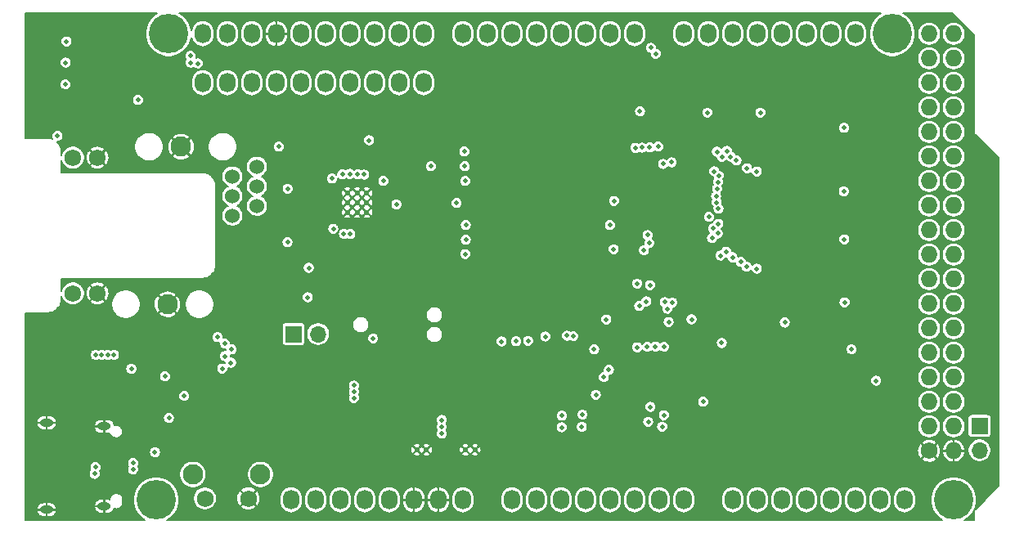
<source format=gbr>
G04 #@! TF.GenerationSoftware,KiCad,Pcbnew,5.1.7-a382d34a8~88~ubuntu20.04.1*
G04 #@! TF.CreationDate,2021-02-22T10:59:31-03:00*
G04 #@! TF.ProjectId,h730duino,68373330-6475-4696-9e6f-2e6b69636164,rev?*
G04 #@! TF.SameCoordinates,Original*
G04 #@! TF.FileFunction,Copper,L2,Inr*
G04 #@! TF.FilePolarity,Positive*
%FSLAX46Y46*%
G04 Gerber Fmt 4.6, Leading zero omitted, Abs format (unit mm)*
G04 Created by KiCad (PCBNEW 5.1.7-a382d34a8~88~ubuntu20.04.1) date 2021-02-22 10:59:31*
%MOMM*%
%LPD*%
G01*
G04 APERTURE LIST*
G04 #@! TA.AperFunction,ComponentPad*
%ADD10C,0.600000*%
G04 #@! TD*
G04 #@! TA.AperFunction,ComponentPad*
%ADD11O,1.700000X1.700000*%
G04 #@! TD*
G04 #@! TA.AperFunction,ComponentPad*
%ADD12R,1.700000X1.700000*%
G04 #@! TD*
G04 #@! TA.AperFunction,ComponentPad*
%ADD13O,1.727200X2.032000*%
G04 #@! TD*
G04 #@! TA.AperFunction,ComponentPad*
%ADD14O,1.400000X0.800000*%
G04 #@! TD*
G04 #@! TA.AperFunction,ComponentPad*
%ADD15C,2.100000*%
G04 #@! TD*
G04 #@! TA.AperFunction,ComponentPad*
%ADD16C,1.750000*%
G04 #@! TD*
G04 #@! TA.AperFunction,ComponentPad*
%ADD17C,1.530000*%
G04 #@! TD*
G04 #@! TA.AperFunction,ComponentPad*
%ADD18C,1.725000*%
G04 #@! TD*
G04 #@! TA.AperFunction,ComponentPad*
%ADD19O,1.727200X1.727200*%
G04 #@! TD*
G04 #@! TA.AperFunction,ComponentPad*
%ADD20C,1.727200*%
G04 #@! TD*
G04 #@! TA.AperFunction,ComponentPad*
%ADD21C,4.064000*%
G04 #@! TD*
G04 #@! TA.AperFunction,ViaPad*
%ADD22C,0.500000*%
G04 #@! TD*
G04 #@! TA.AperFunction,Conductor*
%ADD23C,0.203200*%
G04 #@! TD*
G04 #@! TA.AperFunction,Conductor*
%ADD24C,0.100000*%
G04 #@! TD*
G04 APERTURE END LIST*
D10*
X150360000Y-113944400D03*
X149360000Y-113944400D03*
X145324400Y-113944400D03*
X144324400Y-113944400D03*
D11*
X134112000Y-101955600D03*
D12*
X131572000Y-101955600D03*
D13*
X145034000Y-75946000D03*
X142494000Y-75946000D03*
X139954000Y-75946000D03*
X137414000Y-75946000D03*
X134874000Y-75946000D03*
X132334000Y-75946000D03*
X129794000Y-75946000D03*
X127254000Y-75946000D03*
X124714000Y-75946000D03*
X122174000Y-75946000D03*
D11*
X202577700Y-113995200D03*
D12*
X202577700Y-111455200D03*
D14*
X111974400Y-111516200D03*
X111974400Y-119776200D03*
X106024400Y-120136200D03*
X106024400Y-111156200D03*
D15*
X128148400Y-116483600D03*
D16*
X126898400Y-118973600D03*
X122398400Y-118973600D03*
D15*
X121138400Y-116483600D03*
D10*
X137150600Y-89353900D03*
X138150600Y-89353900D03*
X139150600Y-89353900D03*
X137150600Y-88353900D03*
X138150600Y-88353900D03*
X139150600Y-88353900D03*
X137150600Y-87353900D03*
X138150600Y-87353900D03*
X139150600Y-87353900D03*
D15*
X119916400Y-82561100D03*
X118516400Y-98871100D03*
D17*
X125246400Y-85636100D03*
X127786400Y-86652100D03*
X125246400Y-87668100D03*
X127786400Y-88684100D03*
X125246400Y-89700100D03*
D18*
X111276400Y-97741100D03*
X108736400Y-97741100D03*
X111276400Y-83691100D03*
X108736400Y-83691100D03*
D17*
X127786400Y-84620100D03*
D19*
X199898000Y-70866000D03*
X197358000Y-70866000D03*
X199898000Y-73406000D03*
X197358000Y-73406000D03*
X199898000Y-75946000D03*
X197358000Y-75946000D03*
X199898000Y-78486000D03*
X197358000Y-78486000D03*
X199898000Y-81026000D03*
X197358000Y-81026000D03*
X199898000Y-83566000D03*
X197358000Y-83566000D03*
X199898000Y-86106000D03*
X197358000Y-86106000D03*
X199898000Y-88646000D03*
X197358000Y-88646000D03*
X199898000Y-91186000D03*
X197358000Y-91186000D03*
X199898000Y-93726000D03*
X197358000Y-93726000D03*
X199898000Y-96266000D03*
X197358000Y-96266000D03*
X199898000Y-98806000D03*
X197358000Y-98806000D03*
X199898000Y-101346000D03*
X197358000Y-101346000D03*
X199898000Y-103886000D03*
X197358000Y-103886000D03*
X199898000Y-106426000D03*
X197358000Y-106426000D03*
X199898000Y-108966000D03*
X197358000Y-108966000D03*
X199898000Y-111506000D03*
X197358000Y-111506000D03*
X199898000Y-114046000D03*
D20*
X197358000Y-114046000D03*
D13*
X149098000Y-119126000D03*
X146558000Y-119126000D03*
X144018000Y-119126000D03*
X141478000Y-119126000D03*
X138938000Y-119126000D03*
X136398000Y-119126000D03*
X133858000Y-119126000D03*
X131318000Y-119126000D03*
X171958000Y-119126000D03*
X169418000Y-119126000D03*
X166878000Y-119126000D03*
X164338000Y-119126000D03*
X161798000Y-119126000D03*
X159258000Y-119126000D03*
X156718000Y-119126000D03*
X154178000Y-119126000D03*
X194818000Y-119126000D03*
X192278000Y-119126000D03*
X189738000Y-119126000D03*
X187198000Y-119126000D03*
X184658000Y-119126000D03*
X182118000Y-119126000D03*
X179578000Y-119126000D03*
X177038000Y-119126000D03*
X145034000Y-70866000D03*
X142494000Y-70866000D03*
X139954000Y-70866000D03*
X137414000Y-70866000D03*
X134874000Y-70866000D03*
X132334000Y-70866000D03*
X129794000Y-70866000D03*
X127254000Y-70866000D03*
X124714000Y-70866000D03*
X122174000Y-70866000D03*
X166878000Y-70866000D03*
X164338000Y-70866000D03*
X161798000Y-70866000D03*
X159258000Y-70866000D03*
X156718000Y-70866000D03*
X154178000Y-70866000D03*
X151638000Y-70866000D03*
X149098000Y-70866000D03*
X189738000Y-70866000D03*
X187198000Y-70866000D03*
X184658000Y-70866000D03*
X182118000Y-70866000D03*
X179578000Y-70866000D03*
X177038000Y-70866000D03*
X174498000Y-70866000D03*
X171958000Y-70866000D03*
D21*
X117348000Y-119126000D03*
X199898000Y-119126000D03*
X118618000Y-70866000D03*
X193548000Y-70866000D03*
D22*
X189298580Y-105100120D03*
X161510980Y-96718120D03*
X161460180Y-88209120D03*
X174414180Y-75509120D03*
X179925980Y-75483720D03*
X191736980Y-87167720D03*
X191813180Y-92146120D03*
X188409580Y-101315520D03*
X186326780Y-87675720D03*
X186352180Y-92679520D03*
X186377580Y-99181920D03*
X175379380Y-100629720D03*
X168394380Y-81224120D03*
X162399680Y-100426220D03*
X174896780Y-81224120D03*
X180383180Y-81224120D03*
X165257480Y-105839260D03*
X191000680Y-81326020D03*
X143777000Y-88556800D03*
X144348500Y-94158100D03*
X134899100Y-93573900D03*
X137109500Y-82752900D03*
X132524800Y-86931200D03*
X112217200Y-107759500D03*
X121691400Y-112496600D03*
X139649200Y-111607600D03*
X139687300Y-115252500D03*
X139674600Y-107950000D03*
X117716300Y-104889300D03*
X124198000Y-108851700D03*
X118884700Y-109512100D03*
X114782600Y-102108000D03*
X136893300Y-113728500D03*
X109474000Y-106730800D03*
X109435900Y-102946200D03*
X166890700Y-112783620D03*
X174818040Y-111328200D03*
X160324800Y-108437680D03*
X159405320Y-112862360D03*
X166959280Y-92684600D03*
X175950880Y-106197400D03*
X182102760Y-105968800D03*
X166913560Y-87685880D03*
X111321960Y-69401800D03*
X112068720Y-69401800D03*
X113253810Y-70409090D03*
X113253810Y-78290532D03*
X113253810Y-74203850D03*
X113253810Y-72197250D03*
X113253810Y-76047890D03*
X111781480Y-80051800D03*
X112523160Y-80051800D03*
X113545400Y-79158880D03*
X108041440Y-72771000D03*
X161524625Y-93173871D03*
X168193059Y-76374599D03*
X133045200Y-96723200D03*
X110490000Y-81483200D03*
X157530804Y-97028000D03*
X142341600Y-102463600D03*
X144881600Y-102463600D03*
X180086000Y-107848400D03*
X185711800Y-110401400D03*
X185724800Y-111963200D03*
X180086000Y-114757200D03*
X139598400Y-96570800D03*
X151587200Y-116382800D03*
X153670000Y-110439200D03*
X202641200Y-100279200D03*
X174414180Y-79039720D03*
X167429180Y-78887320D03*
X164701347Y-93177487D03*
X164754687Y-88176227D03*
X175899191Y-102876731D03*
X170400980Y-100705920D03*
X188561980Y-80589120D03*
X188544835Y-87175975D03*
X188587380Y-92146120D03*
X179900199Y-79039339D03*
X189323980Y-103525320D03*
X188612780Y-98673920D03*
X163949680Y-100452220D03*
X142227000Y-88532000D03*
X114782600Y-105549700D03*
X124198000Y-105524300D03*
X182427880Y-100756720D03*
X173969680Y-108960920D03*
X162864800Y-108254800D03*
X139395198Y-81889600D03*
X149352000Y-93675200D03*
X148437600Y-88392000D03*
X149301200Y-84582000D03*
X107137200Y-81432400D03*
X115468400Y-77724000D03*
X157632400Y-102209600D03*
X139801600Y-102412800D03*
X146913600Y-110845600D03*
X146913600Y-112268000D03*
X146913600Y-111556800D03*
X118668800Y-110642400D03*
X123703080Y-102265480D03*
X170261280Y-99334320D03*
X155854400Y-102666800D03*
X162692080Y-103535480D03*
X163687760Y-106410760D03*
X111067855Y-115722400D03*
X114963002Y-115320000D03*
X114963002Y-115972400D03*
X118262400Y-106324400D03*
X120243600Y-108356400D03*
X137819999Y-107277679D03*
X137819999Y-108571521D03*
X137819998Y-107937300D03*
X112966500Y-104114600D03*
X111086900Y-104114600D03*
X111696500Y-104114600D03*
X112318800Y-104114600D03*
X125095000Y-104917240D03*
X167350440Y-99052031D03*
X154609800Y-102692200D03*
X124454920Y-104241600D03*
X168087040Y-98573421D03*
X153111200Y-102717600D03*
X169992040Y-98643440D03*
X125153178Y-103537778D03*
X124454920Y-102936040D03*
X170774360Y-98689160D03*
X140874898Y-86097232D03*
X175768000Y-93831590D03*
X176357280Y-93421200D03*
X149250400Y-83058000D03*
X177007520Y-94005400D03*
X145796000Y-84582000D03*
X177871120Y-94488000D03*
X149352000Y-86106000D03*
X178455320Y-94970600D03*
X149402800Y-90678000D03*
X179517649Y-95183351D03*
X149402800Y-92202000D03*
X138201400Y-85420200D03*
X164327853Y-90667853D03*
X137388600Y-85369400D03*
X168211500Y-91699080D03*
X136626600Y-85420200D03*
X168402000Y-92519500D03*
X135686800Y-91059000D03*
X135559800Y-85852000D03*
X130962400Y-86918800D03*
X130949700Y-92456000D03*
X130048000Y-82550000D03*
X137441857Y-91599945D03*
X133045200Y-98145600D03*
X136785050Y-91579908D03*
X133146800Y-95097600D03*
X138879402Y-85437802D03*
X167833040Y-93278960D03*
X160528000Y-102171500D03*
X159877967Y-102115835D03*
X120904000Y-73152000D03*
X108066840Y-71668640D03*
X120904000Y-73850500D03*
X107970320Y-73853040D03*
X121666000Y-73935410D03*
X107950000Y-76098400D03*
X110978900Y-116420900D03*
X117221000Y-114185700D03*
X172770800Y-100431600D03*
X191871600Y-106781600D03*
X167137080Y-96733360D03*
X161401760Y-111566960D03*
X169732960Y-111550930D03*
X161472880Y-110291880D03*
X169905680Y-110352840D03*
X159329120Y-111607600D03*
X168290607Y-111044087D03*
X159349440Y-110393480D03*
X168498520Y-109494320D03*
X167627447Y-82645714D03*
X166956359Y-82674841D03*
X169311320Y-82534762D03*
X168447720Y-82621120D03*
X175915320Y-83601560D03*
X175397160Y-83078320D03*
X176824640Y-83586320D03*
X176420843Y-82991960D03*
X178502978Y-84793422D03*
X177421095Y-83980021D03*
X179517040Y-85130640D03*
X169926000Y-103271320D03*
X169026840Y-103251000D03*
X168188640Y-103275310D03*
X167137080Y-103327200D03*
X175558224Y-88972261D03*
X174577873Y-89814400D03*
X175536164Y-90542065D03*
X175003695Y-91020665D03*
X175478440Y-91535440D03*
X174889160Y-92014040D03*
X175126983Y-85107921D03*
X175596913Y-85560478D03*
X175514000Y-86207600D03*
X175412400Y-86918800D03*
X175310800Y-87680804D03*
X175364977Y-88330960D03*
X170703240Y-84165440D03*
X169829480Y-84333078D03*
X168465500Y-96901000D03*
X164211000Y-105664000D03*
X168569638Y-72311260D03*
X169070020Y-72925940D03*
D23*
X117095993Y-69011430D02*
X116763430Y-69343993D01*
X116502136Y-69735047D01*
X116322154Y-70169563D01*
X116230400Y-70630842D01*
X116230400Y-71101158D01*
X116322154Y-71562437D01*
X116502136Y-71996953D01*
X116763430Y-72388007D01*
X117095993Y-72720570D01*
X117487047Y-72981864D01*
X117921563Y-73161846D01*
X118382842Y-73253600D01*
X118853158Y-73253600D01*
X119314437Y-73161846D01*
X119482205Y-73092354D01*
X120298400Y-73092354D01*
X120298400Y-73211646D01*
X120321673Y-73328647D01*
X120367324Y-73438859D01*
X120409013Y-73501250D01*
X120367324Y-73563641D01*
X120321673Y-73673853D01*
X120298400Y-73790854D01*
X120298400Y-73910146D01*
X120321673Y-74027147D01*
X120367324Y-74137359D01*
X120433600Y-74236547D01*
X120517953Y-74320900D01*
X120617141Y-74387176D01*
X120727353Y-74432827D01*
X120844354Y-74456100D01*
X120963646Y-74456100D01*
X121080647Y-74432827D01*
X121190859Y-74387176D01*
X121233097Y-74358954D01*
X121279953Y-74405810D01*
X121379141Y-74472086D01*
X121489353Y-74517737D01*
X121606354Y-74541010D01*
X121725646Y-74541010D01*
X121842647Y-74517737D01*
X121952859Y-74472086D01*
X122052047Y-74405810D01*
X122136400Y-74321457D01*
X122202676Y-74222269D01*
X122248327Y-74112057D01*
X122271600Y-73995056D01*
X122271600Y-73875764D01*
X122248327Y-73758763D01*
X122202676Y-73648551D01*
X122136400Y-73549363D01*
X122052047Y-73465010D01*
X121952859Y-73398734D01*
X121842647Y-73353083D01*
X121725646Y-73329810D01*
X121606354Y-73329810D01*
X121489353Y-73353083D01*
X121473482Y-73359657D01*
X121486327Y-73328647D01*
X121509600Y-73211646D01*
X121509600Y-73092354D01*
X121486327Y-72975353D01*
X121440676Y-72865141D01*
X121374400Y-72765953D01*
X121290047Y-72681600D01*
X121190859Y-72615324D01*
X121080647Y-72569673D01*
X120963646Y-72546400D01*
X120844354Y-72546400D01*
X120727353Y-72569673D01*
X120617141Y-72615324D01*
X120517953Y-72681600D01*
X120433600Y-72765953D01*
X120367324Y-72865141D01*
X120321673Y-72975353D01*
X120298400Y-73092354D01*
X119482205Y-73092354D01*
X119748953Y-72981864D01*
X120140007Y-72720570D01*
X120472570Y-72388007D01*
X120563704Y-72251614D01*
X167964038Y-72251614D01*
X167964038Y-72370906D01*
X167987311Y-72487907D01*
X168032962Y-72598119D01*
X168099238Y-72697307D01*
X168183591Y-72781660D01*
X168282779Y-72847936D01*
X168392991Y-72893587D01*
X168464420Y-72907795D01*
X168464420Y-72985586D01*
X168487693Y-73102587D01*
X168533344Y-73212799D01*
X168599620Y-73311987D01*
X168683973Y-73396340D01*
X168783161Y-73462616D01*
X168893373Y-73508267D01*
X169010374Y-73531540D01*
X169129666Y-73531540D01*
X169246667Y-73508267D01*
X169356879Y-73462616D01*
X169456067Y-73396340D01*
X169540420Y-73311987D01*
X169557838Y-73285919D01*
X196138800Y-73285919D01*
X196138800Y-73526081D01*
X196185653Y-73761627D01*
X196277559Y-73983508D01*
X196410986Y-74183195D01*
X196580805Y-74353014D01*
X196780492Y-74486441D01*
X197002373Y-74578347D01*
X197237919Y-74625200D01*
X197478081Y-74625200D01*
X197713627Y-74578347D01*
X197935508Y-74486441D01*
X198135195Y-74353014D01*
X198305014Y-74183195D01*
X198438441Y-73983508D01*
X198530347Y-73761627D01*
X198577200Y-73526081D01*
X198577200Y-73285919D01*
X198678800Y-73285919D01*
X198678800Y-73526081D01*
X198725653Y-73761627D01*
X198817559Y-73983508D01*
X198950986Y-74183195D01*
X199120805Y-74353014D01*
X199320492Y-74486441D01*
X199542373Y-74578347D01*
X199777919Y-74625200D01*
X200018081Y-74625200D01*
X200253627Y-74578347D01*
X200475508Y-74486441D01*
X200675195Y-74353014D01*
X200845014Y-74183195D01*
X200978441Y-73983508D01*
X201070347Y-73761627D01*
X201117200Y-73526081D01*
X201117200Y-73285919D01*
X201070347Y-73050373D01*
X200978441Y-72828492D01*
X200845014Y-72628805D01*
X200675195Y-72458986D01*
X200475508Y-72325559D01*
X200253627Y-72233653D01*
X200018081Y-72186800D01*
X199777919Y-72186800D01*
X199542373Y-72233653D01*
X199320492Y-72325559D01*
X199120805Y-72458986D01*
X198950986Y-72628805D01*
X198817559Y-72828492D01*
X198725653Y-73050373D01*
X198678800Y-73285919D01*
X198577200Y-73285919D01*
X198530347Y-73050373D01*
X198438441Y-72828492D01*
X198305014Y-72628805D01*
X198135195Y-72458986D01*
X197935508Y-72325559D01*
X197713627Y-72233653D01*
X197478081Y-72186800D01*
X197237919Y-72186800D01*
X197002373Y-72233653D01*
X196780492Y-72325559D01*
X196580805Y-72458986D01*
X196410986Y-72628805D01*
X196277559Y-72828492D01*
X196185653Y-73050373D01*
X196138800Y-73285919D01*
X169557838Y-73285919D01*
X169606696Y-73212799D01*
X169652347Y-73102587D01*
X169675620Y-72985586D01*
X169675620Y-72866294D01*
X169652347Y-72749293D01*
X169606696Y-72639081D01*
X169540420Y-72539893D01*
X169456067Y-72455540D01*
X169356879Y-72389264D01*
X169246667Y-72343613D01*
X169175238Y-72329405D01*
X169175238Y-72251614D01*
X169151965Y-72134613D01*
X169106314Y-72024401D01*
X169040038Y-71925213D01*
X168955685Y-71840860D01*
X168856497Y-71774584D01*
X168746285Y-71728933D01*
X168629284Y-71705660D01*
X168509992Y-71705660D01*
X168392991Y-71728933D01*
X168282779Y-71774584D01*
X168183591Y-71840860D01*
X168099238Y-71925213D01*
X168032962Y-72024401D01*
X167987311Y-72134613D01*
X167964038Y-72251614D01*
X120563704Y-72251614D01*
X120733864Y-71996953D01*
X120913846Y-71562437D01*
X120973697Y-71261545D01*
X121042156Y-71487225D01*
X121155368Y-71699029D01*
X121307725Y-71884676D01*
X121493372Y-72037033D01*
X121705176Y-72150244D01*
X121934996Y-72219959D01*
X122174000Y-72243499D01*
X122413005Y-72219959D01*
X122642825Y-72150244D01*
X122854629Y-72037033D01*
X123040276Y-71884676D01*
X123192633Y-71699028D01*
X123305844Y-71487224D01*
X123375559Y-71257404D01*
X123393200Y-71078292D01*
X123393200Y-70653708D01*
X123494800Y-70653708D01*
X123494800Y-71078293D01*
X123512441Y-71257405D01*
X123582156Y-71487225D01*
X123695368Y-71699029D01*
X123847725Y-71884676D01*
X124033372Y-72037033D01*
X124245176Y-72150244D01*
X124474996Y-72219959D01*
X124714000Y-72243499D01*
X124953005Y-72219959D01*
X125182825Y-72150244D01*
X125394629Y-72037033D01*
X125580276Y-71884676D01*
X125732633Y-71699028D01*
X125845844Y-71487224D01*
X125915559Y-71257404D01*
X125933200Y-71078292D01*
X125933200Y-70653708D01*
X126034800Y-70653708D01*
X126034800Y-71078293D01*
X126052441Y-71257405D01*
X126122156Y-71487225D01*
X126235368Y-71699029D01*
X126387725Y-71884676D01*
X126573372Y-72037033D01*
X126785176Y-72150244D01*
X127014996Y-72219959D01*
X127254000Y-72243499D01*
X127493005Y-72219959D01*
X127722825Y-72150244D01*
X127934629Y-72037033D01*
X128120276Y-71884676D01*
X128272633Y-71699028D01*
X128385844Y-71487224D01*
X128455559Y-71257404D01*
X128473200Y-71078292D01*
X128473200Y-70891400D01*
X128574800Y-70891400D01*
X128574800Y-71043800D01*
X128603182Y-71281166D01*
X128677326Y-71508434D01*
X128794383Y-71716870D01*
X128949855Y-71898465D01*
X129137767Y-72046239D01*
X129350898Y-72154514D01*
X129578229Y-72218354D01*
X129768600Y-72148415D01*
X129768600Y-70891400D01*
X129819400Y-70891400D01*
X129819400Y-72148415D01*
X130009771Y-72218354D01*
X130237102Y-72154514D01*
X130450233Y-72046239D01*
X130638145Y-71898465D01*
X130793617Y-71716870D01*
X130910674Y-71508434D01*
X130984818Y-71281166D01*
X131013200Y-71043800D01*
X131013200Y-70891400D01*
X129819400Y-70891400D01*
X129768600Y-70891400D01*
X128574800Y-70891400D01*
X128473200Y-70891400D01*
X128473200Y-70688200D01*
X128574800Y-70688200D01*
X128574800Y-70840600D01*
X129768600Y-70840600D01*
X129768600Y-69583585D01*
X129819400Y-69583585D01*
X129819400Y-70840600D01*
X131013200Y-70840600D01*
X131013200Y-70688200D01*
X131009076Y-70653708D01*
X131114800Y-70653708D01*
X131114800Y-71078293D01*
X131132441Y-71257405D01*
X131202156Y-71487225D01*
X131315368Y-71699029D01*
X131467725Y-71884676D01*
X131653372Y-72037033D01*
X131865176Y-72150244D01*
X132094996Y-72219959D01*
X132334000Y-72243499D01*
X132573005Y-72219959D01*
X132802825Y-72150244D01*
X133014629Y-72037033D01*
X133200276Y-71884676D01*
X133352633Y-71699028D01*
X133465844Y-71487224D01*
X133535559Y-71257404D01*
X133553200Y-71078292D01*
X133553200Y-70653708D01*
X133654800Y-70653708D01*
X133654800Y-71078293D01*
X133672441Y-71257405D01*
X133742156Y-71487225D01*
X133855368Y-71699029D01*
X134007725Y-71884676D01*
X134193372Y-72037033D01*
X134405176Y-72150244D01*
X134634996Y-72219959D01*
X134874000Y-72243499D01*
X135113005Y-72219959D01*
X135342825Y-72150244D01*
X135554629Y-72037033D01*
X135740276Y-71884676D01*
X135892633Y-71699028D01*
X136005844Y-71487224D01*
X136075559Y-71257404D01*
X136093200Y-71078292D01*
X136093200Y-70653708D01*
X136194800Y-70653708D01*
X136194800Y-71078293D01*
X136212441Y-71257405D01*
X136282156Y-71487225D01*
X136395368Y-71699029D01*
X136547725Y-71884676D01*
X136733372Y-72037033D01*
X136945176Y-72150244D01*
X137174996Y-72219959D01*
X137414000Y-72243499D01*
X137653005Y-72219959D01*
X137882825Y-72150244D01*
X138094629Y-72037033D01*
X138280276Y-71884676D01*
X138432633Y-71699028D01*
X138545844Y-71487224D01*
X138615559Y-71257404D01*
X138633200Y-71078292D01*
X138633200Y-70653708D01*
X138734800Y-70653708D01*
X138734800Y-71078293D01*
X138752441Y-71257405D01*
X138822156Y-71487225D01*
X138935368Y-71699029D01*
X139087725Y-71884676D01*
X139273372Y-72037033D01*
X139485176Y-72150244D01*
X139714996Y-72219959D01*
X139954000Y-72243499D01*
X140193005Y-72219959D01*
X140422825Y-72150244D01*
X140634629Y-72037033D01*
X140820276Y-71884676D01*
X140972633Y-71699028D01*
X141085844Y-71487224D01*
X141155559Y-71257404D01*
X141173200Y-71078292D01*
X141173200Y-70653708D01*
X141274800Y-70653708D01*
X141274800Y-71078293D01*
X141292441Y-71257405D01*
X141362156Y-71487225D01*
X141475368Y-71699029D01*
X141627725Y-71884676D01*
X141813372Y-72037033D01*
X142025176Y-72150244D01*
X142254996Y-72219959D01*
X142494000Y-72243499D01*
X142733005Y-72219959D01*
X142962825Y-72150244D01*
X143174629Y-72037033D01*
X143360276Y-71884676D01*
X143512633Y-71699028D01*
X143625844Y-71487224D01*
X143695559Y-71257404D01*
X143713200Y-71078292D01*
X143713200Y-70653708D01*
X143814800Y-70653708D01*
X143814800Y-71078293D01*
X143832441Y-71257405D01*
X143902156Y-71487225D01*
X144015368Y-71699029D01*
X144167725Y-71884676D01*
X144353372Y-72037033D01*
X144565176Y-72150244D01*
X144794996Y-72219959D01*
X145034000Y-72243499D01*
X145273005Y-72219959D01*
X145502825Y-72150244D01*
X145714629Y-72037033D01*
X145900276Y-71884676D01*
X146052633Y-71699028D01*
X146165844Y-71487224D01*
X146235559Y-71257404D01*
X146253200Y-71078292D01*
X146253200Y-70653708D01*
X147878800Y-70653708D01*
X147878800Y-71078293D01*
X147896441Y-71257405D01*
X147966156Y-71487225D01*
X148079368Y-71699029D01*
X148231725Y-71884676D01*
X148417372Y-72037033D01*
X148629176Y-72150244D01*
X148858996Y-72219959D01*
X149098000Y-72243499D01*
X149337005Y-72219959D01*
X149566825Y-72150244D01*
X149778629Y-72037033D01*
X149964276Y-71884676D01*
X150116633Y-71699028D01*
X150229844Y-71487224D01*
X150299559Y-71257404D01*
X150317200Y-71078292D01*
X150317200Y-70653708D01*
X150418800Y-70653708D01*
X150418800Y-71078293D01*
X150436441Y-71257405D01*
X150506156Y-71487225D01*
X150619368Y-71699029D01*
X150771725Y-71884676D01*
X150957372Y-72037033D01*
X151169176Y-72150244D01*
X151398996Y-72219959D01*
X151638000Y-72243499D01*
X151877005Y-72219959D01*
X152106825Y-72150244D01*
X152318629Y-72037033D01*
X152504276Y-71884676D01*
X152656633Y-71699028D01*
X152769844Y-71487224D01*
X152839559Y-71257404D01*
X152857200Y-71078292D01*
X152857200Y-70653708D01*
X152958800Y-70653708D01*
X152958800Y-71078293D01*
X152976441Y-71257405D01*
X153046156Y-71487225D01*
X153159368Y-71699029D01*
X153311725Y-71884676D01*
X153497372Y-72037033D01*
X153709176Y-72150244D01*
X153938996Y-72219959D01*
X154178000Y-72243499D01*
X154417005Y-72219959D01*
X154646825Y-72150244D01*
X154858629Y-72037033D01*
X155044276Y-71884676D01*
X155196633Y-71699028D01*
X155309844Y-71487224D01*
X155379559Y-71257404D01*
X155397200Y-71078292D01*
X155397200Y-70653708D01*
X155498800Y-70653708D01*
X155498800Y-71078293D01*
X155516441Y-71257405D01*
X155586156Y-71487225D01*
X155699368Y-71699029D01*
X155851725Y-71884676D01*
X156037372Y-72037033D01*
X156249176Y-72150244D01*
X156478996Y-72219959D01*
X156718000Y-72243499D01*
X156957005Y-72219959D01*
X157186825Y-72150244D01*
X157398629Y-72037033D01*
X157584276Y-71884676D01*
X157736633Y-71699028D01*
X157849844Y-71487224D01*
X157919559Y-71257404D01*
X157937200Y-71078292D01*
X157937200Y-70653708D01*
X158038800Y-70653708D01*
X158038800Y-71078293D01*
X158056441Y-71257405D01*
X158126156Y-71487225D01*
X158239368Y-71699029D01*
X158391725Y-71884676D01*
X158577372Y-72037033D01*
X158789176Y-72150244D01*
X159018996Y-72219959D01*
X159258000Y-72243499D01*
X159497005Y-72219959D01*
X159726825Y-72150244D01*
X159938629Y-72037033D01*
X160124276Y-71884676D01*
X160276633Y-71699028D01*
X160389844Y-71487224D01*
X160459559Y-71257404D01*
X160477200Y-71078292D01*
X160477200Y-70653708D01*
X160578800Y-70653708D01*
X160578800Y-71078293D01*
X160596441Y-71257405D01*
X160666156Y-71487225D01*
X160779368Y-71699029D01*
X160931725Y-71884676D01*
X161117372Y-72037033D01*
X161329176Y-72150244D01*
X161558996Y-72219959D01*
X161798000Y-72243499D01*
X162037005Y-72219959D01*
X162266825Y-72150244D01*
X162478629Y-72037033D01*
X162664276Y-71884676D01*
X162816633Y-71699028D01*
X162929844Y-71487224D01*
X162999559Y-71257404D01*
X163017200Y-71078292D01*
X163017200Y-70653708D01*
X163118800Y-70653708D01*
X163118800Y-71078293D01*
X163136441Y-71257405D01*
X163206156Y-71487225D01*
X163319368Y-71699029D01*
X163471725Y-71884676D01*
X163657372Y-72037033D01*
X163869176Y-72150244D01*
X164098996Y-72219959D01*
X164338000Y-72243499D01*
X164577005Y-72219959D01*
X164806825Y-72150244D01*
X165018629Y-72037033D01*
X165204276Y-71884676D01*
X165356633Y-71699028D01*
X165469844Y-71487224D01*
X165539559Y-71257404D01*
X165557200Y-71078292D01*
X165557200Y-70653708D01*
X165658800Y-70653708D01*
X165658800Y-71078293D01*
X165676441Y-71257405D01*
X165746156Y-71487225D01*
X165859368Y-71699029D01*
X166011725Y-71884676D01*
X166197372Y-72037033D01*
X166409176Y-72150244D01*
X166638996Y-72219959D01*
X166878000Y-72243499D01*
X167117005Y-72219959D01*
X167346825Y-72150244D01*
X167558629Y-72037033D01*
X167744276Y-71884676D01*
X167896633Y-71699028D01*
X168009844Y-71487224D01*
X168079559Y-71257404D01*
X168097200Y-71078292D01*
X168097200Y-70653708D01*
X170738800Y-70653708D01*
X170738800Y-71078293D01*
X170756441Y-71257405D01*
X170826156Y-71487225D01*
X170939368Y-71699029D01*
X171091725Y-71884676D01*
X171277372Y-72037033D01*
X171489176Y-72150244D01*
X171718996Y-72219959D01*
X171958000Y-72243499D01*
X172197005Y-72219959D01*
X172426825Y-72150244D01*
X172638629Y-72037033D01*
X172824276Y-71884676D01*
X172976633Y-71699028D01*
X173089844Y-71487224D01*
X173159559Y-71257404D01*
X173177200Y-71078292D01*
X173177200Y-70653708D01*
X173278800Y-70653708D01*
X173278800Y-71078293D01*
X173296441Y-71257405D01*
X173366156Y-71487225D01*
X173479368Y-71699029D01*
X173631725Y-71884676D01*
X173817372Y-72037033D01*
X174029176Y-72150244D01*
X174258996Y-72219959D01*
X174498000Y-72243499D01*
X174737005Y-72219959D01*
X174966825Y-72150244D01*
X175178629Y-72037033D01*
X175364276Y-71884676D01*
X175516633Y-71699028D01*
X175629844Y-71487224D01*
X175699559Y-71257404D01*
X175717200Y-71078292D01*
X175717200Y-70653708D01*
X175818800Y-70653708D01*
X175818800Y-71078293D01*
X175836441Y-71257405D01*
X175906156Y-71487225D01*
X176019368Y-71699029D01*
X176171725Y-71884676D01*
X176357372Y-72037033D01*
X176569176Y-72150244D01*
X176798996Y-72219959D01*
X177038000Y-72243499D01*
X177277005Y-72219959D01*
X177506825Y-72150244D01*
X177718629Y-72037033D01*
X177904276Y-71884676D01*
X178056633Y-71699028D01*
X178169844Y-71487224D01*
X178239559Y-71257404D01*
X178257200Y-71078292D01*
X178257200Y-70653708D01*
X178358800Y-70653708D01*
X178358800Y-71078293D01*
X178376441Y-71257405D01*
X178446156Y-71487225D01*
X178559368Y-71699029D01*
X178711725Y-71884676D01*
X178897372Y-72037033D01*
X179109176Y-72150244D01*
X179338996Y-72219959D01*
X179578000Y-72243499D01*
X179817005Y-72219959D01*
X180046825Y-72150244D01*
X180258629Y-72037033D01*
X180444276Y-71884676D01*
X180596633Y-71699028D01*
X180709844Y-71487224D01*
X180779559Y-71257404D01*
X180797200Y-71078292D01*
X180797200Y-70653708D01*
X180898800Y-70653708D01*
X180898800Y-71078293D01*
X180916441Y-71257405D01*
X180986156Y-71487225D01*
X181099368Y-71699029D01*
X181251725Y-71884676D01*
X181437372Y-72037033D01*
X181649176Y-72150244D01*
X181878996Y-72219959D01*
X182118000Y-72243499D01*
X182357005Y-72219959D01*
X182586825Y-72150244D01*
X182798629Y-72037033D01*
X182984276Y-71884676D01*
X183136633Y-71699028D01*
X183249844Y-71487224D01*
X183319559Y-71257404D01*
X183337200Y-71078292D01*
X183337200Y-70653708D01*
X183438800Y-70653708D01*
X183438800Y-71078293D01*
X183456441Y-71257405D01*
X183526156Y-71487225D01*
X183639368Y-71699029D01*
X183791725Y-71884676D01*
X183977372Y-72037033D01*
X184189176Y-72150244D01*
X184418996Y-72219959D01*
X184658000Y-72243499D01*
X184897005Y-72219959D01*
X185126825Y-72150244D01*
X185338629Y-72037033D01*
X185524276Y-71884676D01*
X185676633Y-71699028D01*
X185789844Y-71487224D01*
X185859559Y-71257404D01*
X185877200Y-71078292D01*
X185877200Y-70653708D01*
X185978800Y-70653708D01*
X185978800Y-71078293D01*
X185996441Y-71257405D01*
X186066156Y-71487225D01*
X186179368Y-71699029D01*
X186331725Y-71884676D01*
X186517372Y-72037033D01*
X186729176Y-72150244D01*
X186958996Y-72219959D01*
X187198000Y-72243499D01*
X187437005Y-72219959D01*
X187666825Y-72150244D01*
X187878629Y-72037033D01*
X188064276Y-71884676D01*
X188216633Y-71699028D01*
X188329844Y-71487224D01*
X188399559Y-71257404D01*
X188417200Y-71078292D01*
X188417200Y-70653708D01*
X188518800Y-70653708D01*
X188518800Y-71078293D01*
X188536441Y-71257405D01*
X188606156Y-71487225D01*
X188719368Y-71699029D01*
X188871725Y-71884676D01*
X189057372Y-72037033D01*
X189269176Y-72150244D01*
X189498996Y-72219959D01*
X189738000Y-72243499D01*
X189977005Y-72219959D01*
X190206825Y-72150244D01*
X190418629Y-72037033D01*
X190604276Y-71884676D01*
X190756633Y-71699028D01*
X190869844Y-71487224D01*
X190939559Y-71257404D01*
X190957200Y-71078292D01*
X190957200Y-70653707D01*
X190939559Y-70474595D01*
X190869844Y-70244775D01*
X190756633Y-70032971D01*
X190604276Y-69847324D01*
X190418628Y-69694967D01*
X190206824Y-69581756D01*
X189977004Y-69512041D01*
X189738000Y-69488501D01*
X189498995Y-69512041D01*
X189269175Y-69581756D01*
X189057371Y-69694967D01*
X188871724Y-69847324D01*
X188719367Y-70032972D01*
X188606156Y-70244776D01*
X188536441Y-70474596D01*
X188518800Y-70653708D01*
X188417200Y-70653708D01*
X188417200Y-70653707D01*
X188399559Y-70474595D01*
X188329844Y-70244775D01*
X188216633Y-70032971D01*
X188064276Y-69847324D01*
X187878628Y-69694967D01*
X187666824Y-69581756D01*
X187437004Y-69512041D01*
X187198000Y-69488501D01*
X186958995Y-69512041D01*
X186729175Y-69581756D01*
X186517371Y-69694967D01*
X186331724Y-69847324D01*
X186179367Y-70032972D01*
X186066156Y-70244776D01*
X185996441Y-70474596D01*
X185978800Y-70653708D01*
X185877200Y-70653708D01*
X185877200Y-70653707D01*
X185859559Y-70474595D01*
X185789844Y-70244775D01*
X185676633Y-70032971D01*
X185524276Y-69847324D01*
X185338628Y-69694967D01*
X185126824Y-69581756D01*
X184897004Y-69512041D01*
X184658000Y-69488501D01*
X184418995Y-69512041D01*
X184189175Y-69581756D01*
X183977371Y-69694967D01*
X183791724Y-69847324D01*
X183639367Y-70032972D01*
X183526156Y-70244776D01*
X183456441Y-70474596D01*
X183438800Y-70653708D01*
X183337200Y-70653708D01*
X183337200Y-70653707D01*
X183319559Y-70474595D01*
X183249844Y-70244775D01*
X183136633Y-70032971D01*
X182984276Y-69847324D01*
X182798628Y-69694967D01*
X182586824Y-69581756D01*
X182357004Y-69512041D01*
X182118000Y-69488501D01*
X181878995Y-69512041D01*
X181649175Y-69581756D01*
X181437371Y-69694967D01*
X181251724Y-69847324D01*
X181099367Y-70032972D01*
X180986156Y-70244776D01*
X180916441Y-70474596D01*
X180898800Y-70653708D01*
X180797200Y-70653708D01*
X180797200Y-70653707D01*
X180779559Y-70474595D01*
X180709844Y-70244775D01*
X180596633Y-70032971D01*
X180444276Y-69847324D01*
X180258628Y-69694967D01*
X180046824Y-69581756D01*
X179817004Y-69512041D01*
X179578000Y-69488501D01*
X179338995Y-69512041D01*
X179109175Y-69581756D01*
X178897371Y-69694967D01*
X178711724Y-69847324D01*
X178559367Y-70032972D01*
X178446156Y-70244776D01*
X178376441Y-70474596D01*
X178358800Y-70653708D01*
X178257200Y-70653708D01*
X178257200Y-70653707D01*
X178239559Y-70474595D01*
X178169844Y-70244775D01*
X178056633Y-70032971D01*
X177904276Y-69847324D01*
X177718628Y-69694967D01*
X177506824Y-69581756D01*
X177277004Y-69512041D01*
X177038000Y-69488501D01*
X176798995Y-69512041D01*
X176569175Y-69581756D01*
X176357371Y-69694967D01*
X176171724Y-69847324D01*
X176019367Y-70032972D01*
X175906156Y-70244776D01*
X175836441Y-70474596D01*
X175818800Y-70653708D01*
X175717200Y-70653708D01*
X175717200Y-70653707D01*
X175699559Y-70474595D01*
X175629844Y-70244775D01*
X175516633Y-70032971D01*
X175364276Y-69847324D01*
X175178628Y-69694967D01*
X174966824Y-69581756D01*
X174737004Y-69512041D01*
X174498000Y-69488501D01*
X174258995Y-69512041D01*
X174029175Y-69581756D01*
X173817371Y-69694967D01*
X173631724Y-69847324D01*
X173479367Y-70032972D01*
X173366156Y-70244776D01*
X173296441Y-70474596D01*
X173278800Y-70653708D01*
X173177200Y-70653708D01*
X173177200Y-70653707D01*
X173159559Y-70474595D01*
X173089844Y-70244775D01*
X172976633Y-70032971D01*
X172824276Y-69847324D01*
X172638628Y-69694967D01*
X172426824Y-69581756D01*
X172197004Y-69512041D01*
X171958000Y-69488501D01*
X171718995Y-69512041D01*
X171489175Y-69581756D01*
X171277371Y-69694967D01*
X171091724Y-69847324D01*
X170939367Y-70032972D01*
X170826156Y-70244776D01*
X170756441Y-70474596D01*
X170738800Y-70653708D01*
X168097200Y-70653708D01*
X168097200Y-70653707D01*
X168079559Y-70474595D01*
X168009844Y-70244775D01*
X167896633Y-70032971D01*
X167744276Y-69847324D01*
X167558628Y-69694967D01*
X167346824Y-69581756D01*
X167117004Y-69512041D01*
X166878000Y-69488501D01*
X166638995Y-69512041D01*
X166409175Y-69581756D01*
X166197371Y-69694967D01*
X166011724Y-69847324D01*
X165859367Y-70032972D01*
X165746156Y-70244776D01*
X165676441Y-70474596D01*
X165658800Y-70653708D01*
X165557200Y-70653708D01*
X165557200Y-70653707D01*
X165539559Y-70474595D01*
X165469844Y-70244775D01*
X165356633Y-70032971D01*
X165204276Y-69847324D01*
X165018628Y-69694967D01*
X164806824Y-69581756D01*
X164577004Y-69512041D01*
X164338000Y-69488501D01*
X164098995Y-69512041D01*
X163869175Y-69581756D01*
X163657371Y-69694967D01*
X163471724Y-69847324D01*
X163319367Y-70032972D01*
X163206156Y-70244776D01*
X163136441Y-70474596D01*
X163118800Y-70653708D01*
X163017200Y-70653708D01*
X163017200Y-70653707D01*
X162999559Y-70474595D01*
X162929844Y-70244775D01*
X162816633Y-70032971D01*
X162664276Y-69847324D01*
X162478628Y-69694967D01*
X162266824Y-69581756D01*
X162037004Y-69512041D01*
X161798000Y-69488501D01*
X161558995Y-69512041D01*
X161329175Y-69581756D01*
X161117371Y-69694967D01*
X160931724Y-69847324D01*
X160779367Y-70032972D01*
X160666156Y-70244776D01*
X160596441Y-70474596D01*
X160578800Y-70653708D01*
X160477200Y-70653708D01*
X160477200Y-70653707D01*
X160459559Y-70474595D01*
X160389844Y-70244775D01*
X160276633Y-70032971D01*
X160124276Y-69847324D01*
X159938628Y-69694967D01*
X159726824Y-69581756D01*
X159497004Y-69512041D01*
X159258000Y-69488501D01*
X159018995Y-69512041D01*
X158789175Y-69581756D01*
X158577371Y-69694967D01*
X158391724Y-69847324D01*
X158239367Y-70032972D01*
X158126156Y-70244776D01*
X158056441Y-70474596D01*
X158038800Y-70653708D01*
X157937200Y-70653708D01*
X157937200Y-70653707D01*
X157919559Y-70474595D01*
X157849844Y-70244775D01*
X157736633Y-70032971D01*
X157584276Y-69847324D01*
X157398628Y-69694967D01*
X157186824Y-69581756D01*
X156957004Y-69512041D01*
X156718000Y-69488501D01*
X156478995Y-69512041D01*
X156249175Y-69581756D01*
X156037371Y-69694967D01*
X155851724Y-69847324D01*
X155699367Y-70032972D01*
X155586156Y-70244776D01*
X155516441Y-70474596D01*
X155498800Y-70653708D01*
X155397200Y-70653708D01*
X155397200Y-70653707D01*
X155379559Y-70474595D01*
X155309844Y-70244775D01*
X155196633Y-70032971D01*
X155044276Y-69847324D01*
X154858628Y-69694967D01*
X154646824Y-69581756D01*
X154417004Y-69512041D01*
X154178000Y-69488501D01*
X153938995Y-69512041D01*
X153709175Y-69581756D01*
X153497371Y-69694967D01*
X153311724Y-69847324D01*
X153159367Y-70032972D01*
X153046156Y-70244776D01*
X152976441Y-70474596D01*
X152958800Y-70653708D01*
X152857200Y-70653708D01*
X152857200Y-70653707D01*
X152839559Y-70474595D01*
X152769844Y-70244775D01*
X152656633Y-70032971D01*
X152504276Y-69847324D01*
X152318628Y-69694967D01*
X152106824Y-69581756D01*
X151877004Y-69512041D01*
X151638000Y-69488501D01*
X151398995Y-69512041D01*
X151169175Y-69581756D01*
X150957371Y-69694967D01*
X150771724Y-69847324D01*
X150619367Y-70032972D01*
X150506156Y-70244776D01*
X150436441Y-70474596D01*
X150418800Y-70653708D01*
X150317200Y-70653708D01*
X150317200Y-70653707D01*
X150299559Y-70474595D01*
X150229844Y-70244775D01*
X150116633Y-70032971D01*
X149964276Y-69847324D01*
X149778628Y-69694967D01*
X149566824Y-69581756D01*
X149337004Y-69512041D01*
X149098000Y-69488501D01*
X148858995Y-69512041D01*
X148629175Y-69581756D01*
X148417371Y-69694967D01*
X148231724Y-69847324D01*
X148079367Y-70032972D01*
X147966156Y-70244776D01*
X147896441Y-70474596D01*
X147878800Y-70653708D01*
X146253200Y-70653708D01*
X146253200Y-70653707D01*
X146235559Y-70474595D01*
X146165844Y-70244775D01*
X146052633Y-70032971D01*
X145900276Y-69847324D01*
X145714628Y-69694967D01*
X145502824Y-69581756D01*
X145273004Y-69512041D01*
X145034000Y-69488501D01*
X144794995Y-69512041D01*
X144565175Y-69581756D01*
X144353371Y-69694967D01*
X144167724Y-69847324D01*
X144015367Y-70032972D01*
X143902156Y-70244776D01*
X143832441Y-70474596D01*
X143814800Y-70653708D01*
X143713200Y-70653708D01*
X143713200Y-70653707D01*
X143695559Y-70474595D01*
X143625844Y-70244775D01*
X143512633Y-70032971D01*
X143360276Y-69847324D01*
X143174628Y-69694967D01*
X142962824Y-69581756D01*
X142733004Y-69512041D01*
X142494000Y-69488501D01*
X142254995Y-69512041D01*
X142025175Y-69581756D01*
X141813371Y-69694967D01*
X141627724Y-69847324D01*
X141475367Y-70032972D01*
X141362156Y-70244776D01*
X141292441Y-70474596D01*
X141274800Y-70653708D01*
X141173200Y-70653708D01*
X141173200Y-70653707D01*
X141155559Y-70474595D01*
X141085844Y-70244775D01*
X140972633Y-70032971D01*
X140820276Y-69847324D01*
X140634628Y-69694967D01*
X140422824Y-69581756D01*
X140193004Y-69512041D01*
X139954000Y-69488501D01*
X139714995Y-69512041D01*
X139485175Y-69581756D01*
X139273371Y-69694967D01*
X139087724Y-69847324D01*
X138935367Y-70032972D01*
X138822156Y-70244776D01*
X138752441Y-70474596D01*
X138734800Y-70653708D01*
X138633200Y-70653708D01*
X138633200Y-70653707D01*
X138615559Y-70474595D01*
X138545844Y-70244775D01*
X138432633Y-70032971D01*
X138280276Y-69847324D01*
X138094628Y-69694967D01*
X137882824Y-69581756D01*
X137653004Y-69512041D01*
X137414000Y-69488501D01*
X137174995Y-69512041D01*
X136945175Y-69581756D01*
X136733371Y-69694967D01*
X136547724Y-69847324D01*
X136395367Y-70032972D01*
X136282156Y-70244776D01*
X136212441Y-70474596D01*
X136194800Y-70653708D01*
X136093200Y-70653708D01*
X136093200Y-70653707D01*
X136075559Y-70474595D01*
X136005844Y-70244775D01*
X135892633Y-70032971D01*
X135740276Y-69847324D01*
X135554628Y-69694967D01*
X135342824Y-69581756D01*
X135113004Y-69512041D01*
X134874000Y-69488501D01*
X134634995Y-69512041D01*
X134405175Y-69581756D01*
X134193371Y-69694967D01*
X134007724Y-69847324D01*
X133855367Y-70032972D01*
X133742156Y-70244776D01*
X133672441Y-70474596D01*
X133654800Y-70653708D01*
X133553200Y-70653708D01*
X133553200Y-70653707D01*
X133535559Y-70474595D01*
X133465844Y-70244775D01*
X133352633Y-70032971D01*
X133200276Y-69847324D01*
X133014628Y-69694967D01*
X132802824Y-69581756D01*
X132573004Y-69512041D01*
X132334000Y-69488501D01*
X132094995Y-69512041D01*
X131865175Y-69581756D01*
X131653371Y-69694967D01*
X131467724Y-69847324D01*
X131315367Y-70032972D01*
X131202156Y-70244776D01*
X131132441Y-70474596D01*
X131114800Y-70653708D01*
X131009076Y-70653708D01*
X130984818Y-70450834D01*
X130910674Y-70223566D01*
X130793617Y-70015130D01*
X130638145Y-69833535D01*
X130450233Y-69685761D01*
X130237102Y-69577486D01*
X130009771Y-69513646D01*
X129819400Y-69583585D01*
X129768600Y-69583585D01*
X129578229Y-69513646D01*
X129350898Y-69577486D01*
X129137767Y-69685761D01*
X128949855Y-69833535D01*
X128794383Y-70015130D01*
X128677326Y-70223566D01*
X128603182Y-70450834D01*
X128574800Y-70688200D01*
X128473200Y-70688200D01*
X128473200Y-70653707D01*
X128455559Y-70474595D01*
X128385844Y-70244775D01*
X128272633Y-70032971D01*
X128120276Y-69847324D01*
X127934628Y-69694967D01*
X127722824Y-69581756D01*
X127493004Y-69512041D01*
X127254000Y-69488501D01*
X127014995Y-69512041D01*
X126785175Y-69581756D01*
X126573371Y-69694967D01*
X126387724Y-69847324D01*
X126235367Y-70032972D01*
X126122156Y-70244776D01*
X126052441Y-70474596D01*
X126034800Y-70653708D01*
X125933200Y-70653708D01*
X125933200Y-70653707D01*
X125915559Y-70474595D01*
X125845844Y-70244775D01*
X125732633Y-70032971D01*
X125580276Y-69847324D01*
X125394628Y-69694967D01*
X125182824Y-69581756D01*
X124953004Y-69512041D01*
X124714000Y-69488501D01*
X124474995Y-69512041D01*
X124245175Y-69581756D01*
X124033371Y-69694967D01*
X123847724Y-69847324D01*
X123695367Y-70032972D01*
X123582156Y-70244776D01*
X123512441Y-70474596D01*
X123494800Y-70653708D01*
X123393200Y-70653708D01*
X123393200Y-70653707D01*
X123375559Y-70474595D01*
X123305844Y-70244775D01*
X123192633Y-70032971D01*
X123040276Y-69847324D01*
X122854628Y-69694967D01*
X122642824Y-69581756D01*
X122413004Y-69512041D01*
X122174000Y-69488501D01*
X121934995Y-69512041D01*
X121705175Y-69581756D01*
X121493371Y-69694967D01*
X121307724Y-69847324D01*
X121155367Y-70032972D01*
X121042156Y-70244776D01*
X120973697Y-70470455D01*
X120913846Y-70169563D01*
X120733864Y-69735047D01*
X120472570Y-69343993D01*
X120140007Y-69011430D01*
X119758627Y-68756600D01*
X192407373Y-68756600D01*
X192025993Y-69011430D01*
X191693430Y-69343993D01*
X191432136Y-69735047D01*
X191252154Y-70169563D01*
X191160400Y-70630842D01*
X191160400Y-71101158D01*
X191252154Y-71562437D01*
X191432136Y-71996953D01*
X191693430Y-72388007D01*
X192025993Y-72720570D01*
X192417047Y-72981864D01*
X192851563Y-73161846D01*
X193312842Y-73253600D01*
X193783158Y-73253600D01*
X194244437Y-73161846D01*
X194678953Y-72981864D01*
X195070007Y-72720570D01*
X195402570Y-72388007D01*
X195663864Y-71996953D01*
X195843846Y-71562437D01*
X195935600Y-71101158D01*
X195935600Y-70745919D01*
X196138800Y-70745919D01*
X196138800Y-70986081D01*
X196185653Y-71221627D01*
X196277559Y-71443508D01*
X196410986Y-71643195D01*
X196580805Y-71813014D01*
X196780492Y-71946441D01*
X197002373Y-72038347D01*
X197237919Y-72085200D01*
X197478081Y-72085200D01*
X197713627Y-72038347D01*
X197935508Y-71946441D01*
X198135195Y-71813014D01*
X198305014Y-71643195D01*
X198438441Y-71443508D01*
X198530347Y-71221627D01*
X198577200Y-70986081D01*
X198577200Y-70745919D01*
X198678800Y-70745919D01*
X198678800Y-70986081D01*
X198725653Y-71221627D01*
X198817559Y-71443508D01*
X198950986Y-71643195D01*
X199120805Y-71813014D01*
X199320492Y-71946441D01*
X199542373Y-72038347D01*
X199777919Y-72085200D01*
X200018081Y-72085200D01*
X200253627Y-72038347D01*
X200475508Y-71946441D01*
X200675195Y-71813014D01*
X200845014Y-71643195D01*
X200978441Y-71443508D01*
X201070347Y-71221627D01*
X201117200Y-70986081D01*
X201117200Y-70745919D01*
X201070347Y-70510373D01*
X200978441Y-70288492D01*
X200845014Y-70088805D01*
X200675195Y-69918986D01*
X200475508Y-69785559D01*
X200253627Y-69693653D01*
X200018081Y-69646800D01*
X199777919Y-69646800D01*
X199542373Y-69693653D01*
X199320492Y-69785559D01*
X199120805Y-69918986D01*
X198950986Y-70088805D01*
X198817559Y-70288492D01*
X198725653Y-70510373D01*
X198678800Y-70745919D01*
X198577200Y-70745919D01*
X198530347Y-70510373D01*
X198438441Y-70288492D01*
X198305014Y-70088805D01*
X198135195Y-69918986D01*
X197935508Y-69785559D01*
X197713627Y-69693653D01*
X197478081Y-69646800D01*
X197237919Y-69646800D01*
X197002373Y-69693653D01*
X196780492Y-69785559D01*
X196580805Y-69918986D01*
X196410986Y-70088805D01*
X196277559Y-70288492D01*
X196185653Y-70510373D01*
X196138800Y-70745919D01*
X195935600Y-70745919D01*
X195935600Y-70630842D01*
X195843846Y-70169563D01*
X195663864Y-69735047D01*
X195402570Y-69343993D01*
X195070007Y-69011430D01*
X194688627Y-68756600D01*
X199719641Y-68756600D01*
X202007400Y-71044360D01*
X202007401Y-81004849D01*
X202005318Y-81026000D01*
X202013631Y-81110412D01*
X202038253Y-81191580D01*
X202054740Y-81222424D01*
X202078238Y-81266386D01*
X202132048Y-81331953D01*
X202148477Y-81345436D01*
X204547400Y-83744360D01*
X204547401Y-117677639D01*
X202148482Y-120076559D01*
X202132047Y-120090047D01*
X202078237Y-120155615D01*
X202038254Y-120230419D01*
X202038253Y-120230420D01*
X202019413Y-120292529D01*
X202013631Y-120311589D01*
X202007400Y-120374852D01*
X202007400Y-120374859D01*
X202005318Y-120396000D01*
X202007400Y-120417141D01*
X202007401Y-121235400D01*
X201038627Y-121235400D01*
X201420007Y-120980570D01*
X201752570Y-120648007D01*
X202013864Y-120256953D01*
X202193846Y-119822437D01*
X202285600Y-119361158D01*
X202285600Y-118890842D01*
X202193846Y-118429563D01*
X202013864Y-117995047D01*
X201752570Y-117603993D01*
X201420007Y-117271430D01*
X201028953Y-117010136D01*
X200594437Y-116830154D01*
X200133158Y-116738400D01*
X199662842Y-116738400D01*
X199201563Y-116830154D01*
X198767047Y-117010136D01*
X198375993Y-117271430D01*
X198043430Y-117603993D01*
X197782136Y-117995047D01*
X197602154Y-118429563D01*
X197510400Y-118890842D01*
X197510400Y-119361158D01*
X197602154Y-119822437D01*
X197782136Y-120256953D01*
X198043430Y-120648007D01*
X198375993Y-120980570D01*
X198757373Y-121235400D01*
X118488627Y-121235400D01*
X118870007Y-120980570D01*
X119202570Y-120648007D01*
X119463864Y-120256953D01*
X119643846Y-119822437D01*
X119735600Y-119361158D01*
X119735600Y-118890842D01*
X119727953Y-118852397D01*
X121167800Y-118852397D01*
X121167800Y-119094803D01*
X121215092Y-119332553D01*
X121307857Y-119556508D01*
X121442531Y-119758062D01*
X121613938Y-119929469D01*
X121815492Y-120064143D01*
X122039447Y-120156908D01*
X122277197Y-120204200D01*
X122519603Y-120204200D01*
X122757353Y-120156908D01*
X122981308Y-120064143D01*
X123182862Y-119929469D01*
X123309455Y-119802876D01*
X126105045Y-119802876D01*
X126192274Y-119988712D01*
X126403881Y-120106965D01*
X126634491Y-120181664D01*
X126875243Y-120209937D01*
X127116885Y-120190700D01*
X127350132Y-120124689D01*
X127566018Y-120014442D01*
X127604526Y-119988712D01*
X127691755Y-119802876D01*
X126898400Y-119009521D01*
X126105045Y-119802876D01*
X123309455Y-119802876D01*
X123354269Y-119758062D01*
X123488943Y-119556508D01*
X123581708Y-119332553D01*
X123629000Y-119094803D01*
X123629000Y-118950443D01*
X125662063Y-118950443D01*
X125681300Y-119192085D01*
X125747311Y-119425332D01*
X125857558Y-119641218D01*
X125883288Y-119679726D01*
X126069124Y-119766955D01*
X126862479Y-118973600D01*
X126934321Y-118973600D01*
X127727676Y-119766955D01*
X127913512Y-119679726D01*
X128031765Y-119468119D01*
X128106464Y-119237509D01*
X128134737Y-118996757D01*
X128128126Y-118913708D01*
X130098800Y-118913708D01*
X130098800Y-119338293D01*
X130116441Y-119517405D01*
X130186156Y-119747225D01*
X130299368Y-119959029D01*
X130451725Y-120144676D01*
X130637372Y-120297033D01*
X130849176Y-120410244D01*
X131078996Y-120479959D01*
X131318000Y-120503499D01*
X131557005Y-120479959D01*
X131786825Y-120410244D01*
X131998629Y-120297033D01*
X132184276Y-120144676D01*
X132336633Y-119959028D01*
X132449844Y-119747224D01*
X132519559Y-119517404D01*
X132537200Y-119338292D01*
X132537200Y-118913708D01*
X132638800Y-118913708D01*
X132638800Y-119338293D01*
X132656441Y-119517405D01*
X132726156Y-119747225D01*
X132839368Y-119959029D01*
X132991725Y-120144676D01*
X133177372Y-120297033D01*
X133389176Y-120410244D01*
X133618996Y-120479959D01*
X133858000Y-120503499D01*
X134097005Y-120479959D01*
X134326825Y-120410244D01*
X134538629Y-120297033D01*
X134724276Y-120144676D01*
X134876633Y-119959028D01*
X134989844Y-119747224D01*
X135059559Y-119517404D01*
X135077200Y-119338292D01*
X135077200Y-118913708D01*
X135178800Y-118913708D01*
X135178800Y-119338293D01*
X135196441Y-119517405D01*
X135266156Y-119747225D01*
X135379368Y-119959029D01*
X135531725Y-120144676D01*
X135717372Y-120297033D01*
X135929176Y-120410244D01*
X136158996Y-120479959D01*
X136398000Y-120503499D01*
X136637005Y-120479959D01*
X136866825Y-120410244D01*
X137078629Y-120297033D01*
X137264276Y-120144676D01*
X137416633Y-119959028D01*
X137529844Y-119747224D01*
X137599559Y-119517404D01*
X137617200Y-119338292D01*
X137617200Y-118913708D01*
X137718800Y-118913708D01*
X137718800Y-119338293D01*
X137736441Y-119517405D01*
X137806156Y-119747225D01*
X137919368Y-119959029D01*
X138071725Y-120144676D01*
X138257372Y-120297033D01*
X138469176Y-120410244D01*
X138698996Y-120479959D01*
X138938000Y-120503499D01*
X139177005Y-120479959D01*
X139406825Y-120410244D01*
X139618629Y-120297033D01*
X139804276Y-120144676D01*
X139956633Y-119959028D01*
X140069844Y-119747224D01*
X140139559Y-119517404D01*
X140157200Y-119338292D01*
X140157200Y-118913708D01*
X140258800Y-118913708D01*
X140258800Y-119338293D01*
X140276441Y-119517405D01*
X140346156Y-119747225D01*
X140459368Y-119959029D01*
X140611725Y-120144676D01*
X140797372Y-120297033D01*
X141009176Y-120410244D01*
X141238996Y-120479959D01*
X141478000Y-120503499D01*
X141717005Y-120479959D01*
X141946825Y-120410244D01*
X142158629Y-120297033D01*
X142344276Y-120144676D01*
X142496633Y-119959028D01*
X142609844Y-119747224D01*
X142679559Y-119517404D01*
X142697200Y-119338292D01*
X142697200Y-119151400D01*
X142798800Y-119151400D01*
X142798800Y-119303800D01*
X142827182Y-119541166D01*
X142901326Y-119768434D01*
X143018383Y-119976870D01*
X143173855Y-120158465D01*
X143361767Y-120306239D01*
X143574898Y-120414514D01*
X143802229Y-120478354D01*
X143992600Y-120408415D01*
X143992600Y-119151400D01*
X144043400Y-119151400D01*
X144043400Y-120408415D01*
X144233771Y-120478354D01*
X144461102Y-120414514D01*
X144674233Y-120306239D01*
X144862145Y-120158465D01*
X145017617Y-119976870D01*
X145134674Y-119768434D01*
X145208818Y-119541166D01*
X145237200Y-119303800D01*
X145237200Y-119151400D01*
X145338800Y-119151400D01*
X145338800Y-119303800D01*
X145367182Y-119541166D01*
X145441326Y-119768434D01*
X145558383Y-119976870D01*
X145713855Y-120158465D01*
X145901767Y-120306239D01*
X146114898Y-120414514D01*
X146342229Y-120478354D01*
X146532600Y-120408415D01*
X146532600Y-119151400D01*
X146583400Y-119151400D01*
X146583400Y-120408415D01*
X146773771Y-120478354D01*
X147001102Y-120414514D01*
X147214233Y-120306239D01*
X147402145Y-120158465D01*
X147557617Y-119976870D01*
X147674674Y-119768434D01*
X147748818Y-119541166D01*
X147777200Y-119303800D01*
X147777200Y-119151400D01*
X146583400Y-119151400D01*
X146532600Y-119151400D01*
X145338800Y-119151400D01*
X145237200Y-119151400D01*
X144043400Y-119151400D01*
X143992600Y-119151400D01*
X142798800Y-119151400D01*
X142697200Y-119151400D01*
X142697200Y-118948200D01*
X142798800Y-118948200D01*
X142798800Y-119100600D01*
X143992600Y-119100600D01*
X143992600Y-117843585D01*
X144043400Y-117843585D01*
X144043400Y-119100600D01*
X145237200Y-119100600D01*
X145237200Y-118948200D01*
X145338800Y-118948200D01*
X145338800Y-119100600D01*
X146532600Y-119100600D01*
X146532600Y-117843585D01*
X146583400Y-117843585D01*
X146583400Y-119100600D01*
X147777200Y-119100600D01*
X147777200Y-118948200D01*
X147773076Y-118913708D01*
X147878800Y-118913708D01*
X147878800Y-119338293D01*
X147896441Y-119517405D01*
X147966156Y-119747225D01*
X148079368Y-119959029D01*
X148231725Y-120144676D01*
X148417372Y-120297033D01*
X148629176Y-120410244D01*
X148858996Y-120479959D01*
X149098000Y-120503499D01*
X149337005Y-120479959D01*
X149566825Y-120410244D01*
X149778629Y-120297033D01*
X149964276Y-120144676D01*
X150116633Y-119959028D01*
X150229844Y-119747224D01*
X150299559Y-119517404D01*
X150317200Y-119338292D01*
X150317200Y-118913708D01*
X152958800Y-118913708D01*
X152958800Y-119338293D01*
X152976441Y-119517405D01*
X153046156Y-119747225D01*
X153159368Y-119959029D01*
X153311725Y-120144676D01*
X153497372Y-120297033D01*
X153709176Y-120410244D01*
X153938996Y-120479959D01*
X154178000Y-120503499D01*
X154417005Y-120479959D01*
X154646825Y-120410244D01*
X154858629Y-120297033D01*
X155044276Y-120144676D01*
X155196633Y-119959028D01*
X155309844Y-119747224D01*
X155379559Y-119517404D01*
X155397200Y-119338292D01*
X155397200Y-118913708D01*
X155498800Y-118913708D01*
X155498800Y-119338293D01*
X155516441Y-119517405D01*
X155586156Y-119747225D01*
X155699368Y-119959029D01*
X155851725Y-120144676D01*
X156037372Y-120297033D01*
X156249176Y-120410244D01*
X156478996Y-120479959D01*
X156718000Y-120503499D01*
X156957005Y-120479959D01*
X157186825Y-120410244D01*
X157398629Y-120297033D01*
X157584276Y-120144676D01*
X157736633Y-119959028D01*
X157849844Y-119747224D01*
X157919559Y-119517404D01*
X157937200Y-119338292D01*
X157937200Y-118913708D01*
X158038800Y-118913708D01*
X158038800Y-119338293D01*
X158056441Y-119517405D01*
X158126156Y-119747225D01*
X158239368Y-119959029D01*
X158391725Y-120144676D01*
X158577372Y-120297033D01*
X158789176Y-120410244D01*
X159018996Y-120479959D01*
X159258000Y-120503499D01*
X159497005Y-120479959D01*
X159726825Y-120410244D01*
X159938629Y-120297033D01*
X160124276Y-120144676D01*
X160276633Y-119959028D01*
X160389844Y-119747224D01*
X160459559Y-119517404D01*
X160477200Y-119338292D01*
X160477200Y-118913708D01*
X160578800Y-118913708D01*
X160578800Y-119338293D01*
X160596441Y-119517405D01*
X160666156Y-119747225D01*
X160779368Y-119959029D01*
X160931725Y-120144676D01*
X161117372Y-120297033D01*
X161329176Y-120410244D01*
X161558996Y-120479959D01*
X161798000Y-120503499D01*
X162037005Y-120479959D01*
X162266825Y-120410244D01*
X162478629Y-120297033D01*
X162664276Y-120144676D01*
X162816633Y-119959028D01*
X162929844Y-119747224D01*
X162999559Y-119517404D01*
X163017200Y-119338292D01*
X163017200Y-118913708D01*
X163118800Y-118913708D01*
X163118800Y-119338293D01*
X163136441Y-119517405D01*
X163206156Y-119747225D01*
X163319368Y-119959029D01*
X163471725Y-120144676D01*
X163657372Y-120297033D01*
X163869176Y-120410244D01*
X164098996Y-120479959D01*
X164338000Y-120503499D01*
X164577005Y-120479959D01*
X164806825Y-120410244D01*
X165018629Y-120297033D01*
X165204276Y-120144676D01*
X165356633Y-119959028D01*
X165469844Y-119747224D01*
X165539559Y-119517404D01*
X165557200Y-119338292D01*
X165557200Y-118913708D01*
X165658800Y-118913708D01*
X165658800Y-119338293D01*
X165676441Y-119517405D01*
X165746156Y-119747225D01*
X165859368Y-119959029D01*
X166011725Y-120144676D01*
X166197372Y-120297033D01*
X166409176Y-120410244D01*
X166638996Y-120479959D01*
X166878000Y-120503499D01*
X167117005Y-120479959D01*
X167346825Y-120410244D01*
X167558629Y-120297033D01*
X167744276Y-120144676D01*
X167896633Y-119959028D01*
X168009844Y-119747224D01*
X168079559Y-119517404D01*
X168097200Y-119338292D01*
X168097200Y-118913708D01*
X168198800Y-118913708D01*
X168198800Y-119338293D01*
X168216441Y-119517405D01*
X168286156Y-119747225D01*
X168399368Y-119959029D01*
X168551725Y-120144676D01*
X168737372Y-120297033D01*
X168949176Y-120410244D01*
X169178996Y-120479959D01*
X169418000Y-120503499D01*
X169657005Y-120479959D01*
X169886825Y-120410244D01*
X170098629Y-120297033D01*
X170284276Y-120144676D01*
X170436633Y-119959028D01*
X170549844Y-119747224D01*
X170619559Y-119517404D01*
X170637200Y-119338292D01*
X170637200Y-118913708D01*
X170738800Y-118913708D01*
X170738800Y-119338293D01*
X170756441Y-119517405D01*
X170826156Y-119747225D01*
X170939368Y-119959029D01*
X171091725Y-120144676D01*
X171277372Y-120297033D01*
X171489176Y-120410244D01*
X171718996Y-120479959D01*
X171958000Y-120503499D01*
X172197005Y-120479959D01*
X172426825Y-120410244D01*
X172638629Y-120297033D01*
X172824276Y-120144676D01*
X172976633Y-119959028D01*
X173089844Y-119747224D01*
X173159559Y-119517404D01*
X173177200Y-119338292D01*
X173177200Y-118913708D01*
X175818800Y-118913708D01*
X175818800Y-119338293D01*
X175836441Y-119517405D01*
X175906156Y-119747225D01*
X176019368Y-119959029D01*
X176171725Y-120144676D01*
X176357372Y-120297033D01*
X176569176Y-120410244D01*
X176798996Y-120479959D01*
X177038000Y-120503499D01*
X177277005Y-120479959D01*
X177506825Y-120410244D01*
X177718629Y-120297033D01*
X177904276Y-120144676D01*
X178056633Y-119959028D01*
X178169844Y-119747224D01*
X178239559Y-119517404D01*
X178257200Y-119338292D01*
X178257200Y-118913708D01*
X178358800Y-118913708D01*
X178358800Y-119338293D01*
X178376441Y-119517405D01*
X178446156Y-119747225D01*
X178559368Y-119959029D01*
X178711725Y-120144676D01*
X178897372Y-120297033D01*
X179109176Y-120410244D01*
X179338996Y-120479959D01*
X179578000Y-120503499D01*
X179817005Y-120479959D01*
X180046825Y-120410244D01*
X180258629Y-120297033D01*
X180444276Y-120144676D01*
X180596633Y-119959028D01*
X180709844Y-119747224D01*
X180779559Y-119517404D01*
X180797200Y-119338292D01*
X180797200Y-118913708D01*
X180898800Y-118913708D01*
X180898800Y-119338293D01*
X180916441Y-119517405D01*
X180986156Y-119747225D01*
X181099368Y-119959029D01*
X181251725Y-120144676D01*
X181437372Y-120297033D01*
X181649176Y-120410244D01*
X181878996Y-120479959D01*
X182118000Y-120503499D01*
X182357005Y-120479959D01*
X182586825Y-120410244D01*
X182798629Y-120297033D01*
X182984276Y-120144676D01*
X183136633Y-119959028D01*
X183249844Y-119747224D01*
X183319559Y-119517404D01*
X183337200Y-119338292D01*
X183337200Y-118913708D01*
X183438800Y-118913708D01*
X183438800Y-119338293D01*
X183456441Y-119517405D01*
X183526156Y-119747225D01*
X183639368Y-119959029D01*
X183791725Y-120144676D01*
X183977372Y-120297033D01*
X184189176Y-120410244D01*
X184418996Y-120479959D01*
X184658000Y-120503499D01*
X184897005Y-120479959D01*
X185126825Y-120410244D01*
X185338629Y-120297033D01*
X185524276Y-120144676D01*
X185676633Y-119959028D01*
X185789844Y-119747224D01*
X185859559Y-119517404D01*
X185877200Y-119338292D01*
X185877200Y-118913708D01*
X185978800Y-118913708D01*
X185978800Y-119338293D01*
X185996441Y-119517405D01*
X186066156Y-119747225D01*
X186179368Y-119959029D01*
X186331725Y-120144676D01*
X186517372Y-120297033D01*
X186729176Y-120410244D01*
X186958996Y-120479959D01*
X187198000Y-120503499D01*
X187437005Y-120479959D01*
X187666825Y-120410244D01*
X187878629Y-120297033D01*
X188064276Y-120144676D01*
X188216633Y-119959028D01*
X188329844Y-119747224D01*
X188399559Y-119517404D01*
X188417200Y-119338292D01*
X188417200Y-118913708D01*
X188518800Y-118913708D01*
X188518800Y-119338293D01*
X188536441Y-119517405D01*
X188606156Y-119747225D01*
X188719368Y-119959029D01*
X188871725Y-120144676D01*
X189057372Y-120297033D01*
X189269176Y-120410244D01*
X189498996Y-120479959D01*
X189738000Y-120503499D01*
X189977005Y-120479959D01*
X190206825Y-120410244D01*
X190418629Y-120297033D01*
X190604276Y-120144676D01*
X190756633Y-119959028D01*
X190869844Y-119747224D01*
X190939559Y-119517404D01*
X190957200Y-119338292D01*
X190957200Y-118913708D01*
X191058800Y-118913708D01*
X191058800Y-119338293D01*
X191076441Y-119517405D01*
X191146156Y-119747225D01*
X191259368Y-119959029D01*
X191411725Y-120144676D01*
X191597372Y-120297033D01*
X191809176Y-120410244D01*
X192038996Y-120479959D01*
X192278000Y-120503499D01*
X192517005Y-120479959D01*
X192746825Y-120410244D01*
X192958629Y-120297033D01*
X193144276Y-120144676D01*
X193296633Y-119959028D01*
X193409844Y-119747224D01*
X193479559Y-119517404D01*
X193497200Y-119338292D01*
X193497200Y-118913708D01*
X193598800Y-118913708D01*
X193598800Y-119338293D01*
X193616441Y-119517405D01*
X193686156Y-119747225D01*
X193799368Y-119959029D01*
X193951725Y-120144676D01*
X194137372Y-120297033D01*
X194349176Y-120410244D01*
X194578996Y-120479959D01*
X194818000Y-120503499D01*
X195057005Y-120479959D01*
X195286825Y-120410244D01*
X195498629Y-120297033D01*
X195684276Y-120144676D01*
X195836633Y-119959028D01*
X195949844Y-119747224D01*
X196019559Y-119517404D01*
X196037200Y-119338292D01*
X196037200Y-118913707D01*
X196019559Y-118734595D01*
X195949844Y-118504775D01*
X195836633Y-118292971D01*
X195684276Y-118107324D01*
X195498628Y-117954967D01*
X195286824Y-117841756D01*
X195057004Y-117772041D01*
X194818000Y-117748501D01*
X194578995Y-117772041D01*
X194349175Y-117841756D01*
X194137371Y-117954967D01*
X193951724Y-118107324D01*
X193799367Y-118292972D01*
X193686156Y-118504776D01*
X193616441Y-118734596D01*
X193598800Y-118913708D01*
X193497200Y-118913708D01*
X193497200Y-118913707D01*
X193479559Y-118734595D01*
X193409844Y-118504775D01*
X193296633Y-118292971D01*
X193144276Y-118107324D01*
X192958628Y-117954967D01*
X192746824Y-117841756D01*
X192517004Y-117772041D01*
X192278000Y-117748501D01*
X192038995Y-117772041D01*
X191809175Y-117841756D01*
X191597371Y-117954967D01*
X191411724Y-118107324D01*
X191259367Y-118292972D01*
X191146156Y-118504776D01*
X191076441Y-118734596D01*
X191058800Y-118913708D01*
X190957200Y-118913708D01*
X190957200Y-118913707D01*
X190939559Y-118734595D01*
X190869844Y-118504775D01*
X190756633Y-118292971D01*
X190604276Y-118107324D01*
X190418628Y-117954967D01*
X190206824Y-117841756D01*
X189977004Y-117772041D01*
X189738000Y-117748501D01*
X189498995Y-117772041D01*
X189269175Y-117841756D01*
X189057371Y-117954967D01*
X188871724Y-118107324D01*
X188719367Y-118292972D01*
X188606156Y-118504776D01*
X188536441Y-118734596D01*
X188518800Y-118913708D01*
X188417200Y-118913708D01*
X188417200Y-118913707D01*
X188399559Y-118734595D01*
X188329844Y-118504775D01*
X188216633Y-118292971D01*
X188064276Y-118107324D01*
X187878628Y-117954967D01*
X187666824Y-117841756D01*
X187437004Y-117772041D01*
X187198000Y-117748501D01*
X186958995Y-117772041D01*
X186729175Y-117841756D01*
X186517371Y-117954967D01*
X186331724Y-118107324D01*
X186179367Y-118292972D01*
X186066156Y-118504776D01*
X185996441Y-118734596D01*
X185978800Y-118913708D01*
X185877200Y-118913708D01*
X185877200Y-118913707D01*
X185859559Y-118734595D01*
X185789844Y-118504775D01*
X185676633Y-118292971D01*
X185524276Y-118107324D01*
X185338628Y-117954967D01*
X185126824Y-117841756D01*
X184897004Y-117772041D01*
X184658000Y-117748501D01*
X184418995Y-117772041D01*
X184189175Y-117841756D01*
X183977371Y-117954967D01*
X183791724Y-118107324D01*
X183639367Y-118292972D01*
X183526156Y-118504776D01*
X183456441Y-118734596D01*
X183438800Y-118913708D01*
X183337200Y-118913708D01*
X183337200Y-118913707D01*
X183319559Y-118734595D01*
X183249844Y-118504775D01*
X183136633Y-118292971D01*
X182984276Y-118107324D01*
X182798628Y-117954967D01*
X182586824Y-117841756D01*
X182357004Y-117772041D01*
X182118000Y-117748501D01*
X181878995Y-117772041D01*
X181649175Y-117841756D01*
X181437371Y-117954967D01*
X181251724Y-118107324D01*
X181099367Y-118292972D01*
X180986156Y-118504776D01*
X180916441Y-118734596D01*
X180898800Y-118913708D01*
X180797200Y-118913708D01*
X180797200Y-118913707D01*
X180779559Y-118734595D01*
X180709844Y-118504775D01*
X180596633Y-118292971D01*
X180444276Y-118107324D01*
X180258628Y-117954967D01*
X180046824Y-117841756D01*
X179817004Y-117772041D01*
X179578000Y-117748501D01*
X179338995Y-117772041D01*
X179109175Y-117841756D01*
X178897371Y-117954967D01*
X178711724Y-118107324D01*
X178559367Y-118292972D01*
X178446156Y-118504776D01*
X178376441Y-118734596D01*
X178358800Y-118913708D01*
X178257200Y-118913708D01*
X178257200Y-118913707D01*
X178239559Y-118734595D01*
X178169844Y-118504775D01*
X178056633Y-118292971D01*
X177904276Y-118107324D01*
X177718628Y-117954967D01*
X177506824Y-117841756D01*
X177277004Y-117772041D01*
X177038000Y-117748501D01*
X176798995Y-117772041D01*
X176569175Y-117841756D01*
X176357371Y-117954967D01*
X176171724Y-118107324D01*
X176019367Y-118292972D01*
X175906156Y-118504776D01*
X175836441Y-118734596D01*
X175818800Y-118913708D01*
X173177200Y-118913708D01*
X173177200Y-118913707D01*
X173159559Y-118734595D01*
X173089844Y-118504775D01*
X172976633Y-118292971D01*
X172824276Y-118107324D01*
X172638628Y-117954967D01*
X172426824Y-117841756D01*
X172197004Y-117772041D01*
X171958000Y-117748501D01*
X171718995Y-117772041D01*
X171489175Y-117841756D01*
X171277371Y-117954967D01*
X171091724Y-118107324D01*
X170939367Y-118292972D01*
X170826156Y-118504776D01*
X170756441Y-118734596D01*
X170738800Y-118913708D01*
X170637200Y-118913708D01*
X170637200Y-118913707D01*
X170619559Y-118734595D01*
X170549844Y-118504775D01*
X170436633Y-118292971D01*
X170284276Y-118107324D01*
X170098628Y-117954967D01*
X169886824Y-117841756D01*
X169657004Y-117772041D01*
X169418000Y-117748501D01*
X169178995Y-117772041D01*
X168949175Y-117841756D01*
X168737371Y-117954967D01*
X168551724Y-118107324D01*
X168399367Y-118292972D01*
X168286156Y-118504776D01*
X168216441Y-118734596D01*
X168198800Y-118913708D01*
X168097200Y-118913708D01*
X168097200Y-118913707D01*
X168079559Y-118734595D01*
X168009844Y-118504775D01*
X167896633Y-118292971D01*
X167744276Y-118107324D01*
X167558628Y-117954967D01*
X167346824Y-117841756D01*
X167117004Y-117772041D01*
X166878000Y-117748501D01*
X166638995Y-117772041D01*
X166409175Y-117841756D01*
X166197371Y-117954967D01*
X166011724Y-118107324D01*
X165859367Y-118292972D01*
X165746156Y-118504776D01*
X165676441Y-118734596D01*
X165658800Y-118913708D01*
X165557200Y-118913708D01*
X165557200Y-118913707D01*
X165539559Y-118734595D01*
X165469844Y-118504775D01*
X165356633Y-118292971D01*
X165204276Y-118107324D01*
X165018628Y-117954967D01*
X164806824Y-117841756D01*
X164577004Y-117772041D01*
X164338000Y-117748501D01*
X164098995Y-117772041D01*
X163869175Y-117841756D01*
X163657371Y-117954967D01*
X163471724Y-118107324D01*
X163319367Y-118292972D01*
X163206156Y-118504776D01*
X163136441Y-118734596D01*
X163118800Y-118913708D01*
X163017200Y-118913708D01*
X163017200Y-118913707D01*
X162999559Y-118734595D01*
X162929844Y-118504775D01*
X162816633Y-118292971D01*
X162664276Y-118107324D01*
X162478628Y-117954967D01*
X162266824Y-117841756D01*
X162037004Y-117772041D01*
X161798000Y-117748501D01*
X161558995Y-117772041D01*
X161329175Y-117841756D01*
X161117371Y-117954967D01*
X160931724Y-118107324D01*
X160779367Y-118292972D01*
X160666156Y-118504776D01*
X160596441Y-118734596D01*
X160578800Y-118913708D01*
X160477200Y-118913708D01*
X160477200Y-118913707D01*
X160459559Y-118734595D01*
X160389844Y-118504775D01*
X160276633Y-118292971D01*
X160124276Y-118107324D01*
X159938628Y-117954967D01*
X159726824Y-117841756D01*
X159497004Y-117772041D01*
X159258000Y-117748501D01*
X159018995Y-117772041D01*
X158789175Y-117841756D01*
X158577371Y-117954967D01*
X158391724Y-118107324D01*
X158239367Y-118292972D01*
X158126156Y-118504776D01*
X158056441Y-118734596D01*
X158038800Y-118913708D01*
X157937200Y-118913708D01*
X157937200Y-118913707D01*
X157919559Y-118734595D01*
X157849844Y-118504775D01*
X157736633Y-118292971D01*
X157584276Y-118107324D01*
X157398628Y-117954967D01*
X157186824Y-117841756D01*
X156957004Y-117772041D01*
X156718000Y-117748501D01*
X156478995Y-117772041D01*
X156249175Y-117841756D01*
X156037371Y-117954967D01*
X155851724Y-118107324D01*
X155699367Y-118292972D01*
X155586156Y-118504776D01*
X155516441Y-118734596D01*
X155498800Y-118913708D01*
X155397200Y-118913708D01*
X155397200Y-118913707D01*
X155379559Y-118734595D01*
X155309844Y-118504775D01*
X155196633Y-118292971D01*
X155044276Y-118107324D01*
X154858628Y-117954967D01*
X154646824Y-117841756D01*
X154417004Y-117772041D01*
X154178000Y-117748501D01*
X153938995Y-117772041D01*
X153709175Y-117841756D01*
X153497371Y-117954967D01*
X153311724Y-118107324D01*
X153159367Y-118292972D01*
X153046156Y-118504776D01*
X152976441Y-118734596D01*
X152958800Y-118913708D01*
X150317200Y-118913708D01*
X150317200Y-118913707D01*
X150299559Y-118734595D01*
X150229844Y-118504775D01*
X150116633Y-118292971D01*
X149964276Y-118107324D01*
X149778628Y-117954967D01*
X149566824Y-117841756D01*
X149337004Y-117772041D01*
X149098000Y-117748501D01*
X148858995Y-117772041D01*
X148629175Y-117841756D01*
X148417371Y-117954967D01*
X148231724Y-118107324D01*
X148079367Y-118292972D01*
X147966156Y-118504776D01*
X147896441Y-118734596D01*
X147878800Y-118913708D01*
X147773076Y-118913708D01*
X147748818Y-118710834D01*
X147674674Y-118483566D01*
X147557617Y-118275130D01*
X147402145Y-118093535D01*
X147214233Y-117945761D01*
X147001102Y-117837486D01*
X146773771Y-117773646D01*
X146583400Y-117843585D01*
X146532600Y-117843585D01*
X146342229Y-117773646D01*
X146114898Y-117837486D01*
X145901767Y-117945761D01*
X145713855Y-118093535D01*
X145558383Y-118275130D01*
X145441326Y-118483566D01*
X145367182Y-118710834D01*
X145338800Y-118948200D01*
X145237200Y-118948200D01*
X145208818Y-118710834D01*
X145134674Y-118483566D01*
X145017617Y-118275130D01*
X144862145Y-118093535D01*
X144674233Y-117945761D01*
X144461102Y-117837486D01*
X144233771Y-117773646D01*
X144043400Y-117843585D01*
X143992600Y-117843585D01*
X143802229Y-117773646D01*
X143574898Y-117837486D01*
X143361767Y-117945761D01*
X143173855Y-118093535D01*
X143018383Y-118275130D01*
X142901326Y-118483566D01*
X142827182Y-118710834D01*
X142798800Y-118948200D01*
X142697200Y-118948200D01*
X142697200Y-118913707D01*
X142679559Y-118734595D01*
X142609844Y-118504775D01*
X142496633Y-118292971D01*
X142344276Y-118107324D01*
X142158628Y-117954967D01*
X141946824Y-117841756D01*
X141717004Y-117772041D01*
X141478000Y-117748501D01*
X141238995Y-117772041D01*
X141009175Y-117841756D01*
X140797371Y-117954967D01*
X140611724Y-118107324D01*
X140459367Y-118292972D01*
X140346156Y-118504776D01*
X140276441Y-118734596D01*
X140258800Y-118913708D01*
X140157200Y-118913708D01*
X140157200Y-118913707D01*
X140139559Y-118734595D01*
X140069844Y-118504775D01*
X139956633Y-118292971D01*
X139804276Y-118107324D01*
X139618628Y-117954967D01*
X139406824Y-117841756D01*
X139177004Y-117772041D01*
X138938000Y-117748501D01*
X138698995Y-117772041D01*
X138469175Y-117841756D01*
X138257371Y-117954967D01*
X138071724Y-118107324D01*
X137919367Y-118292972D01*
X137806156Y-118504776D01*
X137736441Y-118734596D01*
X137718800Y-118913708D01*
X137617200Y-118913708D01*
X137617200Y-118913707D01*
X137599559Y-118734595D01*
X137529844Y-118504775D01*
X137416633Y-118292971D01*
X137264276Y-118107324D01*
X137078628Y-117954967D01*
X136866824Y-117841756D01*
X136637004Y-117772041D01*
X136398000Y-117748501D01*
X136158995Y-117772041D01*
X135929175Y-117841756D01*
X135717371Y-117954967D01*
X135531724Y-118107324D01*
X135379367Y-118292972D01*
X135266156Y-118504776D01*
X135196441Y-118734596D01*
X135178800Y-118913708D01*
X135077200Y-118913708D01*
X135077200Y-118913707D01*
X135059559Y-118734595D01*
X134989844Y-118504775D01*
X134876633Y-118292971D01*
X134724276Y-118107324D01*
X134538628Y-117954967D01*
X134326824Y-117841756D01*
X134097004Y-117772041D01*
X133858000Y-117748501D01*
X133618995Y-117772041D01*
X133389175Y-117841756D01*
X133177371Y-117954967D01*
X132991724Y-118107324D01*
X132839367Y-118292972D01*
X132726156Y-118504776D01*
X132656441Y-118734596D01*
X132638800Y-118913708D01*
X132537200Y-118913708D01*
X132537200Y-118913707D01*
X132519559Y-118734595D01*
X132449844Y-118504775D01*
X132336633Y-118292971D01*
X132184276Y-118107324D01*
X131998628Y-117954967D01*
X131786824Y-117841756D01*
X131557004Y-117772041D01*
X131318000Y-117748501D01*
X131078995Y-117772041D01*
X130849175Y-117841756D01*
X130637371Y-117954967D01*
X130451724Y-118107324D01*
X130299367Y-118292972D01*
X130186156Y-118504776D01*
X130116441Y-118734596D01*
X130098800Y-118913708D01*
X128128126Y-118913708D01*
X128115500Y-118755115D01*
X128049489Y-118521868D01*
X127939242Y-118305982D01*
X127913512Y-118267474D01*
X127727676Y-118180245D01*
X126934321Y-118973600D01*
X126862479Y-118973600D01*
X126069124Y-118180245D01*
X125883288Y-118267474D01*
X125765035Y-118479081D01*
X125690336Y-118709691D01*
X125662063Y-118950443D01*
X123629000Y-118950443D01*
X123629000Y-118852397D01*
X123581708Y-118614647D01*
X123488943Y-118390692D01*
X123354269Y-118189138D01*
X123309455Y-118144324D01*
X126105045Y-118144324D01*
X126898400Y-118937679D01*
X127691755Y-118144324D01*
X127604526Y-117958488D01*
X127392919Y-117840235D01*
X127162309Y-117765536D01*
X126921557Y-117737263D01*
X126679915Y-117756500D01*
X126446668Y-117822511D01*
X126230782Y-117932758D01*
X126192274Y-117958488D01*
X126105045Y-118144324D01*
X123309455Y-118144324D01*
X123182862Y-118017731D01*
X122981308Y-117883057D01*
X122757353Y-117790292D01*
X122519603Y-117743000D01*
X122277197Y-117743000D01*
X122039447Y-117790292D01*
X121815492Y-117883057D01*
X121613938Y-118017731D01*
X121442531Y-118189138D01*
X121307857Y-118390692D01*
X121215092Y-118614647D01*
X121167800Y-118852397D01*
X119727953Y-118852397D01*
X119643846Y-118429563D01*
X119463864Y-117995047D01*
X119202570Y-117603993D01*
X118870007Y-117271430D01*
X118478953Y-117010136D01*
X118044437Y-116830154D01*
X117583158Y-116738400D01*
X117112842Y-116738400D01*
X116651563Y-116830154D01*
X116217047Y-117010136D01*
X115825993Y-117271430D01*
X115493430Y-117603993D01*
X115232136Y-117995047D01*
X115052154Y-118429563D01*
X114960400Y-118890842D01*
X114960400Y-119361158D01*
X115052154Y-119822437D01*
X115232136Y-120256953D01*
X115493430Y-120648007D01*
X115825993Y-120980570D01*
X116207373Y-121235400D01*
X103808600Y-121235400D01*
X103808600Y-120279422D01*
X104982498Y-120279422D01*
X105016597Y-120401889D01*
X105082031Y-120534869D01*
X105172150Y-120652529D01*
X105283492Y-120750347D01*
X105411778Y-120824563D01*
X105552078Y-120872326D01*
X105699000Y-120891800D01*
X105999000Y-120891800D01*
X105999000Y-120161600D01*
X106049800Y-120161600D01*
X106049800Y-120891800D01*
X106349800Y-120891800D01*
X106496722Y-120872326D01*
X106637022Y-120824563D01*
X106765308Y-120750347D01*
X106876650Y-120652529D01*
X106966769Y-120534869D01*
X107032203Y-120401889D01*
X107066302Y-120279422D01*
X106990616Y-120161600D01*
X106049800Y-120161600D01*
X105999000Y-120161600D01*
X105058184Y-120161600D01*
X104982498Y-120279422D01*
X103808600Y-120279422D01*
X103808600Y-119992978D01*
X104982498Y-119992978D01*
X105058184Y-120110800D01*
X105999000Y-120110800D01*
X105999000Y-119380600D01*
X106049800Y-119380600D01*
X106049800Y-120110800D01*
X106990616Y-120110800D01*
X107066302Y-119992978D01*
X107045822Y-119919422D01*
X110932498Y-119919422D01*
X110966597Y-120041889D01*
X111032031Y-120174869D01*
X111122150Y-120292529D01*
X111233492Y-120390347D01*
X111361778Y-120464563D01*
X111502078Y-120512326D01*
X111649000Y-120531800D01*
X111949000Y-120531800D01*
X111949000Y-119801600D01*
X111008184Y-119801600D01*
X110932498Y-119919422D01*
X107045822Y-119919422D01*
X107032203Y-119870511D01*
X106966769Y-119737531D01*
X106886690Y-119632978D01*
X110932498Y-119632978D01*
X111008184Y-119750800D01*
X111949000Y-119750800D01*
X111949000Y-119020600D01*
X111999800Y-119020600D01*
X111999800Y-119750800D01*
X112019800Y-119750800D01*
X112019800Y-119801600D01*
X111999800Y-119801600D01*
X111999800Y-120531800D01*
X112299800Y-120531800D01*
X112446722Y-120512326D01*
X112587022Y-120464563D01*
X112715308Y-120390347D01*
X112826650Y-120292529D01*
X112916769Y-120174869D01*
X112982203Y-120041889D01*
X112984240Y-120034574D01*
X113090979Y-120066952D01*
X113224400Y-120080093D01*
X113357820Y-120066952D01*
X113486114Y-120028035D01*
X113604350Y-119964836D01*
X113707984Y-119879785D01*
X113793036Y-119776151D01*
X113856235Y-119657915D01*
X113895152Y-119529621D01*
X113905000Y-119429634D01*
X113905000Y-119062767D01*
X113895152Y-118962780D01*
X113856235Y-118834485D01*
X113793036Y-118716249D01*
X113707985Y-118612615D01*
X113604351Y-118527564D01*
X113486115Y-118464365D01*
X113357821Y-118425448D01*
X113224400Y-118412307D01*
X113090980Y-118425448D01*
X112962686Y-118464365D01*
X112844450Y-118527564D01*
X112740816Y-118612615D01*
X112655764Y-118716249D01*
X112592565Y-118834485D01*
X112553648Y-118962779D01*
X112543800Y-119062766D01*
X112543800Y-119073123D01*
X112446722Y-119040074D01*
X112299800Y-119020600D01*
X111999800Y-119020600D01*
X111949000Y-119020600D01*
X111649000Y-119020600D01*
X111502078Y-119040074D01*
X111361778Y-119087837D01*
X111233492Y-119162053D01*
X111122150Y-119259871D01*
X111032031Y-119377531D01*
X110966597Y-119510511D01*
X110932498Y-119632978D01*
X106886690Y-119632978D01*
X106876650Y-119619871D01*
X106765308Y-119522053D01*
X106637022Y-119447837D01*
X106496722Y-119400074D01*
X106349800Y-119380600D01*
X106049800Y-119380600D01*
X105999000Y-119380600D01*
X105699000Y-119380600D01*
X105552078Y-119400074D01*
X105411778Y-119447837D01*
X105283492Y-119522053D01*
X105172150Y-119619871D01*
X105082031Y-119737531D01*
X105016597Y-119870511D01*
X104982498Y-119992978D01*
X103808600Y-119992978D01*
X103808600Y-116361254D01*
X110373300Y-116361254D01*
X110373300Y-116480546D01*
X110396573Y-116597547D01*
X110442224Y-116707759D01*
X110508500Y-116806947D01*
X110592853Y-116891300D01*
X110692041Y-116957576D01*
X110802253Y-117003227D01*
X110919254Y-117026500D01*
X111038546Y-117026500D01*
X111155547Y-117003227D01*
X111265759Y-116957576D01*
X111364947Y-116891300D01*
X111449300Y-116806947D01*
X111515576Y-116707759D01*
X111561227Y-116597547D01*
X111584500Y-116480546D01*
X111584500Y-116361254D01*
X111561227Y-116244253D01*
X111515576Y-116134041D01*
X111514408Y-116132294D01*
X111538255Y-116108447D01*
X111604531Y-116009259D01*
X111650182Y-115899047D01*
X111673455Y-115782046D01*
X111673455Y-115662754D01*
X111650182Y-115545753D01*
X111604531Y-115435541D01*
X111538255Y-115336353D01*
X111462256Y-115260354D01*
X114357402Y-115260354D01*
X114357402Y-115379646D01*
X114380675Y-115496647D01*
X114426326Y-115606859D01*
X114452613Y-115646200D01*
X114426326Y-115685541D01*
X114380675Y-115795753D01*
X114357402Y-115912754D01*
X114357402Y-116032046D01*
X114380675Y-116149047D01*
X114426326Y-116259259D01*
X114492602Y-116358447D01*
X114576955Y-116442800D01*
X114676143Y-116509076D01*
X114786355Y-116554727D01*
X114903356Y-116578000D01*
X115022648Y-116578000D01*
X115139649Y-116554727D01*
X115249861Y-116509076D01*
X115349049Y-116442800D01*
X115433402Y-116358447D01*
X115442280Y-116345160D01*
X119732800Y-116345160D01*
X119732800Y-116622040D01*
X119786817Y-116893598D01*
X119892774Y-117149401D01*
X120046599Y-117379618D01*
X120242382Y-117575401D01*
X120472599Y-117729226D01*
X120728402Y-117835183D01*
X120999960Y-117889200D01*
X121276840Y-117889200D01*
X121548398Y-117835183D01*
X121804201Y-117729226D01*
X122034418Y-117575401D01*
X122230201Y-117379618D01*
X122384026Y-117149401D01*
X122489983Y-116893598D01*
X122544000Y-116622040D01*
X122544000Y-116345160D01*
X126742800Y-116345160D01*
X126742800Y-116622040D01*
X126796817Y-116893598D01*
X126902774Y-117149401D01*
X127056599Y-117379618D01*
X127252382Y-117575401D01*
X127482599Y-117729226D01*
X127738402Y-117835183D01*
X128009960Y-117889200D01*
X128286840Y-117889200D01*
X128558398Y-117835183D01*
X128814201Y-117729226D01*
X129044418Y-117575401D01*
X129240201Y-117379618D01*
X129394026Y-117149401D01*
X129499983Y-116893598D01*
X129554000Y-116622040D01*
X129554000Y-116345160D01*
X129499983Y-116073602D01*
X129394026Y-115817799D01*
X129240201Y-115587582D01*
X129044418Y-115391799D01*
X128814201Y-115237974D01*
X128558398Y-115132017D01*
X128286840Y-115078000D01*
X128009960Y-115078000D01*
X127738402Y-115132017D01*
X127482599Y-115237974D01*
X127252382Y-115391799D01*
X127056599Y-115587582D01*
X126902774Y-115817799D01*
X126796817Y-116073602D01*
X126742800Y-116345160D01*
X122544000Y-116345160D01*
X122489983Y-116073602D01*
X122384026Y-115817799D01*
X122230201Y-115587582D01*
X122034418Y-115391799D01*
X121804201Y-115237974D01*
X121548398Y-115132017D01*
X121276840Y-115078000D01*
X120999960Y-115078000D01*
X120728402Y-115132017D01*
X120472599Y-115237974D01*
X120242382Y-115391799D01*
X120046599Y-115587582D01*
X119892774Y-115817799D01*
X119786817Y-116073602D01*
X119732800Y-116345160D01*
X115442280Y-116345160D01*
X115499678Y-116259259D01*
X115545329Y-116149047D01*
X115568602Y-116032046D01*
X115568602Y-115912754D01*
X115545329Y-115795753D01*
X115499678Y-115685541D01*
X115473391Y-115646200D01*
X115499678Y-115606859D01*
X115545329Y-115496647D01*
X115568602Y-115379646D01*
X115568602Y-115260354D01*
X115545329Y-115143353D01*
X115499678Y-115033141D01*
X115433402Y-114933953D01*
X115366623Y-114867174D01*
X196572747Y-114867174D01*
X196658608Y-115051843D01*
X196868278Y-115168961D01*
X197096766Y-115242923D01*
X197335293Y-115270889D01*
X197574694Y-115251782D01*
X197805766Y-115186338D01*
X198019631Y-115077072D01*
X198057392Y-115051843D01*
X198143253Y-114867174D01*
X197358000Y-114081921D01*
X196572747Y-114867174D01*
X115366623Y-114867174D01*
X115349049Y-114849600D01*
X115249861Y-114783324D01*
X115139649Y-114737673D01*
X115022648Y-114714400D01*
X114903356Y-114714400D01*
X114786355Y-114737673D01*
X114676143Y-114783324D01*
X114576955Y-114849600D01*
X114492602Y-114933953D01*
X114426326Y-115033141D01*
X114380675Y-115143353D01*
X114357402Y-115260354D01*
X111462256Y-115260354D01*
X111453902Y-115252000D01*
X111354714Y-115185724D01*
X111244502Y-115140073D01*
X111127501Y-115116800D01*
X111008209Y-115116800D01*
X110891208Y-115140073D01*
X110780996Y-115185724D01*
X110681808Y-115252000D01*
X110597455Y-115336353D01*
X110531179Y-115435541D01*
X110485528Y-115545753D01*
X110462255Y-115662754D01*
X110462255Y-115782046D01*
X110485528Y-115899047D01*
X110531179Y-116009259D01*
X110532347Y-116011006D01*
X110508500Y-116034853D01*
X110442224Y-116134041D01*
X110396573Y-116244253D01*
X110373300Y-116361254D01*
X103808600Y-116361254D01*
X103808600Y-114126054D01*
X116615400Y-114126054D01*
X116615400Y-114245346D01*
X116638673Y-114362347D01*
X116684324Y-114472559D01*
X116750600Y-114571747D01*
X116834953Y-114656100D01*
X116934141Y-114722376D01*
X117044353Y-114768027D01*
X117161354Y-114791300D01*
X117280646Y-114791300D01*
X117397647Y-114768027D01*
X117507859Y-114722376D01*
X117607047Y-114656100D01*
X117691400Y-114571747D01*
X117757676Y-114472559D01*
X117802260Y-114364921D01*
X143939800Y-114364921D01*
X143958020Y-114491891D01*
X144071870Y-114552848D01*
X144195425Y-114590423D01*
X144323936Y-114603172D01*
X144452465Y-114590604D01*
X144576072Y-114553203D01*
X144690008Y-114492406D01*
X144690780Y-114491891D01*
X144709000Y-114364921D01*
X144939800Y-114364921D01*
X144958020Y-114491891D01*
X145071870Y-114552848D01*
X145195425Y-114590423D01*
X145323936Y-114603172D01*
X145452465Y-114590604D01*
X145576072Y-114553203D01*
X145690008Y-114492406D01*
X145690780Y-114491891D01*
X145709000Y-114364921D01*
X148975400Y-114364921D01*
X148993620Y-114491891D01*
X149107470Y-114552848D01*
X149231025Y-114590423D01*
X149359536Y-114603172D01*
X149488065Y-114590604D01*
X149611672Y-114553203D01*
X149725608Y-114492406D01*
X149726380Y-114491891D01*
X149744600Y-114364921D01*
X149975400Y-114364921D01*
X149993620Y-114491891D01*
X150107470Y-114552848D01*
X150231025Y-114590423D01*
X150359536Y-114603172D01*
X150488065Y-114590604D01*
X150611672Y-114553203D01*
X150725608Y-114492406D01*
X150726380Y-114491891D01*
X150744600Y-114364921D01*
X150360000Y-113980321D01*
X149975400Y-114364921D01*
X149744600Y-114364921D01*
X149360000Y-113980321D01*
X148975400Y-114364921D01*
X145709000Y-114364921D01*
X145324400Y-113980321D01*
X144939800Y-114364921D01*
X144709000Y-114364921D01*
X144324400Y-113980321D01*
X143939800Y-114364921D01*
X117802260Y-114364921D01*
X117803327Y-114362347D01*
X117826600Y-114245346D01*
X117826600Y-114126054D01*
X117803327Y-114009053D01*
X117776355Y-113943936D01*
X143665628Y-113943936D01*
X143678196Y-114072465D01*
X143715597Y-114196072D01*
X143776394Y-114310008D01*
X143776909Y-114310780D01*
X143903879Y-114329000D01*
X144288479Y-113944400D01*
X144360321Y-113944400D01*
X144744921Y-114329000D01*
X144824400Y-114317595D01*
X144903879Y-114329000D01*
X145288479Y-113944400D01*
X145360321Y-113944400D01*
X145744921Y-114329000D01*
X145871891Y-114310780D01*
X145932848Y-114196930D01*
X145970423Y-114073375D01*
X145983172Y-113944864D01*
X145983082Y-113943936D01*
X148701228Y-113943936D01*
X148713796Y-114072465D01*
X148751197Y-114196072D01*
X148811994Y-114310008D01*
X148812509Y-114310780D01*
X148939479Y-114329000D01*
X149324079Y-113944400D01*
X149395921Y-113944400D01*
X149780521Y-114329000D01*
X149860000Y-114317595D01*
X149939479Y-114329000D01*
X150324079Y-113944400D01*
X150395921Y-113944400D01*
X150780521Y-114329000D01*
X150907491Y-114310780D01*
X150968448Y-114196930D01*
X151006023Y-114073375D01*
X151010991Y-114023293D01*
X196133111Y-114023293D01*
X196152218Y-114262694D01*
X196217662Y-114493766D01*
X196326928Y-114707631D01*
X196352157Y-114745392D01*
X196536826Y-114831253D01*
X197322079Y-114046000D01*
X197393921Y-114046000D01*
X198179174Y-114831253D01*
X198363843Y-114745392D01*
X198480961Y-114535722D01*
X198554923Y-114307234D01*
X198560253Y-114261771D01*
X198698044Y-114261771D01*
X198763196Y-114491725D01*
X198871958Y-114704550D01*
X199020150Y-114892067D01*
X199202077Y-115047070D01*
X199410748Y-115163603D01*
X199638144Y-115237187D01*
X199682229Y-115245954D01*
X199872600Y-115176015D01*
X199872600Y-114071400D01*
X199923400Y-114071400D01*
X199923400Y-115176015D01*
X200113771Y-115245954D01*
X200157856Y-115237187D01*
X200385252Y-115163603D01*
X200593923Y-115047070D01*
X200775850Y-114892067D01*
X200924042Y-114704550D01*
X201032804Y-114491725D01*
X201097956Y-114261771D01*
X201028037Y-114071400D01*
X199923400Y-114071400D01*
X199872600Y-114071400D01*
X198767963Y-114071400D01*
X198698044Y-114261771D01*
X198560253Y-114261771D01*
X198582889Y-114068707D01*
X198563856Y-113830229D01*
X198698044Y-113830229D01*
X198767963Y-114020600D01*
X199872600Y-114020600D01*
X199872600Y-112915985D01*
X199923400Y-112915985D01*
X199923400Y-114020600D01*
X201028037Y-114020600D01*
X201080976Y-113876459D01*
X201372100Y-113876459D01*
X201372100Y-114113941D01*
X201418431Y-114346860D01*
X201509311Y-114566266D01*
X201641250Y-114763725D01*
X201809175Y-114931650D01*
X202006634Y-115063589D01*
X202226040Y-115154469D01*
X202458959Y-115200800D01*
X202696441Y-115200800D01*
X202929360Y-115154469D01*
X203148766Y-115063589D01*
X203346225Y-114931650D01*
X203514150Y-114763725D01*
X203646089Y-114566266D01*
X203736969Y-114346860D01*
X203783300Y-114113941D01*
X203783300Y-113876459D01*
X203736969Y-113643540D01*
X203646089Y-113424134D01*
X203514150Y-113226675D01*
X203346225Y-113058750D01*
X203148766Y-112926811D01*
X202929360Y-112835931D01*
X202696441Y-112789600D01*
X202458959Y-112789600D01*
X202226040Y-112835931D01*
X202006634Y-112926811D01*
X201809175Y-113058750D01*
X201641250Y-113226675D01*
X201509311Y-113424134D01*
X201418431Y-113643540D01*
X201372100Y-113876459D01*
X201080976Y-113876459D01*
X201097956Y-113830229D01*
X201032804Y-113600275D01*
X200924042Y-113387450D01*
X200775850Y-113199933D01*
X200593923Y-113044930D01*
X200385252Y-112928397D01*
X200157856Y-112854813D01*
X200113771Y-112846046D01*
X199923400Y-112915985D01*
X199872600Y-112915985D01*
X199682229Y-112846046D01*
X199638144Y-112854813D01*
X199410748Y-112928397D01*
X199202077Y-113044930D01*
X199020150Y-113199933D01*
X198871958Y-113387450D01*
X198763196Y-113600275D01*
X198698044Y-113830229D01*
X198563856Y-113830229D01*
X198563782Y-113829306D01*
X198498338Y-113598234D01*
X198389072Y-113384369D01*
X198363843Y-113346608D01*
X198179174Y-113260747D01*
X197393921Y-114046000D01*
X197322079Y-114046000D01*
X196536826Y-113260747D01*
X196352157Y-113346608D01*
X196235039Y-113556278D01*
X196161077Y-113784766D01*
X196133111Y-114023293D01*
X151010991Y-114023293D01*
X151018772Y-113944864D01*
X151006204Y-113816335D01*
X150968803Y-113692728D01*
X150908006Y-113578792D01*
X150907491Y-113578020D01*
X150780521Y-113559800D01*
X150395921Y-113944400D01*
X150324079Y-113944400D01*
X149939479Y-113559800D01*
X149860000Y-113571205D01*
X149780521Y-113559800D01*
X149395921Y-113944400D01*
X149324079Y-113944400D01*
X148939479Y-113559800D01*
X148812509Y-113578020D01*
X148751552Y-113691870D01*
X148713977Y-113815425D01*
X148701228Y-113943936D01*
X145983082Y-113943936D01*
X145970604Y-113816335D01*
X145933203Y-113692728D01*
X145872406Y-113578792D01*
X145871891Y-113578020D01*
X145744921Y-113559800D01*
X145360321Y-113944400D01*
X145288479Y-113944400D01*
X144903879Y-113559800D01*
X144824400Y-113571205D01*
X144744921Y-113559800D01*
X144360321Y-113944400D01*
X144288479Y-113944400D01*
X143903879Y-113559800D01*
X143776909Y-113578020D01*
X143715952Y-113691870D01*
X143678377Y-113815425D01*
X143665628Y-113943936D01*
X117776355Y-113943936D01*
X117757676Y-113898841D01*
X117691400Y-113799653D01*
X117607047Y-113715300D01*
X117507859Y-113649024D01*
X117397647Y-113603373D01*
X117280646Y-113580100D01*
X117161354Y-113580100D01*
X117044353Y-113603373D01*
X116934141Y-113649024D01*
X116834953Y-113715300D01*
X116750600Y-113799653D01*
X116684324Y-113898841D01*
X116638673Y-114009053D01*
X116615400Y-114126054D01*
X103808600Y-114126054D01*
X103808600Y-113523879D01*
X143939800Y-113523879D01*
X144324400Y-113908479D01*
X144709000Y-113523879D01*
X144939800Y-113523879D01*
X145324400Y-113908479D01*
X145709000Y-113523879D01*
X148975400Y-113523879D01*
X149360000Y-113908479D01*
X149744600Y-113523879D01*
X149975400Y-113523879D01*
X150360000Y-113908479D01*
X150744600Y-113523879D01*
X150726380Y-113396909D01*
X150612530Y-113335952D01*
X150488975Y-113298377D01*
X150360464Y-113285628D01*
X150231935Y-113298196D01*
X150108328Y-113335597D01*
X149994392Y-113396394D01*
X149993620Y-113396909D01*
X149975400Y-113523879D01*
X149744600Y-113523879D01*
X149726380Y-113396909D01*
X149612530Y-113335952D01*
X149488975Y-113298377D01*
X149360464Y-113285628D01*
X149231935Y-113298196D01*
X149108328Y-113335597D01*
X148994392Y-113396394D01*
X148993620Y-113396909D01*
X148975400Y-113523879D01*
X145709000Y-113523879D01*
X145690780Y-113396909D01*
X145576930Y-113335952D01*
X145453375Y-113298377D01*
X145324864Y-113285628D01*
X145196335Y-113298196D01*
X145072728Y-113335597D01*
X144958792Y-113396394D01*
X144958020Y-113396909D01*
X144939800Y-113523879D01*
X144709000Y-113523879D01*
X144690780Y-113396909D01*
X144576930Y-113335952D01*
X144453375Y-113298377D01*
X144324864Y-113285628D01*
X144196335Y-113298196D01*
X144072728Y-113335597D01*
X143958792Y-113396394D01*
X143958020Y-113396909D01*
X143939800Y-113523879D01*
X103808600Y-113523879D01*
X103808600Y-113224826D01*
X196572747Y-113224826D01*
X197358000Y-114010079D01*
X198143253Y-113224826D01*
X198057392Y-113040157D01*
X197847722Y-112923039D01*
X197619234Y-112849077D01*
X197380707Y-112821111D01*
X197141306Y-112840218D01*
X196910234Y-112905662D01*
X196696369Y-113014928D01*
X196658608Y-113040157D01*
X196572747Y-113224826D01*
X103808600Y-113224826D01*
X103808600Y-111299422D01*
X104982498Y-111299422D01*
X105016597Y-111421889D01*
X105082031Y-111554869D01*
X105172150Y-111672529D01*
X105283492Y-111770347D01*
X105411778Y-111844563D01*
X105552078Y-111892326D01*
X105699000Y-111911800D01*
X105999000Y-111911800D01*
X105999000Y-111181600D01*
X106049800Y-111181600D01*
X106049800Y-111911800D01*
X106349800Y-111911800D01*
X106496722Y-111892326D01*
X106637022Y-111844563D01*
X106765308Y-111770347D01*
X106876650Y-111672529D01*
X106886689Y-111659422D01*
X110932498Y-111659422D01*
X110966597Y-111781889D01*
X111032031Y-111914869D01*
X111122150Y-112032529D01*
X111233492Y-112130347D01*
X111361778Y-112204563D01*
X111502078Y-112252326D01*
X111649000Y-112271800D01*
X111949000Y-112271800D01*
X111949000Y-111541600D01*
X111008184Y-111541600D01*
X110932498Y-111659422D01*
X106886689Y-111659422D01*
X106966769Y-111554869D01*
X107032203Y-111421889D01*
X107045821Y-111372978D01*
X110932498Y-111372978D01*
X111008184Y-111490800D01*
X111949000Y-111490800D01*
X111949000Y-110760600D01*
X111999800Y-110760600D01*
X111999800Y-111490800D01*
X112019800Y-111490800D01*
X112019800Y-111541600D01*
X111999800Y-111541600D01*
X111999800Y-112271800D01*
X112299800Y-112271800D01*
X112446722Y-112252326D01*
X112563556Y-112212552D01*
X112569955Y-112244724D01*
X112621260Y-112368585D01*
X112695744Y-112480057D01*
X112790543Y-112574856D01*
X112902015Y-112649340D01*
X113025876Y-112700645D01*
X113157367Y-112726800D01*
X113291433Y-112726800D01*
X113422924Y-112700645D01*
X113546785Y-112649340D01*
X113658257Y-112574856D01*
X113753056Y-112480057D01*
X113827540Y-112368585D01*
X113878845Y-112244724D01*
X113905000Y-112113233D01*
X113905000Y-111979167D01*
X113878845Y-111847676D01*
X113827540Y-111723815D01*
X113753056Y-111612343D01*
X113658257Y-111517544D01*
X113546785Y-111443060D01*
X113422924Y-111391755D01*
X113291433Y-111365600D01*
X113157367Y-111365600D01*
X113025876Y-111391755D01*
X112996396Y-111403966D01*
X113016302Y-111372978D01*
X112982203Y-111250511D01*
X112916769Y-111117531D01*
X112826650Y-110999871D01*
X112715308Y-110902053D01*
X112587022Y-110827837D01*
X112446722Y-110780074D01*
X112299800Y-110760600D01*
X111999800Y-110760600D01*
X111949000Y-110760600D01*
X111649000Y-110760600D01*
X111502078Y-110780074D01*
X111361778Y-110827837D01*
X111233492Y-110902053D01*
X111122150Y-110999871D01*
X111032031Y-111117531D01*
X110966597Y-111250511D01*
X110932498Y-111372978D01*
X107045821Y-111372978D01*
X107066302Y-111299422D01*
X106990616Y-111181600D01*
X106049800Y-111181600D01*
X105999000Y-111181600D01*
X105058184Y-111181600D01*
X104982498Y-111299422D01*
X103808600Y-111299422D01*
X103808600Y-111012978D01*
X104982498Y-111012978D01*
X105058184Y-111130800D01*
X105999000Y-111130800D01*
X105999000Y-110400600D01*
X106049800Y-110400600D01*
X106049800Y-111130800D01*
X106990616Y-111130800D01*
X107066302Y-111012978D01*
X107032203Y-110890511D01*
X106966769Y-110757531D01*
X106876650Y-110639871D01*
X106811637Y-110582754D01*
X118063200Y-110582754D01*
X118063200Y-110702046D01*
X118086473Y-110819047D01*
X118132124Y-110929259D01*
X118198400Y-111028447D01*
X118282753Y-111112800D01*
X118381941Y-111179076D01*
X118492153Y-111224727D01*
X118609154Y-111248000D01*
X118728446Y-111248000D01*
X118845447Y-111224727D01*
X118955659Y-111179076D01*
X119054847Y-111112800D01*
X119139200Y-111028447D01*
X119205476Y-110929259D01*
X119251127Y-110819047D01*
X119257709Y-110785954D01*
X146308000Y-110785954D01*
X146308000Y-110905246D01*
X146331273Y-111022247D01*
X146376924Y-111132459D01*
X146422856Y-111201200D01*
X146376924Y-111269941D01*
X146331273Y-111380153D01*
X146308000Y-111497154D01*
X146308000Y-111616446D01*
X146331273Y-111733447D01*
X146376924Y-111843659D01*
X146422856Y-111912400D01*
X146376924Y-111981141D01*
X146331273Y-112091353D01*
X146308000Y-112208354D01*
X146308000Y-112327646D01*
X146331273Y-112444647D01*
X146376924Y-112554859D01*
X146443200Y-112654047D01*
X146527553Y-112738400D01*
X146626741Y-112804676D01*
X146736953Y-112850327D01*
X146853954Y-112873600D01*
X146973246Y-112873600D01*
X147090247Y-112850327D01*
X147200459Y-112804676D01*
X147299647Y-112738400D01*
X147384000Y-112654047D01*
X147450276Y-112554859D01*
X147495927Y-112444647D01*
X147519200Y-112327646D01*
X147519200Y-112208354D01*
X147495927Y-112091353D01*
X147450276Y-111981141D01*
X147404344Y-111912400D01*
X147450276Y-111843659D01*
X147495927Y-111733447D01*
X147519200Y-111616446D01*
X147519200Y-111547954D01*
X158723520Y-111547954D01*
X158723520Y-111667246D01*
X158746793Y-111784247D01*
X158792444Y-111894459D01*
X158858720Y-111993647D01*
X158943073Y-112078000D01*
X159042261Y-112144276D01*
X159152473Y-112189927D01*
X159269474Y-112213200D01*
X159388766Y-112213200D01*
X159505767Y-112189927D01*
X159615979Y-112144276D01*
X159715167Y-112078000D01*
X159799520Y-111993647D01*
X159865796Y-111894459D01*
X159911447Y-111784247D01*
X159934720Y-111667246D01*
X159934720Y-111547954D01*
X159926637Y-111507314D01*
X160796160Y-111507314D01*
X160796160Y-111626606D01*
X160819433Y-111743607D01*
X160865084Y-111853819D01*
X160931360Y-111953007D01*
X161015713Y-112037360D01*
X161114901Y-112103636D01*
X161225113Y-112149287D01*
X161342114Y-112172560D01*
X161461406Y-112172560D01*
X161578407Y-112149287D01*
X161688619Y-112103636D01*
X161787807Y-112037360D01*
X161872160Y-111953007D01*
X161938436Y-111853819D01*
X161984087Y-111743607D01*
X162007360Y-111626606D01*
X162007360Y-111507314D01*
X161984087Y-111390313D01*
X161938436Y-111280101D01*
X161872160Y-111180913D01*
X161787807Y-111096560D01*
X161688619Y-111030284D01*
X161578407Y-110984633D01*
X161577442Y-110984441D01*
X167685007Y-110984441D01*
X167685007Y-111103733D01*
X167708280Y-111220734D01*
X167753931Y-111330946D01*
X167820207Y-111430134D01*
X167904560Y-111514487D01*
X168003748Y-111580763D01*
X168113960Y-111626414D01*
X168230961Y-111649687D01*
X168350253Y-111649687D01*
X168467254Y-111626414D01*
X168577466Y-111580763D01*
X168676654Y-111514487D01*
X168699857Y-111491284D01*
X169127360Y-111491284D01*
X169127360Y-111610576D01*
X169150633Y-111727577D01*
X169196284Y-111837789D01*
X169262560Y-111936977D01*
X169346913Y-112021330D01*
X169446101Y-112087606D01*
X169556313Y-112133257D01*
X169673314Y-112156530D01*
X169792606Y-112156530D01*
X169909607Y-112133257D01*
X170019819Y-112087606D01*
X170119007Y-112021330D01*
X170203360Y-111936977D01*
X170269636Y-111837789D01*
X170315287Y-111727577D01*
X170338560Y-111610576D01*
X170338560Y-111491284D01*
X170317602Y-111385919D01*
X196138800Y-111385919D01*
X196138800Y-111626081D01*
X196185653Y-111861627D01*
X196277559Y-112083508D01*
X196410986Y-112283195D01*
X196580805Y-112453014D01*
X196780492Y-112586441D01*
X197002373Y-112678347D01*
X197237919Y-112725200D01*
X197478081Y-112725200D01*
X197713627Y-112678347D01*
X197935508Y-112586441D01*
X198135195Y-112453014D01*
X198305014Y-112283195D01*
X198438441Y-112083508D01*
X198530347Y-111861627D01*
X198577200Y-111626081D01*
X198577200Y-111385919D01*
X198678800Y-111385919D01*
X198678800Y-111626081D01*
X198725653Y-111861627D01*
X198817559Y-112083508D01*
X198950986Y-112283195D01*
X199120805Y-112453014D01*
X199320492Y-112586441D01*
X199542373Y-112678347D01*
X199777919Y-112725200D01*
X200018081Y-112725200D01*
X200253627Y-112678347D01*
X200475508Y-112586441D01*
X200675195Y-112453014D01*
X200845014Y-112283195D01*
X200978441Y-112083508D01*
X201070347Y-111861627D01*
X201117200Y-111626081D01*
X201117200Y-111385919D01*
X201070347Y-111150373D01*
X200978441Y-110928492D01*
X200845014Y-110728805D01*
X200721409Y-110605200D01*
X201370380Y-110605200D01*
X201370380Y-112305200D01*
X201377246Y-112374910D01*
X201397579Y-112441940D01*
X201430599Y-112503716D01*
X201475037Y-112557863D01*
X201529184Y-112602301D01*
X201590960Y-112635321D01*
X201657990Y-112655654D01*
X201727700Y-112662520D01*
X203427700Y-112662520D01*
X203497410Y-112655654D01*
X203564440Y-112635321D01*
X203626216Y-112602301D01*
X203680363Y-112557863D01*
X203724801Y-112503716D01*
X203757821Y-112441940D01*
X203778154Y-112374910D01*
X203785020Y-112305200D01*
X203785020Y-110605200D01*
X203778154Y-110535490D01*
X203757821Y-110468460D01*
X203724801Y-110406684D01*
X203680363Y-110352537D01*
X203626216Y-110308099D01*
X203564440Y-110275079D01*
X203497410Y-110254746D01*
X203427700Y-110247880D01*
X201727700Y-110247880D01*
X201657990Y-110254746D01*
X201590960Y-110275079D01*
X201529184Y-110308099D01*
X201475037Y-110352537D01*
X201430599Y-110406684D01*
X201397579Y-110468460D01*
X201377246Y-110535490D01*
X201370380Y-110605200D01*
X200721409Y-110605200D01*
X200675195Y-110558986D01*
X200475508Y-110425559D01*
X200253627Y-110333653D01*
X200018081Y-110286800D01*
X199777919Y-110286800D01*
X199542373Y-110333653D01*
X199320492Y-110425559D01*
X199120805Y-110558986D01*
X198950986Y-110728805D01*
X198817559Y-110928492D01*
X198725653Y-111150373D01*
X198678800Y-111385919D01*
X198577200Y-111385919D01*
X198530347Y-111150373D01*
X198438441Y-110928492D01*
X198305014Y-110728805D01*
X198135195Y-110558986D01*
X197935508Y-110425559D01*
X197713627Y-110333653D01*
X197478081Y-110286800D01*
X197237919Y-110286800D01*
X197002373Y-110333653D01*
X196780492Y-110425559D01*
X196580805Y-110558986D01*
X196410986Y-110728805D01*
X196277559Y-110928492D01*
X196185653Y-111150373D01*
X196138800Y-111385919D01*
X170317602Y-111385919D01*
X170315287Y-111374283D01*
X170269636Y-111264071D01*
X170203360Y-111164883D01*
X170119007Y-111080530D01*
X170019819Y-111014254D01*
X169909607Y-110968603D01*
X169858514Y-110958440D01*
X169965326Y-110958440D01*
X170082327Y-110935167D01*
X170192539Y-110889516D01*
X170291727Y-110823240D01*
X170376080Y-110738887D01*
X170442356Y-110639699D01*
X170488007Y-110529487D01*
X170511280Y-110412486D01*
X170511280Y-110293194D01*
X170488007Y-110176193D01*
X170442356Y-110065981D01*
X170376080Y-109966793D01*
X170291727Y-109882440D01*
X170192539Y-109816164D01*
X170082327Y-109770513D01*
X169965326Y-109747240D01*
X169846034Y-109747240D01*
X169729033Y-109770513D01*
X169618821Y-109816164D01*
X169519633Y-109882440D01*
X169435280Y-109966793D01*
X169369004Y-110065981D01*
X169323353Y-110176193D01*
X169300080Y-110293194D01*
X169300080Y-110412486D01*
X169323353Y-110529487D01*
X169369004Y-110639699D01*
X169435280Y-110738887D01*
X169519633Y-110823240D01*
X169618821Y-110889516D01*
X169729033Y-110935167D01*
X169780126Y-110945330D01*
X169673314Y-110945330D01*
X169556313Y-110968603D01*
X169446101Y-111014254D01*
X169346913Y-111080530D01*
X169262560Y-111164883D01*
X169196284Y-111264071D01*
X169150633Y-111374283D01*
X169127360Y-111491284D01*
X168699857Y-111491284D01*
X168761007Y-111430134D01*
X168827283Y-111330946D01*
X168872934Y-111220734D01*
X168896207Y-111103733D01*
X168896207Y-110984441D01*
X168872934Y-110867440D01*
X168827283Y-110757228D01*
X168761007Y-110658040D01*
X168676654Y-110573687D01*
X168577466Y-110507411D01*
X168467254Y-110461760D01*
X168350253Y-110438487D01*
X168230961Y-110438487D01*
X168113960Y-110461760D01*
X168003748Y-110507411D01*
X167904560Y-110573687D01*
X167820207Y-110658040D01*
X167753931Y-110757228D01*
X167708280Y-110867440D01*
X167685007Y-110984441D01*
X161577442Y-110984441D01*
X161461406Y-110961360D01*
X161342114Y-110961360D01*
X161225113Y-110984633D01*
X161114901Y-111030284D01*
X161015713Y-111096560D01*
X160931360Y-111180913D01*
X160865084Y-111280101D01*
X160819433Y-111390313D01*
X160796160Y-111507314D01*
X159926637Y-111507314D01*
X159911447Y-111430953D01*
X159865796Y-111320741D01*
X159799520Y-111221553D01*
X159715167Y-111137200D01*
X159615979Y-111070924D01*
X159505767Y-111025273D01*
X159388766Y-111002000D01*
X159269474Y-111002000D01*
X159152473Y-111025273D01*
X159042261Y-111070924D01*
X158943073Y-111137200D01*
X158858720Y-111221553D01*
X158792444Y-111320741D01*
X158746793Y-111430953D01*
X158723520Y-111547954D01*
X147519200Y-111547954D01*
X147519200Y-111497154D01*
X147495927Y-111380153D01*
X147450276Y-111269941D01*
X147404344Y-111201200D01*
X147450276Y-111132459D01*
X147495927Y-111022247D01*
X147519200Y-110905246D01*
X147519200Y-110785954D01*
X147495927Y-110668953D01*
X147450276Y-110558741D01*
X147384000Y-110459553D01*
X147299647Y-110375200D01*
X147237740Y-110333834D01*
X158743840Y-110333834D01*
X158743840Y-110453126D01*
X158767113Y-110570127D01*
X158812764Y-110680339D01*
X158879040Y-110779527D01*
X158963393Y-110863880D01*
X159062581Y-110930156D01*
X159172793Y-110975807D01*
X159289794Y-110999080D01*
X159409086Y-110999080D01*
X159526087Y-110975807D01*
X159636299Y-110930156D01*
X159735487Y-110863880D01*
X159819840Y-110779527D01*
X159886116Y-110680339D01*
X159931767Y-110570127D01*
X159955040Y-110453126D01*
X159955040Y-110333834D01*
X159934831Y-110232234D01*
X160867280Y-110232234D01*
X160867280Y-110351526D01*
X160890553Y-110468527D01*
X160936204Y-110578739D01*
X161002480Y-110677927D01*
X161086833Y-110762280D01*
X161186021Y-110828556D01*
X161296233Y-110874207D01*
X161413234Y-110897480D01*
X161532526Y-110897480D01*
X161649527Y-110874207D01*
X161759739Y-110828556D01*
X161858927Y-110762280D01*
X161943280Y-110677927D01*
X162009556Y-110578739D01*
X162055207Y-110468527D01*
X162078480Y-110351526D01*
X162078480Y-110232234D01*
X162055207Y-110115233D01*
X162009556Y-110005021D01*
X161943280Y-109905833D01*
X161858927Y-109821480D01*
X161759739Y-109755204D01*
X161649527Y-109709553D01*
X161532526Y-109686280D01*
X161413234Y-109686280D01*
X161296233Y-109709553D01*
X161186021Y-109755204D01*
X161086833Y-109821480D01*
X161002480Y-109905833D01*
X160936204Y-110005021D01*
X160890553Y-110115233D01*
X160867280Y-110232234D01*
X159934831Y-110232234D01*
X159931767Y-110216833D01*
X159886116Y-110106621D01*
X159819840Y-110007433D01*
X159735487Y-109923080D01*
X159636299Y-109856804D01*
X159526087Y-109811153D01*
X159409086Y-109787880D01*
X159289794Y-109787880D01*
X159172793Y-109811153D01*
X159062581Y-109856804D01*
X158963393Y-109923080D01*
X158879040Y-110007433D01*
X158812764Y-110106621D01*
X158767113Y-110216833D01*
X158743840Y-110333834D01*
X147237740Y-110333834D01*
X147200459Y-110308924D01*
X147090247Y-110263273D01*
X146973246Y-110240000D01*
X146853954Y-110240000D01*
X146736953Y-110263273D01*
X146626741Y-110308924D01*
X146527553Y-110375200D01*
X146443200Y-110459553D01*
X146376924Y-110558741D01*
X146331273Y-110668953D01*
X146308000Y-110785954D01*
X119257709Y-110785954D01*
X119274400Y-110702046D01*
X119274400Y-110582754D01*
X119251127Y-110465753D01*
X119205476Y-110355541D01*
X119139200Y-110256353D01*
X119054847Y-110172000D01*
X118955659Y-110105724D01*
X118845447Y-110060073D01*
X118728446Y-110036800D01*
X118609154Y-110036800D01*
X118492153Y-110060073D01*
X118381941Y-110105724D01*
X118282753Y-110172000D01*
X118198400Y-110256353D01*
X118132124Y-110355541D01*
X118086473Y-110465753D01*
X118063200Y-110582754D01*
X106811637Y-110582754D01*
X106765308Y-110542053D01*
X106637022Y-110467837D01*
X106496722Y-110420074D01*
X106349800Y-110400600D01*
X106049800Y-110400600D01*
X105999000Y-110400600D01*
X105699000Y-110400600D01*
X105552078Y-110420074D01*
X105411778Y-110467837D01*
X105283492Y-110542053D01*
X105172150Y-110639871D01*
X105082031Y-110757531D01*
X105016597Y-110890511D01*
X104982498Y-111012978D01*
X103808600Y-111012978D01*
X103808600Y-109434674D01*
X167892920Y-109434674D01*
X167892920Y-109553966D01*
X167916193Y-109670967D01*
X167961844Y-109781179D01*
X168028120Y-109880367D01*
X168112473Y-109964720D01*
X168211661Y-110030996D01*
X168321873Y-110076647D01*
X168438874Y-110099920D01*
X168558166Y-110099920D01*
X168675167Y-110076647D01*
X168785379Y-110030996D01*
X168884567Y-109964720D01*
X168968920Y-109880367D01*
X169035196Y-109781179D01*
X169080847Y-109670967D01*
X169104120Y-109553966D01*
X169104120Y-109434674D01*
X169080847Y-109317673D01*
X169035196Y-109207461D01*
X168968920Y-109108273D01*
X168884567Y-109023920D01*
X168785379Y-108957644D01*
X168675167Y-108911993D01*
X168621280Y-108901274D01*
X173364080Y-108901274D01*
X173364080Y-109020566D01*
X173387353Y-109137567D01*
X173433004Y-109247779D01*
X173499280Y-109346967D01*
X173583633Y-109431320D01*
X173682821Y-109497596D01*
X173793033Y-109543247D01*
X173910034Y-109566520D01*
X174029326Y-109566520D01*
X174146327Y-109543247D01*
X174256539Y-109497596D01*
X174355727Y-109431320D01*
X174440080Y-109346967D01*
X174506356Y-109247779D01*
X174552007Y-109137567D01*
X174575280Y-109020566D01*
X174575280Y-108901274D01*
X174564270Y-108845919D01*
X196138800Y-108845919D01*
X196138800Y-109086081D01*
X196185653Y-109321627D01*
X196277559Y-109543508D01*
X196410986Y-109743195D01*
X196580805Y-109913014D01*
X196780492Y-110046441D01*
X197002373Y-110138347D01*
X197237919Y-110185200D01*
X197478081Y-110185200D01*
X197713627Y-110138347D01*
X197935508Y-110046441D01*
X198135195Y-109913014D01*
X198305014Y-109743195D01*
X198438441Y-109543508D01*
X198530347Y-109321627D01*
X198577200Y-109086081D01*
X198577200Y-108845919D01*
X198678800Y-108845919D01*
X198678800Y-109086081D01*
X198725653Y-109321627D01*
X198817559Y-109543508D01*
X198950986Y-109743195D01*
X199120805Y-109913014D01*
X199320492Y-110046441D01*
X199542373Y-110138347D01*
X199777919Y-110185200D01*
X200018081Y-110185200D01*
X200253627Y-110138347D01*
X200475508Y-110046441D01*
X200675195Y-109913014D01*
X200845014Y-109743195D01*
X200978441Y-109543508D01*
X201070347Y-109321627D01*
X201117200Y-109086081D01*
X201117200Y-108845919D01*
X201070347Y-108610373D01*
X200978441Y-108388492D01*
X200845014Y-108188805D01*
X200675195Y-108018986D01*
X200475508Y-107885559D01*
X200253627Y-107793653D01*
X200018081Y-107746800D01*
X199777919Y-107746800D01*
X199542373Y-107793653D01*
X199320492Y-107885559D01*
X199120805Y-108018986D01*
X198950986Y-108188805D01*
X198817559Y-108388492D01*
X198725653Y-108610373D01*
X198678800Y-108845919D01*
X198577200Y-108845919D01*
X198530347Y-108610373D01*
X198438441Y-108388492D01*
X198305014Y-108188805D01*
X198135195Y-108018986D01*
X197935508Y-107885559D01*
X197713627Y-107793653D01*
X197478081Y-107746800D01*
X197237919Y-107746800D01*
X197002373Y-107793653D01*
X196780492Y-107885559D01*
X196580805Y-108018986D01*
X196410986Y-108188805D01*
X196277559Y-108388492D01*
X196185653Y-108610373D01*
X196138800Y-108845919D01*
X174564270Y-108845919D01*
X174552007Y-108784273D01*
X174506356Y-108674061D01*
X174440080Y-108574873D01*
X174355727Y-108490520D01*
X174256539Y-108424244D01*
X174146327Y-108378593D01*
X174029326Y-108355320D01*
X173910034Y-108355320D01*
X173793033Y-108378593D01*
X173682821Y-108424244D01*
X173583633Y-108490520D01*
X173499280Y-108574873D01*
X173433004Y-108674061D01*
X173387353Y-108784273D01*
X173364080Y-108901274D01*
X168621280Y-108901274D01*
X168558166Y-108888720D01*
X168438874Y-108888720D01*
X168321873Y-108911993D01*
X168211661Y-108957644D01*
X168112473Y-109023920D01*
X168028120Y-109108273D01*
X167961844Y-109207461D01*
X167916193Y-109317673D01*
X167892920Y-109434674D01*
X103808600Y-109434674D01*
X103808600Y-108296754D01*
X119638000Y-108296754D01*
X119638000Y-108416046D01*
X119661273Y-108533047D01*
X119706924Y-108643259D01*
X119773200Y-108742447D01*
X119857553Y-108826800D01*
X119956741Y-108893076D01*
X120066953Y-108938727D01*
X120183954Y-108962000D01*
X120303246Y-108962000D01*
X120420247Y-108938727D01*
X120530459Y-108893076D01*
X120629647Y-108826800D01*
X120714000Y-108742447D01*
X120780276Y-108643259D01*
X120825927Y-108533047D01*
X120849200Y-108416046D01*
X120849200Y-108296754D01*
X120825927Y-108179753D01*
X120780276Y-108069541D01*
X120714000Y-107970353D01*
X120629647Y-107886000D01*
X120617157Y-107877654D01*
X137214398Y-107877654D01*
X137214398Y-107996946D01*
X137237671Y-108113947D01*
X137283322Y-108224159D01*
X137303536Y-108254411D01*
X137283323Y-108284662D01*
X137237672Y-108394874D01*
X137214399Y-108511875D01*
X137214399Y-108631167D01*
X137237672Y-108748168D01*
X137283323Y-108858380D01*
X137349599Y-108957568D01*
X137433952Y-109041921D01*
X137533140Y-109108197D01*
X137643352Y-109153848D01*
X137760353Y-109177121D01*
X137879645Y-109177121D01*
X137996646Y-109153848D01*
X138106858Y-109108197D01*
X138206046Y-109041921D01*
X138290399Y-108957568D01*
X138356675Y-108858380D01*
X138402326Y-108748168D01*
X138425599Y-108631167D01*
X138425599Y-108511875D01*
X138402326Y-108394874D01*
X138356675Y-108284662D01*
X138336461Y-108254410D01*
X138356674Y-108224159D01*
X138368688Y-108195154D01*
X162259200Y-108195154D01*
X162259200Y-108314446D01*
X162282473Y-108431447D01*
X162328124Y-108541659D01*
X162394400Y-108640847D01*
X162478753Y-108725200D01*
X162577941Y-108791476D01*
X162688153Y-108837127D01*
X162805154Y-108860400D01*
X162924446Y-108860400D01*
X163041447Y-108837127D01*
X163151659Y-108791476D01*
X163250847Y-108725200D01*
X163335200Y-108640847D01*
X163401476Y-108541659D01*
X163447127Y-108431447D01*
X163470400Y-108314446D01*
X163470400Y-108195154D01*
X163447127Y-108078153D01*
X163401476Y-107967941D01*
X163335200Y-107868753D01*
X163250847Y-107784400D01*
X163151659Y-107718124D01*
X163041447Y-107672473D01*
X162924446Y-107649200D01*
X162805154Y-107649200D01*
X162688153Y-107672473D01*
X162577941Y-107718124D01*
X162478753Y-107784400D01*
X162394400Y-107868753D01*
X162328124Y-107967941D01*
X162282473Y-108078153D01*
X162259200Y-108195154D01*
X138368688Y-108195154D01*
X138402325Y-108113947D01*
X138425598Y-107996946D01*
X138425598Y-107877654D01*
X138402325Y-107760653D01*
X138356674Y-107650441D01*
X138327975Y-107607490D01*
X138356675Y-107564538D01*
X138402326Y-107454326D01*
X138425599Y-107337325D01*
X138425599Y-107218033D01*
X138402326Y-107101032D01*
X138356675Y-106990820D01*
X138290399Y-106891632D01*
X138206046Y-106807279D01*
X138106858Y-106741003D01*
X137996646Y-106695352D01*
X137879645Y-106672079D01*
X137760353Y-106672079D01*
X137643352Y-106695352D01*
X137533140Y-106741003D01*
X137433952Y-106807279D01*
X137349599Y-106891632D01*
X137283323Y-106990820D01*
X137237672Y-107101032D01*
X137214399Y-107218033D01*
X137214399Y-107337325D01*
X137237672Y-107454326D01*
X137283323Y-107564538D01*
X137312022Y-107607489D01*
X137283322Y-107650441D01*
X137237671Y-107760653D01*
X137214398Y-107877654D01*
X120617157Y-107877654D01*
X120530459Y-107819724D01*
X120420247Y-107774073D01*
X120303246Y-107750800D01*
X120183954Y-107750800D01*
X120066953Y-107774073D01*
X119956741Y-107819724D01*
X119857553Y-107886000D01*
X119773200Y-107970353D01*
X119706924Y-108069541D01*
X119661273Y-108179753D01*
X119638000Y-108296754D01*
X103808600Y-108296754D01*
X103808600Y-106264754D01*
X117656800Y-106264754D01*
X117656800Y-106384046D01*
X117680073Y-106501047D01*
X117725724Y-106611259D01*
X117792000Y-106710447D01*
X117876353Y-106794800D01*
X117975541Y-106861076D01*
X118085753Y-106906727D01*
X118202754Y-106930000D01*
X118322046Y-106930000D01*
X118439047Y-106906727D01*
X118549259Y-106861076D01*
X118648447Y-106794800D01*
X118732800Y-106710447D01*
X118799076Y-106611259D01*
X118844727Y-106501047D01*
X118868000Y-106384046D01*
X118868000Y-106351114D01*
X163082160Y-106351114D01*
X163082160Y-106470406D01*
X163105433Y-106587407D01*
X163151084Y-106697619D01*
X163217360Y-106796807D01*
X163301713Y-106881160D01*
X163400901Y-106947436D01*
X163511113Y-106993087D01*
X163628114Y-107016360D01*
X163747406Y-107016360D01*
X163864407Y-106993087D01*
X163974619Y-106947436D01*
X164073807Y-106881160D01*
X164158160Y-106796807D01*
X164208175Y-106721954D01*
X191266000Y-106721954D01*
X191266000Y-106841246D01*
X191289273Y-106958247D01*
X191334924Y-107068459D01*
X191401200Y-107167647D01*
X191485553Y-107252000D01*
X191584741Y-107318276D01*
X191694953Y-107363927D01*
X191811954Y-107387200D01*
X191931246Y-107387200D01*
X192048247Y-107363927D01*
X192158459Y-107318276D01*
X192257647Y-107252000D01*
X192342000Y-107167647D01*
X192408276Y-107068459D01*
X192453927Y-106958247D01*
X192477200Y-106841246D01*
X192477200Y-106721954D01*
X192453927Y-106604953D01*
X192408276Y-106494741D01*
X192342000Y-106395553D01*
X192257647Y-106311200D01*
X192249744Y-106305919D01*
X196138800Y-106305919D01*
X196138800Y-106546081D01*
X196185653Y-106781627D01*
X196277559Y-107003508D01*
X196410986Y-107203195D01*
X196580805Y-107373014D01*
X196780492Y-107506441D01*
X197002373Y-107598347D01*
X197237919Y-107645200D01*
X197478081Y-107645200D01*
X197713627Y-107598347D01*
X197935508Y-107506441D01*
X198135195Y-107373014D01*
X198305014Y-107203195D01*
X198438441Y-107003508D01*
X198530347Y-106781627D01*
X198577200Y-106546081D01*
X198577200Y-106305919D01*
X198678800Y-106305919D01*
X198678800Y-106546081D01*
X198725653Y-106781627D01*
X198817559Y-107003508D01*
X198950986Y-107203195D01*
X199120805Y-107373014D01*
X199320492Y-107506441D01*
X199542373Y-107598347D01*
X199777919Y-107645200D01*
X200018081Y-107645200D01*
X200253627Y-107598347D01*
X200475508Y-107506441D01*
X200675195Y-107373014D01*
X200845014Y-107203195D01*
X200978441Y-107003508D01*
X201070347Y-106781627D01*
X201117200Y-106546081D01*
X201117200Y-106305919D01*
X201070347Y-106070373D01*
X200978441Y-105848492D01*
X200845014Y-105648805D01*
X200675195Y-105478986D01*
X200475508Y-105345559D01*
X200253627Y-105253653D01*
X200018081Y-105206800D01*
X199777919Y-105206800D01*
X199542373Y-105253653D01*
X199320492Y-105345559D01*
X199120805Y-105478986D01*
X198950986Y-105648805D01*
X198817559Y-105848492D01*
X198725653Y-106070373D01*
X198678800Y-106305919D01*
X198577200Y-106305919D01*
X198530347Y-106070373D01*
X198438441Y-105848492D01*
X198305014Y-105648805D01*
X198135195Y-105478986D01*
X197935508Y-105345559D01*
X197713627Y-105253653D01*
X197478081Y-105206800D01*
X197237919Y-105206800D01*
X197002373Y-105253653D01*
X196780492Y-105345559D01*
X196580805Y-105478986D01*
X196410986Y-105648805D01*
X196277559Y-105848492D01*
X196185653Y-106070373D01*
X196138800Y-106305919D01*
X192249744Y-106305919D01*
X192158459Y-106244924D01*
X192048247Y-106199273D01*
X191931246Y-106176000D01*
X191811954Y-106176000D01*
X191694953Y-106199273D01*
X191584741Y-106244924D01*
X191485553Y-106311200D01*
X191401200Y-106395553D01*
X191334924Y-106494741D01*
X191289273Y-106604953D01*
X191266000Y-106721954D01*
X164208175Y-106721954D01*
X164224436Y-106697619D01*
X164270087Y-106587407D01*
X164293360Y-106470406D01*
X164293360Y-106351114D01*
X164276898Y-106268356D01*
X164387647Y-106246327D01*
X164497859Y-106200676D01*
X164597047Y-106134400D01*
X164681400Y-106050047D01*
X164747676Y-105950859D01*
X164793327Y-105840647D01*
X164816600Y-105723646D01*
X164816600Y-105604354D01*
X164793327Y-105487353D01*
X164747676Y-105377141D01*
X164681400Y-105277953D01*
X164597047Y-105193600D01*
X164497859Y-105127324D01*
X164387647Y-105081673D01*
X164270646Y-105058400D01*
X164151354Y-105058400D01*
X164034353Y-105081673D01*
X163924141Y-105127324D01*
X163824953Y-105193600D01*
X163740600Y-105277953D01*
X163674324Y-105377141D01*
X163628673Y-105487353D01*
X163605400Y-105604354D01*
X163605400Y-105723646D01*
X163621862Y-105806404D01*
X163511113Y-105828433D01*
X163400901Y-105874084D01*
X163301713Y-105940360D01*
X163217360Y-106024713D01*
X163151084Y-106123901D01*
X163105433Y-106234113D01*
X163082160Y-106351114D01*
X118868000Y-106351114D01*
X118868000Y-106264754D01*
X118844727Y-106147753D01*
X118799076Y-106037541D01*
X118732800Y-105938353D01*
X118648447Y-105854000D01*
X118549259Y-105787724D01*
X118439047Y-105742073D01*
X118322046Y-105718800D01*
X118202754Y-105718800D01*
X118085753Y-105742073D01*
X117975541Y-105787724D01*
X117876353Y-105854000D01*
X117792000Y-105938353D01*
X117725724Y-106037541D01*
X117680073Y-106147753D01*
X117656800Y-106264754D01*
X103808600Y-106264754D01*
X103808600Y-105490054D01*
X114177000Y-105490054D01*
X114177000Y-105609346D01*
X114200273Y-105726347D01*
X114245924Y-105836559D01*
X114312200Y-105935747D01*
X114396553Y-106020100D01*
X114495741Y-106086376D01*
X114605953Y-106132027D01*
X114722954Y-106155300D01*
X114842246Y-106155300D01*
X114959247Y-106132027D01*
X115069459Y-106086376D01*
X115168647Y-106020100D01*
X115253000Y-105935747D01*
X115319276Y-105836559D01*
X115364927Y-105726347D01*
X115388200Y-105609346D01*
X115388200Y-105490054D01*
X115364927Y-105373053D01*
X115319276Y-105262841D01*
X115253000Y-105163653D01*
X115168647Y-105079300D01*
X115069459Y-105013024D01*
X114959247Y-104967373D01*
X114842246Y-104944100D01*
X114722954Y-104944100D01*
X114605953Y-104967373D01*
X114495741Y-105013024D01*
X114396553Y-105079300D01*
X114312200Y-105163653D01*
X114245924Y-105262841D01*
X114200273Y-105373053D01*
X114177000Y-105490054D01*
X103808600Y-105490054D01*
X103808600Y-104054954D01*
X110481300Y-104054954D01*
X110481300Y-104174246D01*
X110504573Y-104291247D01*
X110550224Y-104401459D01*
X110616500Y-104500647D01*
X110700853Y-104585000D01*
X110800041Y-104651276D01*
X110910253Y-104696927D01*
X111027254Y-104720200D01*
X111146546Y-104720200D01*
X111263547Y-104696927D01*
X111373759Y-104651276D01*
X111391700Y-104639288D01*
X111409641Y-104651276D01*
X111519853Y-104696927D01*
X111636854Y-104720200D01*
X111756146Y-104720200D01*
X111873147Y-104696927D01*
X111983359Y-104651276D01*
X112007650Y-104635045D01*
X112031941Y-104651276D01*
X112142153Y-104696927D01*
X112259154Y-104720200D01*
X112378446Y-104720200D01*
X112495447Y-104696927D01*
X112605659Y-104651276D01*
X112642650Y-104626559D01*
X112679641Y-104651276D01*
X112789853Y-104696927D01*
X112906854Y-104720200D01*
X113026146Y-104720200D01*
X113143147Y-104696927D01*
X113253359Y-104651276D01*
X113352547Y-104585000D01*
X113436900Y-104500647D01*
X113503176Y-104401459D01*
X113548827Y-104291247D01*
X113572100Y-104174246D01*
X113572100Y-104054954D01*
X113548827Y-103937953D01*
X113503176Y-103827741D01*
X113436900Y-103728553D01*
X113352547Y-103644200D01*
X113253359Y-103577924D01*
X113143147Y-103532273D01*
X113026146Y-103509000D01*
X112906854Y-103509000D01*
X112789853Y-103532273D01*
X112679641Y-103577924D01*
X112642650Y-103602641D01*
X112605659Y-103577924D01*
X112495447Y-103532273D01*
X112378446Y-103509000D01*
X112259154Y-103509000D01*
X112142153Y-103532273D01*
X112031941Y-103577924D01*
X112007650Y-103594155D01*
X111983359Y-103577924D01*
X111873147Y-103532273D01*
X111756146Y-103509000D01*
X111636854Y-103509000D01*
X111519853Y-103532273D01*
X111409641Y-103577924D01*
X111391700Y-103589912D01*
X111373759Y-103577924D01*
X111263547Y-103532273D01*
X111146546Y-103509000D01*
X111027254Y-103509000D01*
X110910253Y-103532273D01*
X110800041Y-103577924D01*
X110700853Y-103644200D01*
X110616500Y-103728553D01*
X110550224Y-103827741D01*
X110504573Y-103937953D01*
X110481300Y-104054954D01*
X103808600Y-104054954D01*
X103808600Y-102205834D01*
X123097480Y-102205834D01*
X123097480Y-102325126D01*
X123120753Y-102442127D01*
X123166404Y-102552339D01*
X123232680Y-102651527D01*
X123317033Y-102735880D01*
X123416221Y-102802156D01*
X123526433Y-102847807D01*
X123643434Y-102871080D01*
X123762726Y-102871080D01*
X123853988Y-102852927D01*
X123849320Y-102876394D01*
X123849320Y-102995686D01*
X123872593Y-103112687D01*
X123918244Y-103222899D01*
X123984520Y-103322087D01*
X124068873Y-103406440D01*
X124168061Y-103472716D01*
X124278273Y-103518367D01*
X124395274Y-103541640D01*
X124514566Y-103541640D01*
X124547578Y-103535073D01*
X124547578Y-103597424D01*
X124556927Y-103644426D01*
X124514566Y-103636000D01*
X124395274Y-103636000D01*
X124278273Y-103659273D01*
X124168061Y-103704924D01*
X124068873Y-103771200D01*
X123984520Y-103855553D01*
X123918244Y-103954741D01*
X123872593Y-104064953D01*
X123849320Y-104181954D01*
X123849320Y-104301246D01*
X123872593Y-104418247D01*
X123918244Y-104528459D01*
X123984520Y-104627647D01*
X124068873Y-104712000D01*
X124168061Y-104778276D01*
X124278273Y-104823927D01*
X124395274Y-104847200D01*
X124491467Y-104847200D01*
X124489400Y-104857594D01*
X124489400Y-104976886D01*
X124492559Y-104992769D01*
X124484859Y-104987624D01*
X124374647Y-104941973D01*
X124257646Y-104918700D01*
X124138354Y-104918700D01*
X124021353Y-104941973D01*
X123911141Y-104987624D01*
X123811953Y-105053900D01*
X123727600Y-105138253D01*
X123661324Y-105237441D01*
X123615673Y-105347653D01*
X123592400Y-105464654D01*
X123592400Y-105583946D01*
X123615673Y-105700947D01*
X123661324Y-105811159D01*
X123727600Y-105910347D01*
X123811953Y-105994700D01*
X123911141Y-106060976D01*
X124021353Y-106106627D01*
X124138354Y-106129900D01*
X124257646Y-106129900D01*
X124374647Y-106106627D01*
X124484859Y-106060976D01*
X124584047Y-105994700D01*
X124668400Y-105910347D01*
X124734676Y-105811159D01*
X124780327Y-105700947D01*
X124803600Y-105583946D01*
X124803600Y-105464654D01*
X124800441Y-105448771D01*
X124808141Y-105453916D01*
X124918353Y-105499567D01*
X125035354Y-105522840D01*
X125154646Y-105522840D01*
X125271647Y-105499567D01*
X125381859Y-105453916D01*
X125481047Y-105387640D01*
X125565400Y-105303287D01*
X125631676Y-105204099D01*
X125677327Y-105093887D01*
X125700600Y-104976886D01*
X125700600Y-104857594D01*
X125677327Y-104740593D01*
X125631676Y-104630381D01*
X125565400Y-104531193D01*
X125481047Y-104446840D01*
X125381859Y-104380564D01*
X125271647Y-104334913D01*
X125154646Y-104311640D01*
X125058453Y-104311640D01*
X125060520Y-104301246D01*
X125060520Y-104181954D01*
X125051171Y-104134952D01*
X125093532Y-104143378D01*
X125212824Y-104143378D01*
X125329825Y-104120105D01*
X125440037Y-104074454D01*
X125539225Y-104008178D01*
X125623578Y-103923825D01*
X125689854Y-103824637D01*
X125735505Y-103714425D01*
X125758778Y-103597424D01*
X125758778Y-103478132D01*
X125758321Y-103475834D01*
X162086480Y-103475834D01*
X162086480Y-103595126D01*
X162109753Y-103712127D01*
X162155404Y-103822339D01*
X162221680Y-103921527D01*
X162306033Y-104005880D01*
X162405221Y-104072156D01*
X162515433Y-104117807D01*
X162632434Y-104141080D01*
X162751726Y-104141080D01*
X162868727Y-104117807D01*
X162978939Y-104072156D01*
X163078127Y-104005880D01*
X163162480Y-103921527D01*
X163228756Y-103822339D01*
X163274407Y-103712127D01*
X163297680Y-103595126D01*
X163297680Y-103475834D01*
X163274407Y-103358833D01*
X163236599Y-103267554D01*
X166531480Y-103267554D01*
X166531480Y-103386846D01*
X166554753Y-103503847D01*
X166600404Y-103614059D01*
X166666680Y-103713247D01*
X166751033Y-103797600D01*
X166850221Y-103863876D01*
X166960433Y-103909527D01*
X167077434Y-103932800D01*
X167196726Y-103932800D01*
X167313727Y-103909527D01*
X167423939Y-103863876D01*
X167523127Y-103797600D01*
X167607480Y-103713247D01*
X167673756Y-103614059D01*
X167678685Y-103602159D01*
X167718240Y-103661357D01*
X167802593Y-103745710D01*
X167901781Y-103811986D01*
X168011993Y-103857637D01*
X168128994Y-103880910D01*
X168248286Y-103880910D01*
X168365287Y-103857637D01*
X168475499Y-103811986D01*
X168574687Y-103745710D01*
X168619895Y-103700502D01*
X168640793Y-103721400D01*
X168739981Y-103787676D01*
X168850193Y-103833327D01*
X168967194Y-103856600D01*
X169086486Y-103856600D01*
X169203487Y-103833327D01*
X169313699Y-103787676D01*
X169412887Y-103721400D01*
X169466260Y-103668027D01*
X169539953Y-103741720D01*
X169639141Y-103807996D01*
X169749353Y-103853647D01*
X169866354Y-103876920D01*
X169985646Y-103876920D01*
X170102647Y-103853647D01*
X170212859Y-103807996D01*
X170312047Y-103741720D01*
X170396400Y-103657367D01*
X170462676Y-103558179D01*
X170508327Y-103447967D01*
X170531600Y-103330966D01*
X170531600Y-103211674D01*
X170508327Y-103094673D01*
X170462676Y-102984461D01*
X170396400Y-102885273D01*
X170328212Y-102817085D01*
X175293591Y-102817085D01*
X175293591Y-102936377D01*
X175316864Y-103053378D01*
X175362515Y-103163590D01*
X175428791Y-103262778D01*
X175513144Y-103347131D01*
X175612332Y-103413407D01*
X175722544Y-103459058D01*
X175839545Y-103482331D01*
X175958837Y-103482331D01*
X176042577Y-103465674D01*
X188718380Y-103465674D01*
X188718380Y-103584966D01*
X188741653Y-103701967D01*
X188787304Y-103812179D01*
X188853580Y-103911367D01*
X188937933Y-103995720D01*
X189037121Y-104061996D01*
X189147333Y-104107647D01*
X189264334Y-104130920D01*
X189383626Y-104130920D01*
X189500627Y-104107647D01*
X189610839Y-104061996D01*
X189710027Y-103995720D01*
X189794380Y-103911367D01*
X189860656Y-103812179D01*
X189879817Y-103765919D01*
X196138800Y-103765919D01*
X196138800Y-104006081D01*
X196185653Y-104241627D01*
X196277559Y-104463508D01*
X196410986Y-104663195D01*
X196580805Y-104833014D01*
X196780492Y-104966441D01*
X197002373Y-105058347D01*
X197237919Y-105105200D01*
X197478081Y-105105200D01*
X197713627Y-105058347D01*
X197935508Y-104966441D01*
X198135195Y-104833014D01*
X198305014Y-104663195D01*
X198438441Y-104463508D01*
X198530347Y-104241627D01*
X198577200Y-104006081D01*
X198577200Y-103765919D01*
X198678800Y-103765919D01*
X198678800Y-104006081D01*
X198725653Y-104241627D01*
X198817559Y-104463508D01*
X198950986Y-104663195D01*
X199120805Y-104833014D01*
X199320492Y-104966441D01*
X199542373Y-105058347D01*
X199777919Y-105105200D01*
X200018081Y-105105200D01*
X200253627Y-105058347D01*
X200475508Y-104966441D01*
X200675195Y-104833014D01*
X200845014Y-104663195D01*
X200978441Y-104463508D01*
X201070347Y-104241627D01*
X201117200Y-104006081D01*
X201117200Y-103765919D01*
X201070347Y-103530373D01*
X200978441Y-103308492D01*
X200845014Y-103108805D01*
X200675195Y-102938986D01*
X200475508Y-102805559D01*
X200253627Y-102713653D01*
X200018081Y-102666800D01*
X199777919Y-102666800D01*
X199542373Y-102713653D01*
X199320492Y-102805559D01*
X199120805Y-102938986D01*
X198950986Y-103108805D01*
X198817559Y-103308492D01*
X198725653Y-103530373D01*
X198678800Y-103765919D01*
X198577200Y-103765919D01*
X198530347Y-103530373D01*
X198438441Y-103308492D01*
X198305014Y-103108805D01*
X198135195Y-102938986D01*
X197935508Y-102805559D01*
X197713627Y-102713653D01*
X197478081Y-102666800D01*
X197237919Y-102666800D01*
X197002373Y-102713653D01*
X196780492Y-102805559D01*
X196580805Y-102938986D01*
X196410986Y-103108805D01*
X196277559Y-103308492D01*
X196185653Y-103530373D01*
X196138800Y-103765919D01*
X189879817Y-103765919D01*
X189906307Y-103701967D01*
X189929580Y-103584966D01*
X189929580Y-103465674D01*
X189906307Y-103348673D01*
X189860656Y-103238461D01*
X189794380Y-103139273D01*
X189710027Y-103054920D01*
X189610839Y-102988644D01*
X189500627Y-102942993D01*
X189383626Y-102919720D01*
X189264334Y-102919720D01*
X189147333Y-102942993D01*
X189037121Y-102988644D01*
X188937933Y-103054920D01*
X188853580Y-103139273D01*
X188787304Y-103238461D01*
X188741653Y-103348673D01*
X188718380Y-103465674D01*
X176042577Y-103465674D01*
X176075838Y-103459058D01*
X176186050Y-103413407D01*
X176285238Y-103347131D01*
X176369591Y-103262778D01*
X176435867Y-103163590D01*
X176481518Y-103053378D01*
X176504791Y-102936377D01*
X176504791Y-102817085D01*
X176481518Y-102700084D01*
X176435867Y-102589872D01*
X176369591Y-102490684D01*
X176285238Y-102406331D01*
X176186050Y-102340055D01*
X176075838Y-102294404D01*
X175958837Y-102271131D01*
X175839545Y-102271131D01*
X175722544Y-102294404D01*
X175612332Y-102340055D01*
X175513144Y-102406331D01*
X175428791Y-102490684D01*
X175362515Y-102589872D01*
X175316864Y-102700084D01*
X175293591Y-102817085D01*
X170328212Y-102817085D01*
X170312047Y-102800920D01*
X170212859Y-102734644D01*
X170102647Y-102688993D01*
X169985646Y-102665720D01*
X169866354Y-102665720D01*
X169749353Y-102688993D01*
X169639141Y-102734644D01*
X169539953Y-102800920D01*
X169486580Y-102854293D01*
X169412887Y-102780600D01*
X169313699Y-102714324D01*
X169203487Y-102668673D01*
X169086486Y-102645400D01*
X168967194Y-102645400D01*
X168850193Y-102668673D01*
X168739981Y-102714324D01*
X168640793Y-102780600D01*
X168595585Y-102825808D01*
X168574687Y-102804910D01*
X168475499Y-102738634D01*
X168365287Y-102692983D01*
X168248286Y-102669710D01*
X168128994Y-102669710D01*
X168011993Y-102692983D01*
X167901781Y-102738634D01*
X167802593Y-102804910D01*
X167718240Y-102889263D01*
X167651964Y-102988451D01*
X167647035Y-103000351D01*
X167607480Y-102941153D01*
X167523127Y-102856800D01*
X167423939Y-102790524D01*
X167313727Y-102744873D01*
X167196726Y-102721600D01*
X167077434Y-102721600D01*
X166960433Y-102744873D01*
X166850221Y-102790524D01*
X166751033Y-102856800D01*
X166666680Y-102941153D01*
X166600404Y-103040341D01*
X166554753Y-103150553D01*
X166531480Y-103267554D01*
X163236599Y-103267554D01*
X163228756Y-103248621D01*
X163162480Y-103149433D01*
X163078127Y-103065080D01*
X162978939Y-102998804D01*
X162868727Y-102953153D01*
X162751726Y-102929880D01*
X162632434Y-102929880D01*
X162515433Y-102953153D01*
X162405221Y-102998804D01*
X162306033Y-103065080D01*
X162221680Y-103149433D01*
X162155404Y-103248621D01*
X162109753Y-103358833D01*
X162086480Y-103475834D01*
X125758321Y-103475834D01*
X125735505Y-103361131D01*
X125689854Y-103250919D01*
X125623578Y-103151731D01*
X125539225Y-103067378D01*
X125440037Y-103001102D01*
X125329825Y-102955451D01*
X125212824Y-102932178D01*
X125093532Y-102932178D01*
X125060520Y-102938745D01*
X125060520Y-102876394D01*
X125037247Y-102759393D01*
X124991596Y-102649181D01*
X124925320Y-102549993D01*
X124840967Y-102465640D01*
X124741779Y-102399364D01*
X124631567Y-102353713D01*
X124514566Y-102330440D01*
X124395274Y-102330440D01*
X124304012Y-102348593D01*
X124308680Y-102325126D01*
X124308680Y-102205834D01*
X124285407Y-102088833D01*
X124239756Y-101978621D01*
X124173480Y-101879433D01*
X124089127Y-101795080D01*
X123989939Y-101728804D01*
X123879727Y-101683153D01*
X123762726Y-101659880D01*
X123643434Y-101659880D01*
X123526433Y-101683153D01*
X123416221Y-101728804D01*
X123317033Y-101795080D01*
X123232680Y-101879433D01*
X123166404Y-101978621D01*
X123120753Y-102088833D01*
X123097480Y-102205834D01*
X103808600Y-102205834D01*
X103808600Y-101105600D01*
X130364680Y-101105600D01*
X130364680Y-102805600D01*
X130371546Y-102875310D01*
X130391879Y-102942340D01*
X130424899Y-103004116D01*
X130469337Y-103058263D01*
X130523484Y-103102701D01*
X130585260Y-103135721D01*
X130652290Y-103156054D01*
X130722000Y-103162920D01*
X132422000Y-103162920D01*
X132491710Y-103156054D01*
X132558740Y-103135721D01*
X132620516Y-103102701D01*
X132674663Y-103058263D01*
X132719101Y-103004116D01*
X132752121Y-102942340D01*
X132772454Y-102875310D01*
X132779320Y-102805600D01*
X132779320Y-101836859D01*
X132906400Y-101836859D01*
X132906400Y-102074341D01*
X132952731Y-102307260D01*
X133043611Y-102526666D01*
X133175550Y-102724125D01*
X133343475Y-102892050D01*
X133540934Y-103023989D01*
X133760340Y-103114869D01*
X133993259Y-103161200D01*
X134230741Y-103161200D01*
X134463660Y-103114869D01*
X134683066Y-103023989D01*
X134880525Y-102892050D01*
X135048450Y-102724125D01*
X135180389Y-102526666D01*
X135252259Y-102353154D01*
X139196000Y-102353154D01*
X139196000Y-102472446D01*
X139219273Y-102589447D01*
X139264924Y-102699659D01*
X139331200Y-102798847D01*
X139415553Y-102883200D01*
X139514741Y-102949476D01*
X139624953Y-102995127D01*
X139741954Y-103018400D01*
X139861246Y-103018400D01*
X139978247Y-102995127D01*
X140088459Y-102949476D01*
X140187647Y-102883200D01*
X140272000Y-102798847D01*
X140338276Y-102699659D01*
X140383927Y-102589447D01*
X140407200Y-102472446D01*
X140407200Y-102353154D01*
X140383927Y-102236153D01*
X140338276Y-102125941D01*
X140272000Y-102026753D01*
X140187647Y-101942400D01*
X140158006Y-101922594D01*
X145300700Y-101922594D01*
X145300700Y-102090206D01*
X145333400Y-102254598D01*
X145397542Y-102409452D01*
X145490663Y-102548817D01*
X145609183Y-102667337D01*
X145748548Y-102760458D01*
X145903402Y-102824600D01*
X146067794Y-102857300D01*
X146235406Y-102857300D01*
X146399798Y-102824600D01*
X146554652Y-102760458D01*
X146694017Y-102667337D01*
X146703400Y-102657954D01*
X152505600Y-102657954D01*
X152505600Y-102777246D01*
X152528873Y-102894247D01*
X152574524Y-103004459D01*
X152640800Y-103103647D01*
X152725153Y-103188000D01*
X152824341Y-103254276D01*
X152934553Y-103299927D01*
X153051554Y-103323200D01*
X153170846Y-103323200D01*
X153287847Y-103299927D01*
X153398059Y-103254276D01*
X153497247Y-103188000D01*
X153581600Y-103103647D01*
X153647876Y-103004459D01*
X153693527Y-102894247D01*
X153716800Y-102777246D01*
X153716800Y-102657954D01*
X153711748Y-102632554D01*
X154004200Y-102632554D01*
X154004200Y-102751846D01*
X154027473Y-102868847D01*
X154073124Y-102979059D01*
X154139400Y-103078247D01*
X154223753Y-103162600D01*
X154322941Y-103228876D01*
X154433153Y-103274527D01*
X154550154Y-103297800D01*
X154669446Y-103297800D01*
X154786447Y-103274527D01*
X154896659Y-103228876D01*
X154995847Y-103162600D01*
X155080200Y-103078247D01*
X155146476Y-102979059D01*
X155192127Y-102868847D01*
X155215400Y-102751846D01*
X155215400Y-102632554D01*
X155210348Y-102607154D01*
X155248800Y-102607154D01*
X155248800Y-102726446D01*
X155272073Y-102843447D01*
X155317724Y-102953659D01*
X155384000Y-103052847D01*
X155468353Y-103137200D01*
X155567541Y-103203476D01*
X155677753Y-103249127D01*
X155794754Y-103272400D01*
X155914046Y-103272400D01*
X156031047Y-103249127D01*
X156141259Y-103203476D01*
X156240447Y-103137200D01*
X156324800Y-103052847D01*
X156391076Y-102953659D01*
X156436727Y-102843447D01*
X156460000Y-102726446D01*
X156460000Y-102607154D01*
X156436727Y-102490153D01*
X156391076Y-102379941D01*
X156324800Y-102280753D01*
X156240447Y-102196400D01*
X156170937Y-102149954D01*
X157026800Y-102149954D01*
X157026800Y-102269246D01*
X157050073Y-102386247D01*
X157095724Y-102496459D01*
X157162000Y-102595647D01*
X157246353Y-102680000D01*
X157345541Y-102746276D01*
X157455753Y-102791927D01*
X157572754Y-102815200D01*
X157692046Y-102815200D01*
X157809047Y-102791927D01*
X157919259Y-102746276D01*
X158018447Y-102680000D01*
X158102800Y-102595647D01*
X158169076Y-102496459D01*
X158214727Y-102386247D01*
X158238000Y-102269246D01*
X158238000Y-102149954D01*
X158219349Y-102056189D01*
X159272367Y-102056189D01*
X159272367Y-102175481D01*
X159295640Y-102292482D01*
X159341291Y-102402694D01*
X159407567Y-102501882D01*
X159491920Y-102586235D01*
X159591108Y-102652511D01*
X159701320Y-102698162D01*
X159818321Y-102721435D01*
X159937613Y-102721435D01*
X160054614Y-102698162D01*
X160160509Y-102654299D01*
X160241141Y-102708176D01*
X160351353Y-102753827D01*
X160468354Y-102777100D01*
X160587646Y-102777100D01*
X160704647Y-102753827D01*
X160814859Y-102708176D01*
X160914047Y-102641900D01*
X160998400Y-102557547D01*
X161064676Y-102458359D01*
X161110327Y-102348147D01*
X161133600Y-102231146D01*
X161133600Y-102111854D01*
X161110327Y-101994853D01*
X161064676Y-101884641D01*
X160998400Y-101785453D01*
X160914047Y-101701100D01*
X160814859Y-101634824D01*
X160704647Y-101589173D01*
X160587646Y-101565900D01*
X160468354Y-101565900D01*
X160351353Y-101589173D01*
X160245458Y-101633036D01*
X160164826Y-101579159D01*
X160054614Y-101533508D01*
X159937613Y-101510235D01*
X159818321Y-101510235D01*
X159701320Y-101533508D01*
X159591108Y-101579159D01*
X159491920Y-101645435D01*
X159407567Y-101729788D01*
X159341291Y-101828976D01*
X159295640Y-101939188D01*
X159272367Y-102056189D01*
X158219349Y-102056189D01*
X158214727Y-102032953D01*
X158169076Y-101922741D01*
X158102800Y-101823553D01*
X158018447Y-101739200D01*
X157919259Y-101672924D01*
X157809047Y-101627273D01*
X157692046Y-101604000D01*
X157572754Y-101604000D01*
X157455753Y-101627273D01*
X157345541Y-101672924D01*
X157246353Y-101739200D01*
X157162000Y-101823553D01*
X157095724Y-101922741D01*
X157050073Y-102032953D01*
X157026800Y-102149954D01*
X156170937Y-102149954D01*
X156141259Y-102130124D01*
X156031047Y-102084473D01*
X155914046Y-102061200D01*
X155794754Y-102061200D01*
X155677753Y-102084473D01*
X155567541Y-102130124D01*
X155468353Y-102196400D01*
X155384000Y-102280753D01*
X155317724Y-102379941D01*
X155272073Y-102490153D01*
X155248800Y-102607154D01*
X155210348Y-102607154D01*
X155192127Y-102515553D01*
X155146476Y-102405341D01*
X155080200Y-102306153D01*
X154995847Y-102221800D01*
X154896659Y-102155524D01*
X154786447Y-102109873D01*
X154669446Y-102086600D01*
X154550154Y-102086600D01*
X154433153Y-102109873D01*
X154322941Y-102155524D01*
X154223753Y-102221800D01*
X154139400Y-102306153D01*
X154073124Y-102405341D01*
X154027473Y-102515553D01*
X154004200Y-102632554D01*
X153711748Y-102632554D01*
X153693527Y-102540953D01*
X153647876Y-102430741D01*
X153581600Y-102331553D01*
X153497247Y-102247200D01*
X153398059Y-102180924D01*
X153287847Y-102135273D01*
X153170846Y-102112000D01*
X153051554Y-102112000D01*
X152934553Y-102135273D01*
X152824341Y-102180924D01*
X152725153Y-102247200D01*
X152640800Y-102331553D01*
X152574524Y-102430741D01*
X152528873Y-102540953D01*
X152505600Y-102657954D01*
X146703400Y-102657954D01*
X146812537Y-102548817D01*
X146905658Y-102409452D01*
X146969800Y-102254598D01*
X147002500Y-102090206D01*
X147002500Y-101922594D01*
X146969800Y-101758202D01*
X146905658Y-101603348D01*
X146812537Y-101463983D01*
X146694017Y-101345463D01*
X146554652Y-101252342D01*
X146399798Y-101188200D01*
X146235406Y-101155500D01*
X146067794Y-101155500D01*
X145903402Y-101188200D01*
X145748548Y-101252342D01*
X145609183Y-101345463D01*
X145490663Y-101463983D01*
X145397542Y-101603348D01*
X145333400Y-101758202D01*
X145300700Y-101922594D01*
X140158006Y-101922594D01*
X140088459Y-101876124D01*
X139978247Y-101830473D01*
X139861246Y-101807200D01*
X139741954Y-101807200D01*
X139624953Y-101830473D01*
X139514741Y-101876124D01*
X139415553Y-101942400D01*
X139331200Y-102026753D01*
X139264924Y-102125941D01*
X139219273Y-102236153D01*
X139196000Y-102353154D01*
X135252259Y-102353154D01*
X135271269Y-102307260D01*
X135317600Y-102074341D01*
X135317600Y-101836859D01*
X135271269Y-101603940D01*
X135180389Y-101384534D01*
X135048450Y-101187075D01*
X134880525Y-101019150D01*
X134712075Y-100906594D01*
X137680700Y-100906594D01*
X137680700Y-101074206D01*
X137713400Y-101238598D01*
X137777542Y-101393452D01*
X137870663Y-101532817D01*
X137989183Y-101651337D01*
X138128548Y-101744458D01*
X138283402Y-101808600D01*
X138447794Y-101841300D01*
X138615406Y-101841300D01*
X138779798Y-101808600D01*
X138934652Y-101744458D01*
X139074017Y-101651337D01*
X139192537Y-101532817D01*
X139285658Y-101393452D01*
X139349800Y-101238598D01*
X139382500Y-101074206D01*
X139382500Y-100906594D01*
X139349800Y-100742202D01*
X139285658Y-100587348D01*
X139192537Y-100447983D01*
X139074017Y-100329463D01*
X138934652Y-100236342D01*
X138779798Y-100172200D01*
X138615406Y-100139500D01*
X138447794Y-100139500D01*
X138283402Y-100172200D01*
X138128548Y-100236342D01*
X137989183Y-100329463D01*
X137870663Y-100447983D01*
X137777542Y-100587348D01*
X137713400Y-100742202D01*
X137680700Y-100906594D01*
X134712075Y-100906594D01*
X134683066Y-100887211D01*
X134463660Y-100796331D01*
X134230741Y-100750000D01*
X133993259Y-100750000D01*
X133760340Y-100796331D01*
X133540934Y-100887211D01*
X133343475Y-101019150D01*
X133175550Y-101187075D01*
X133043611Y-101384534D01*
X132952731Y-101603940D01*
X132906400Y-101836859D01*
X132779320Y-101836859D01*
X132779320Y-101105600D01*
X132772454Y-101035890D01*
X132752121Y-100968860D01*
X132719101Y-100907084D01*
X132674663Y-100852937D01*
X132620516Y-100808499D01*
X132558740Y-100775479D01*
X132491710Y-100755146D01*
X132422000Y-100748280D01*
X130722000Y-100748280D01*
X130652290Y-100755146D01*
X130585260Y-100775479D01*
X130523484Y-100808499D01*
X130469337Y-100852937D01*
X130424899Y-100907084D01*
X130391879Y-100968860D01*
X130371546Y-101035890D01*
X130364680Y-101105600D01*
X103808600Y-101105600D01*
X103808600Y-99770000D01*
X106116949Y-99770000D01*
X106135639Y-99768159D01*
X106141920Y-99768203D01*
X106147903Y-99767616D01*
X106345105Y-99746889D01*
X106383301Y-99739048D01*
X106421670Y-99731729D01*
X106427426Y-99729991D01*
X106616847Y-99671356D01*
X106652836Y-99656228D01*
X106689012Y-99641612D01*
X106694315Y-99638792D01*
X106694319Y-99638790D01*
X106694322Y-99638788D01*
X106868744Y-99544479D01*
X106901101Y-99522654D01*
X106933756Y-99501285D01*
X106938415Y-99497485D01*
X107091199Y-99371091D01*
X107118698Y-99343399D01*
X107146582Y-99316093D01*
X107150415Y-99311460D01*
X107275739Y-99157798D01*
X107297344Y-99125279D01*
X107319385Y-99093090D01*
X107322245Y-99087801D01*
X107415336Y-98912723D01*
X107430212Y-98876630D01*
X107445583Y-98840767D01*
X107447361Y-98835023D01*
X107504672Y-98645197D01*
X107512255Y-98606901D01*
X107520366Y-98568741D01*
X107520995Y-98562762D01*
X107540345Y-98365421D01*
X107540345Y-98365413D01*
X107542400Y-98344549D01*
X107542400Y-97982231D01*
X107565111Y-98096407D01*
X107656934Y-98318087D01*
X107790240Y-98517594D01*
X107959906Y-98687260D01*
X108159413Y-98820566D01*
X108381093Y-98912389D01*
X108616428Y-98959200D01*
X108856372Y-98959200D01*
X109091707Y-98912389D01*
X109313387Y-98820566D01*
X109512894Y-98687260D01*
X109638662Y-98561492D01*
X110491929Y-98561492D01*
X110577659Y-98746048D01*
X110787141Y-98863056D01*
X111015425Y-98936947D01*
X111253737Y-98964883D01*
X111492920Y-98945789D01*
X111723784Y-98880400D01*
X111937454Y-98771229D01*
X111975141Y-98746048D01*
X111986163Y-98722319D01*
X112687800Y-98722319D01*
X112687800Y-99019881D01*
X112745852Y-99311726D01*
X112859724Y-99586637D01*
X113025040Y-99834051D01*
X113235449Y-100044460D01*
X113482863Y-100209776D01*
X113757774Y-100323648D01*
X114049619Y-100381700D01*
X114347181Y-100381700D01*
X114639026Y-100323648D01*
X114913937Y-100209776D01*
X115161351Y-100044460D01*
X115371760Y-99834051D01*
X115377978Y-99824745D01*
X117598677Y-99824745D01*
X117706895Y-100028502D01*
X117948247Y-100164189D01*
X118211433Y-100250184D01*
X118486338Y-100283181D01*
X118762399Y-100261913D01*
X119029006Y-100187198D01*
X119275915Y-100061905D01*
X119325905Y-100028502D01*
X119434123Y-99824745D01*
X118516400Y-98907021D01*
X117598677Y-99824745D01*
X115377978Y-99824745D01*
X115537076Y-99586637D01*
X115650948Y-99311726D01*
X115709000Y-99019881D01*
X115709000Y-98841038D01*
X117104319Y-98841038D01*
X117125587Y-99117099D01*
X117200302Y-99383706D01*
X117325595Y-99630615D01*
X117358998Y-99680605D01*
X117562755Y-99788823D01*
X118480479Y-98871100D01*
X118552321Y-98871100D01*
X119470045Y-99788823D01*
X119673802Y-99680605D01*
X119809489Y-99439253D01*
X119895484Y-99176067D01*
X119928481Y-98901162D01*
X119914703Y-98722319D01*
X120305800Y-98722319D01*
X120305800Y-99019881D01*
X120363852Y-99311726D01*
X120477724Y-99586637D01*
X120643040Y-99834051D01*
X120853449Y-100044460D01*
X121100863Y-100209776D01*
X121375774Y-100323648D01*
X121667619Y-100381700D01*
X121965181Y-100381700D01*
X122257026Y-100323648D01*
X122531937Y-100209776D01*
X122779351Y-100044460D01*
X122933217Y-99890594D01*
X145300700Y-99890594D01*
X145300700Y-100058206D01*
X145333400Y-100222598D01*
X145397542Y-100377452D01*
X145490663Y-100516817D01*
X145609183Y-100635337D01*
X145748548Y-100728458D01*
X145903402Y-100792600D01*
X146067794Y-100825300D01*
X146235406Y-100825300D01*
X146399798Y-100792600D01*
X146554652Y-100728458D01*
X146694017Y-100635337D01*
X146812537Y-100516817D01*
X146895553Y-100392574D01*
X163344080Y-100392574D01*
X163344080Y-100511866D01*
X163367353Y-100628867D01*
X163413004Y-100739079D01*
X163479280Y-100838267D01*
X163563633Y-100922620D01*
X163662821Y-100988896D01*
X163773033Y-101034547D01*
X163890034Y-101057820D01*
X164009326Y-101057820D01*
X164126327Y-101034547D01*
X164236539Y-100988896D01*
X164335727Y-100922620D01*
X164420080Y-100838267D01*
X164486356Y-100739079D01*
X164524796Y-100646274D01*
X169795380Y-100646274D01*
X169795380Y-100765566D01*
X169818653Y-100882567D01*
X169864304Y-100992779D01*
X169930580Y-101091967D01*
X170014933Y-101176320D01*
X170114121Y-101242596D01*
X170224333Y-101288247D01*
X170341334Y-101311520D01*
X170460626Y-101311520D01*
X170577627Y-101288247D01*
X170687839Y-101242596D01*
X170787027Y-101176320D01*
X170871380Y-101091967D01*
X170937656Y-100992779D01*
X170983307Y-100882567D01*
X171006580Y-100765566D01*
X171006580Y-100646274D01*
X170983307Y-100529273D01*
X170937656Y-100419061D01*
X170906180Y-100371954D01*
X172165200Y-100371954D01*
X172165200Y-100491246D01*
X172188473Y-100608247D01*
X172234124Y-100718459D01*
X172300400Y-100817647D01*
X172384753Y-100902000D01*
X172483941Y-100968276D01*
X172594153Y-101013927D01*
X172711154Y-101037200D01*
X172830446Y-101037200D01*
X172947447Y-101013927D01*
X173057659Y-100968276D01*
X173156847Y-100902000D01*
X173241200Y-100817647D01*
X173307476Y-100718459D01*
X173316333Y-100697074D01*
X181822280Y-100697074D01*
X181822280Y-100816366D01*
X181845553Y-100933367D01*
X181891204Y-101043579D01*
X181957480Y-101142767D01*
X182041833Y-101227120D01*
X182141021Y-101293396D01*
X182251233Y-101339047D01*
X182368234Y-101362320D01*
X182487526Y-101362320D01*
X182604527Y-101339047D01*
X182714739Y-101293396D01*
X182813927Y-101227120D01*
X182815128Y-101225919D01*
X196138800Y-101225919D01*
X196138800Y-101466081D01*
X196185653Y-101701627D01*
X196277559Y-101923508D01*
X196410986Y-102123195D01*
X196580805Y-102293014D01*
X196780492Y-102426441D01*
X197002373Y-102518347D01*
X197237919Y-102565200D01*
X197478081Y-102565200D01*
X197713627Y-102518347D01*
X197935508Y-102426441D01*
X198135195Y-102293014D01*
X198305014Y-102123195D01*
X198438441Y-101923508D01*
X198530347Y-101701627D01*
X198577200Y-101466081D01*
X198577200Y-101225919D01*
X198678800Y-101225919D01*
X198678800Y-101466081D01*
X198725653Y-101701627D01*
X198817559Y-101923508D01*
X198950986Y-102123195D01*
X199120805Y-102293014D01*
X199320492Y-102426441D01*
X199542373Y-102518347D01*
X199777919Y-102565200D01*
X200018081Y-102565200D01*
X200253627Y-102518347D01*
X200475508Y-102426441D01*
X200675195Y-102293014D01*
X200845014Y-102123195D01*
X200978441Y-101923508D01*
X201070347Y-101701627D01*
X201117200Y-101466081D01*
X201117200Y-101225919D01*
X201070347Y-100990373D01*
X200978441Y-100768492D01*
X200845014Y-100568805D01*
X200675195Y-100398986D01*
X200475508Y-100265559D01*
X200253627Y-100173653D01*
X200018081Y-100126800D01*
X199777919Y-100126800D01*
X199542373Y-100173653D01*
X199320492Y-100265559D01*
X199120805Y-100398986D01*
X198950986Y-100568805D01*
X198817559Y-100768492D01*
X198725653Y-100990373D01*
X198678800Y-101225919D01*
X198577200Y-101225919D01*
X198530347Y-100990373D01*
X198438441Y-100768492D01*
X198305014Y-100568805D01*
X198135195Y-100398986D01*
X197935508Y-100265559D01*
X197713627Y-100173653D01*
X197478081Y-100126800D01*
X197237919Y-100126800D01*
X197002373Y-100173653D01*
X196780492Y-100265559D01*
X196580805Y-100398986D01*
X196410986Y-100568805D01*
X196277559Y-100768492D01*
X196185653Y-100990373D01*
X196138800Y-101225919D01*
X182815128Y-101225919D01*
X182898280Y-101142767D01*
X182964556Y-101043579D01*
X183010207Y-100933367D01*
X183033480Y-100816366D01*
X183033480Y-100697074D01*
X183010207Y-100580073D01*
X182964556Y-100469861D01*
X182898280Y-100370673D01*
X182813927Y-100286320D01*
X182714739Y-100220044D01*
X182604527Y-100174393D01*
X182487526Y-100151120D01*
X182368234Y-100151120D01*
X182251233Y-100174393D01*
X182141021Y-100220044D01*
X182041833Y-100286320D01*
X181957480Y-100370673D01*
X181891204Y-100469861D01*
X181845553Y-100580073D01*
X181822280Y-100697074D01*
X173316333Y-100697074D01*
X173353127Y-100608247D01*
X173376400Y-100491246D01*
X173376400Y-100371954D01*
X173353127Y-100254953D01*
X173307476Y-100144741D01*
X173241200Y-100045553D01*
X173156847Y-99961200D01*
X173057659Y-99894924D01*
X172947447Y-99849273D01*
X172830446Y-99826000D01*
X172711154Y-99826000D01*
X172594153Y-99849273D01*
X172483941Y-99894924D01*
X172384753Y-99961200D01*
X172300400Y-100045553D01*
X172234124Y-100144741D01*
X172188473Y-100254953D01*
X172165200Y-100371954D01*
X170906180Y-100371954D01*
X170871380Y-100319873D01*
X170787027Y-100235520D01*
X170687839Y-100169244D01*
X170577627Y-100123593D01*
X170460626Y-100100320D01*
X170341334Y-100100320D01*
X170224333Y-100123593D01*
X170114121Y-100169244D01*
X170014933Y-100235520D01*
X169930580Y-100319873D01*
X169864304Y-100419061D01*
X169818653Y-100529273D01*
X169795380Y-100646274D01*
X164524796Y-100646274D01*
X164532007Y-100628867D01*
X164555280Y-100511866D01*
X164555280Y-100392574D01*
X164532007Y-100275573D01*
X164486356Y-100165361D01*
X164420080Y-100066173D01*
X164335727Y-99981820D01*
X164236539Y-99915544D01*
X164126327Y-99869893D01*
X164009326Y-99846620D01*
X163890034Y-99846620D01*
X163773033Y-99869893D01*
X163662821Y-99915544D01*
X163563633Y-99981820D01*
X163479280Y-100066173D01*
X163413004Y-100165361D01*
X163367353Y-100275573D01*
X163344080Y-100392574D01*
X146895553Y-100392574D01*
X146905658Y-100377452D01*
X146969800Y-100222598D01*
X147002500Y-100058206D01*
X147002500Y-99890594D01*
X146969800Y-99726202D01*
X146905658Y-99571348D01*
X146812537Y-99431983D01*
X146694017Y-99313463D01*
X146554652Y-99220342D01*
X146399798Y-99156200D01*
X146235406Y-99123500D01*
X146067794Y-99123500D01*
X145903402Y-99156200D01*
X145748548Y-99220342D01*
X145609183Y-99313463D01*
X145490663Y-99431983D01*
X145397542Y-99571348D01*
X145333400Y-99726202D01*
X145300700Y-99890594D01*
X122933217Y-99890594D01*
X122989760Y-99834051D01*
X123155076Y-99586637D01*
X123268948Y-99311726D01*
X123327000Y-99019881D01*
X123327000Y-98992385D01*
X166744840Y-98992385D01*
X166744840Y-99111677D01*
X166768113Y-99228678D01*
X166813764Y-99338890D01*
X166880040Y-99438078D01*
X166964393Y-99522431D01*
X167063581Y-99588707D01*
X167173793Y-99634358D01*
X167290794Y-99657631D01*
X167410086Y-99657631D01*
X167527087Y-99634358D01*
X167637299Y-99588707D01*
X167736487Y-99522431D01*
X167820840Y-99438078D01*
X167887116Y-99338890D01*
X167932767Y-99228678D01*
X167945870Y-99162805D01*
X168027394Y-99179021D01*
X168146686Y-99179021D01*
X168263687Y-99155748D01*
X168373899Y-99110097D01*
X168473087Y-99043821D01*
X168557440Y-98959468D01*
X168623716Y-98860280D01*
X168669367Y-98750068D01*
X168692640Y-98633067D01*
X168692640Y-98583794D01*
X169386440Y-98583794D01*
X169386440Y-98703086D01*
X169409713Y-98820087D01*
X169455364Y-98930299D01*
X169521640Y-99029487D01*
X169605993Y-99113840D01*
X169678090Y-99162014D01*
X169655680Y-99274674D01*
X169655680Y-99393966D01*
X169678953Y-99510967D01*
X169724604Y-99621179D01*
X169790880Y-99720367D01*
X169875233Y-99804720D01*
X169974421Y-99870996D01*
X170084633Y-99916647D01*
X170201634Y-99939920D01*
X170320926Y-99939920D01*
X170437927Y-99916647D01*
X170548139Y-99870996D01*
X170647327Y-99804720D01*
X170731680Y-99720367D01*
X170797956Y-99621179D01*
X170843607Y-99510967D01*
X170866880Y-99393966D01*
X170866880Y-99288221D01*
X170951007Y-99271487D01*
X171061219Y-99225836D01*
X171160407Y-99159560D01*
X171244760Y-99075207D01*
X171311036Y-98976019D01*
X171356687Y-98865807D01*
X171379960Y-98748806D01*
X171379960Y-98629514D01*
X171376929Y-98614274D01*
X188007180Y-98614274D01*
X188007180Y-98733566D01*
X188030453Y-98850567D01*
X188076104Y-98960779D01*
X188142380Y-99059967D01*
X188226733Y-99144320D01*
X188325921Y-99210596D01*
X188436133Y-99256247D01*
X188553134Y-99279520D01*
X188672426Y-99279520D01*
X188789427Y-99256247D01*
X188899639Y-99210596D01*
X188998827Y-99144320D01*
X189083180Y-99059967D01*
X189149456Y-98960779D01*
X189195107Y-98850567D01*
X189218380Y-98733566D01*
X189218380Y-98685919D01*
X196138800Y-98685919D01*
X196138800Y-98926081D01*
X196185653Y-99161627D01*
X196277559Y-99383508D01*
X196410986Y-99583195D01*
X196580805Y-99753014D01*
X196780492Y-99886441D01*
X197002373Y-99978347D01*
X197237919Y-100025200D01*
X197478081Y-100025200D01*
X197713627Y-99978347D01*
X197935508Y-99886441D01*
X198135195Y-99753014D01*
X198305014Y-99583195D01*
X198438441Y-99383508D01*
X198530347Y-99161627D01*
X198577200Y-98926081D01*
X198577200Y-98685919D01*
X198678800Y-98685919D01*
X198678800Y-98926081D01*
X198725653Y-99161627D01*
X198817559Y-99383508D01*
X198950986Y-99583195D01*
X199120805Y-99753014D01*
X199320492Y-99886441D01*
X199542373Y-99978347D01*
X199777919Y-100025200D01*
X200018081Y-100025200D01*
X200253627Y-99978347D01*
X200475508Y-99886441D01*
X200675195Y-99753014D01*
X200845014Y-99583195D01*
X200978441Y-99383508D01*
X201070347Y-99161627D01*
X201117200Y-98926081D01*
X201117200Y-98685919D01*
X201070347Y-98450373D01*
X200978441Y-98228492D01*
X200845014Y-98028805D01*
X200675195Y-97858986D01*
X200475508Y-97725559D01*
X200253627Y-97633653D01*
X200018081Y-97586800D01*
X199777919Y-97586800D01*
X199542373Y-97633653D01*
X199320492Y-97725559D01*
X199120805Y-97858986D01*
X198950986Y-98028805D01*
X198817559Y-98228492D01*
X198725653Y-98450373D01*
X198678800Y-98685919D01*
X198577200Y-98685919D01*
X198530347Y-98450373D01*
X198438441Y-98228492D01*
X198305014Y-98028805D01*
X198135195Y-97858986D01*
X197935508Y-97725559D01*
X197713627Y-97633653D01*
X197478081Y-97586800D01*
X197237919Y-97586800D01*
X197002373Y-97633653D01*
X196780492Y-97725559D01*
X196580805Y-97858986D01*
X196410986Y-98028805D01*
X196277559Y-98228492D01*
X196185653Y-98450373D01*
X196138800Y-98685919D01*
X189218380Y-98685919D01*
X189218380Y-98614274D01*
X189195107Y-98497273D01*
X189149456Y-98387061D01*
X189083180Y-98287873D01*
X188998827Y-98203520D01*
X188899639Y-98137244D01*
X188789427Y-98091593D01*
X188672426Y-98068320D01*
X188553134Y-98068320D01*
X188436133Y-98091593D01*
X188325921Y-98137244D01*
X188226733Y-98203520D01*
X188142380Y-98287873D01*
X188076104Y-98387061D01*
X188030453Y-98497273D01*
X188007180Y-98614274D01*
X171376929Y-98614274D01*
X171356687Y-98512513D01*
X171311036Y-98402301D01*
X171244760Y-98303113D01*
X171160407Y-98218760D01*
X171061219Y-98152484D01*
X170951007Y-98106833D01*
X170834006Y-98083560D01*
X170714714Y-98083560D01*
X170597713Y-98106833D01*
X170487501Y-98152484D01*
X170409590Y-98204543D01*
X170378087Y-98173040D01*
X170278899Y-98106764D01*
X170168687Y-98061113D01*
X170051686Y-98037840D01*
X169932394Y-98037840D01*
X169815393Y-98061113D01*
X169705181Y-98106764D01*
X169605993Y-98173040D01*
X169521640Y-98257393D01*
X169455364Y-98356581D01*
X169409713Y-98466793D01*
X169386440Y-98583794D01*
X168692640Y-98583794D01*
X168692640Y-98513775D01*
X168669367Y-98396774D01*
X168623716Y-98286562D01*
X168557440Y-98187374D01*
X168473087Y-98103021D01*
X168373899Y-98036745D01*
X168263687Y-97991094D01*
X168146686Y-97967821D01*
X168027394Y-97967821D01*
X167910393Y-97991094D01*
X167800181Y-98036745D01*
X167700993Y-98103021D01*
X167616640Y-98187374D01*
X167550364Y-98286562D01*
X167504713Y-98396774D01*
X167491610Y-98462647D01*
X167410086Y-98446431D01*
X167290794Y-98446431D01*
X167173793Y-98469704D01*
X167063581Y-98515355D01*
X166964393Y-98581631D01*
X166880040Y-98665984D01*
X166813764Y-98765172D01*
X166768113Y-98875384D01*
X166744840Y-98992385D01*
X123327000Y-98992385D01*
X123327000Y-98722319D01*
X123268948Y-98430474D01*
X123155076Y-98155563D01*
X123108565Y-98085954D01*
X132439600Y-98085954D01*
X132439600Y-98205246D01*
X132462873Y-98322247D01*
X132508524Y-98432459D01*
X132574800Y-98531647D01*
X132659153Y-98616000D01*
X132758341Y-98682276D01*
X132868553Y-98727927D01*
X132985554Y-98751200D01*
X133104846Y-98751200D01*
X133221847Y-98727927D01*
X133332059Y-98682276D01*
X133431247Y-98616000D01*
X133515600Y-98531647D01*
X133581876Y-98432459D01*
X133627527Y-98322247D01*
X133650800Y-98205246D01*
X133650800Y-98085954D01*
X133627527Y-97968953D01*
X133581876Y-97858741D01*
X133515600Y-97759553D01*
X133431247Y-97675200D01*
X133332059Y-97608924D01*
X133221847Y-97563273D01*
X133104846Y-97540000D01*
X132985554Y-97540000D01*
X132868553Y-97563273D01*
X132758341Y-97608924D01*
X132659153Y-97675200D01*
X132574800Y-97759553D01*
X132508524Y-97858741D01*
X132462873Y-97968953D01*
X132439600Y-98085954D01*
X123108565Y-98085954D01*
X122989760Y-97908149D01*
X122779351Y-97697740D01*
X122531937Y-97532424D01*
X122257026Y-97418552D01*
X121965181Y-97360500D01*
X121667619Y-97360500D01*
X121375774Y-97418552D01*
X121100863Y-97532424D01*
X120853449Y-97697740D01*
X120643040Y-97908149D01*
X120477724Y-98155563D01*
X120363852Y-98430474D01*
X120305800Y-98722319D01*
X119914703Y-98722319D01*
X119907213Y-98625101D01*
X119832498Y-98358494D01*
X119707205Y-98111585D01*
X119673802Y-98061595D01*
X119470045Y-97953377D01*
X118552321Y-98871100D01*
X118480479Y-98871100D01*
X117562755Y-97953377D01*
X117358998Y-98061595D01*
X117223311Y-98302947D01*
X117137316Y-98566133D01*
X117104319Y-98841038D01*
X115709000Y-98841038D01*
X115709000Y-98722319D01*
X115650948Y-98430474D01*
X115537076Y-98155563D01*
X115377979Y-97917455D01*
X117598677Y-97917455D01*
X118516400Y-98835179D01*
X119434123Y-97917455D01*
X119325905Y-97713698D01*
X119084553Y-97578011D01*
X118821367Y-97492016D01*
X118546462Y-97459019D01*
X118270401Y-97480287D01*
X118003794Y-97555002D01*
X117756885Y-97680295D01*
X117706895Y-97713698D01*
X117598677Y-97917455D01*
X115377979Y-97917455D01*
X115371760Y-97908149D01*
X115161351Y-97697740D01*
X114913937Y-97532424D01*
X114639026Y-97418552D01*
X114347181Y-97360500D01*
X114049619Y-97360500D01*
X113757774Y-97418552D01*
X113482863Y-97532424D01*
X113235449Y-97697740D01*
X113025040Y-97908149D01*
X112859724Y-98155563D01*
X112745852Y-98430474D01*
X112687800Y-98722319D01*
X111986163Y-98722319D01*
X112060871Y-98561492D01*
X111276400Y-97777021D01*
X110491929Y-98561492D01*
X109638662Y-98561492D01*
X109682560Y-98517594D01*
X109815866Y-98318087D01*
X109907689Y-98096407D01*
X109954500Y-97861072D01*
X109954500Y-97718437D01*
X110052617Y-97718437D01*
X110071711Y-97957620D01*
X110137100Y-98188484D01*
X110246271Y-98402154D01*
X110271452Y-98439841D01*
X110456008Y-98525571D01*
X111240479Y-97741100D01*
X111312321Y-97741100D01*
X112096792Y-98525571D01*
X112281348Y-98439841D01*
X112398356Y-98230359D01*
X112472247Y-98002075D01*
X112500183Y-97763763D01*
X112481089Y-97524580D01*
X112415700Y-97293716D01*
X112306529Y-97080046D01*
X112281348Y-97042359D01*
X112096792Y-96956629D01*
X111312321Y-97741100D01*
X111240479Y-97741100D01*
X110456008Y-96956629D01*
X110271452Y-97042359D01*
X110154444Y-97251841D01*
X110080553Y-97480125D01*
X110052617Y-97718437D01*
X109954500Y-97718437D01*
X109954500Y-97621128D01*
X109907689Y-97385793D01*
X109815866Y-97164113D01*
X109682560Y-96964606D01*
X109638662Y-96920708D01*
X110491929Y-96920708D01*
X111276400Y-97705179D01*
X112060871Y-96920708D01*
X111975141Y-96736152D01*
X111863357Y-96673714D01*
X166531480Y-96673714D01*
X166531480Y-96793006D01*
X166554753Y-96910007D01*
X166600404Y-97020219D01*
X166666680Y-97119407D01*
X166751033Y-97203760D01*
X166850221Y-97270036D01*
X166960433Y-97315687D01*
X167077434Y-97338960D01*
X167196726Y-97338960D01*
X167313727Y-97315687D01*
X167423939Y-97270036D01*
X167523127Y-97203760D01*
X167607480Y-97119407D01*
X167673756Y-97020219D01*
X167719407Y-96910007D01*
X167733062Y-96841354D01*
X167859900Y-96841354D01*
X167859900Y-96960646D01*
X167883173Y-97077647D01*
X167928824Y-97187859D01*
X167995100Y-97287047D01*
X168079453Y-97371400D01*
X168178641Y-97437676D01*
X168288853Y-97483327D01*
X168405854Y-97506600D01*
X168525146Y-97506600D01*
X168642147Y-97483327D01*
X168752359Y-97437676D01*
X168851547Y-97371400D01*
X168935900Y-97287047D01*
X169002176Y-97187859D01*
X169047827Y-97077647D01*
X169071100Y-96960646D01*
X169071100Y-96841354D01*
X169047827Y-96724353D01*
X169002176Y-96614141D01*
X168935900Y-96514953D01*
X168851547Y-96430600D01*
X168752359Y-96364324D01*
X168642147Y-96318673D01*
X168525146Y-96295400D01*
X168405854Y-96295400D01*
X168288853Y-96318673D01*
X168178641Y-96364324D01*
X168079453Y-96430600D01*
X167995100Y-96514953D01*
X167928824Y-96614141D01*
X167883173Y-96724353D01*
X167859900Y-96841354D01*
X167733062Y-96841354D01*
X167742680Y-96793006D01*
X167742680Y-96673714D01*
X167719407Y-96556713D01*
X167673756Y-96446501D01*
X167607480Y-96347313D01*
X167523127Y-96262960D01*
X167423939Y-96196684D01*
X167313727Y-96151033D01*
X167288018Y-96145919D01*
X196138800Y-96145919D01*
X196138800Y-96386081D01*
X196185653Y-96621627D01*
X196277559Y-96843508D01*
X196410986Y-97043195D01*
X196580805Y-97213014D01*
X196780492Y-97346441D01*
X197002373Y-97438347D01*
X197237919Y-97485200D01*
X197478081Y-97485200D01*
X197713627Y-97438347D01*
X197935508Y-97346441D01*
X198135195Y-97213014D01*
X198305014Y-97043195D01*
X198438441Y-96843508D01*
X198530347Y-96621627D01*
X198577200Y-96386081D01*
X198577200Y-96145919D01*
X198678800Y-96145919D01*
X198678800Y-96386081D01*
X198725653Y-96621627D01*
X198817559Y-96843508D01*
X198950986Y-97043195D01*
X199120805Y-97213014D01*
X199320492Y-97346441D01*
X199542373Y-97438347D01*
X199777919Y-97485200D01*
X200018081Y-97485200D01*
X200253627Y-97438347D01*
X200475508Y-97346441D01*
X200675195Y-97213014D01*
X200845014Y-97043195D01*
X200978441Y-96843508D01*
X201070347Y-96621627D01*
X201117200Y-96386081D01*
X201117200Y-96145919D01*
X201070347Y-95910373D01*
X200978441Y-95688492D01*
X200845014Y-95488805D01*
X200675195Y-95318986D01*
X200475508Y-95185559D01*
X200253627Y-95093653D01*
X200018081Y-95046800D01*
X199777919Y-95046800D01*
X199542373Y-95093653D01*
X199320492Y-95185559D01*
X199120805Y-95318986D01*
X198950986Y-95488805D01*
X198817559Y-95688492D01*
X198725653Y-95910373D01*
X198678800Y-96145919D01*
X198577200Y-96145919D01*
X198530347Y-95910373D01*
X198438441Y-95688492D01*
X198305014Y-95488805D01*
X198135195Y-95318986D01*
X197935508Y-95185559D01*
X197713627Y-95093653D01*
X197478081Y-95046800D01*
X197237919Y-95046800D01*
X197002373Y-95093653D01*
X196780492Y-95185559D01*
X196580805Y-95318986D01*
X196410986Y-95488805D01*
X196277559Y-95688492D01*
X196185653Y-95910373D01*
X196138800Y-96145919D01*
X167288018Y-96145919D01*
X167196726Y-96127760D01*
X167077434Y-96127760D01*
X166960433Y-96151033D01*
X166850221Y-96196684D01*
X166751033Y-96262960D01*
X166666680Y-96347313D01*
X166600404Y-96446501D01*
X166554753Y-96556713D01*
X166531480Y-96673714D01*
X111863357Y-96673714D01*
X111765659Y-96619144D01*
X111537375Y-96545253D01*
X111299063Y-96517317D01*
X111059880Y-96536411D01*
X110829016Y-96601800D01*
X110615346Y-96710971D01*
X110577659Y-96736152D01*
X110491929Y-96920708D01*
X109638662Y-96920708D01*
X109512894Y-96794940D01*
X109313387Y-96661634D01*
X109091707Y-96569811D01*
X108856372Y-96523000D01*
X108616428Y-96523000D01*
X108381093Y-96569811D01*
X108159413Y-96661634D01*
X107959906Y-96794940D01*
X107790240Y-96964606D01*
X107656934Y-97164113D01*
X107565111Y-97385793D01*
X107542400Y-97499969D01*
X107542400Y-96214000D01*
X122118949Y-96214000D01*
X122137639Y-96212159D01*
X122143920Y-96212203D01*
X122149903Y-96211616D01*
X122347105Y-96190889D01*
X122385301Y-96183048D01*
X122423670Y-96175729D01*
X122429426Y-96173991D01*
X122618847Y-96115356D01*
X122654836Y-96100228D01*
X122691012Y-96085612D01*
X122696315Y-96082792D01*
X122696319Y-96082790D01*
X122696322Y-96082788D01*
X122870744Y-95988479D01*
X122903101Y-95966654D01*
X122935756Y-95945285D01*
X122940415Y-95941485D01*
X123093199Y-95815091D01*
X123120698Y-95787399D01*
X123148582Y-95760093D01*
X123152415Y-95755460D01*
X123277739Y-95601798D01*
X123299344Y-95569279D01*
X123321385Y-95537090D01*
X123324245Y-95531801D01*
X123417336Y-95356723D01*
X123432212Y-95320630D01*
X123447583Y-95284767D01*
X123449361Y-95279023D01*
X123506672Y-95089197D01*
X123514255Y-95050901D01*
X123517006Y-95037954D01*
X132541200Y-95037954D01*
X132541200Y-95157246D01*
X132564473Y-95274247D01*
X132610124Y-95384459D01*
X132676400Y-95483647D01*
X132760753Y-95568000D01*
X132859941Y-95634276D01*
X132970153Y-95679927D01*
X133087154Y-95703200D01*
X133206446Y-95703200D01*
X133323447Y-95679927D01*
X133433659Y-95634276D01*
X133532847Y-95568000D01*
X133617200Y-95483647D01*
X133683476Y-95384459D01*
X133729127Y-95274247D01*
X133752400Y-95157246D01*
X133752400Y-95037954D01*
X133729127Y-94920953D01*
X133683476Y-94810741D01*
X133617200Y-94711553D01*
X133532847Y-94627200D01*
X133433659Y-94560924D01*
X133323447Y-94515273D01*
X133206446Y-94492000D01*
X133087154Y-94492000D01*
X132970153Y-94515273D01*
X132859941Y-94560924D01*
X132760753Y-94627200D01*
X132676400Y-94711553D01*
X132610124Y-94810741D01*
X132564473Y-94920953D01*
X132541200Y-95037954D01*
X123517006Y-95037954D01*
X123522366Y-95012741D01*
X123522995Y-95006762D01*
X123542345Y-94809421D01*
X123542345Y-94809413D01*
X123544400Y-94788549D01*
X123544400Y-93615554D01*
X148746400Y-93615554D01*
X148746400Y-93734846D01*
X148769673Y-93851847D01*
X148815324Y-93962059D01*
X148881600Y-94061247D01*
X148965953Y-94145600D01*
X149065141Y-94211876D01*
X149175353Y-94257527D01*
X149292354Y-94280800D01*
X149411646Y-94280800D01*
X149528647Y-94257527D01*
X149638859Y-94211876D01*
X149738047Y-94145600D01*
X149822400Y-94061247D01*
X149888676Y-93962059D01*
X149934327Y-93851847D01*
X149957600Y-93734846D01*
X149957600Y-93615554D01*
X149934327Y-93498553D01*
X149888676Y-93388341D01*
X149822400Y-93289153D01*
X149738047Y-93204800D01*
X149638859Y-93138524D01*
X149588926Y-93117841D01*
X164095747Y-93117841D01*
X164095747Y-93237133D01*
X164119020Y-93354134D01*
X164164671Y-93464346D01*
X164230947Y-93563534D01*
X164315300Y-93647887D01*
X164414488Y-93714163D01*
X164524700Y-93759814D01*
X164641701Y-93783087D01*
X164760993Y-93783087D01*
X164877994Y-93759814D01*
X164988206Y-93714163D01*
X165087394Y-93647887D01*
X165171747Y-93563534D01*
X165238023Y-93464346D01*
X165283674Y-93354134D01*
X165306947Y-93237133D01*
X165306947Y-93219314D01*
X167227440Y-93219314D01*
X167227440Y-93338606D01*
X167250713Y-93455607D01*
X167296364Y-93565819D01*
X167362640Y-93665007D01*
X167446993Y-93749360D01*
X167546181Y-93815636D01*
X167656393Y-93861287D01*
X167773394Y-93884560D01*
X167892686Y-93884560D01*
X168009687Y-93861287D01*
X168119899Y-93815636D01*
X168185288Y-93771944D01*
X175162400Y-93771944D01*
X175162400Y-93891236D01*
X175185673Y-94008237D01*
X175231324Y-94118449D01*
X175297600Y-94217637D01*
X175381953Y-94301990D01*
X175481141Y-94368266D01*
X175591353Y-94413917D01*
X175708354Y-94437190D01*
X175827646Y-94437190D01*
X175944647Y-94413917D01*
X176054859Y-94368266D01*
X176154047Y-94301990D01*
X176238400Y-94217637D01*
X176304676Y-94118449D01*
X176342638Y-94026800D01*
X176401920Y-94026800D01*
X176401920Y-94065046D01*
X176425193Y-94182047D01*
X176470844Y-94292259D01*
X176537120Y-94391447D01*
X176621473Y-94475800D01*
X176720661Y-94542076D01*
X176830873Y-94587727D01*
X176947874Y-94611000D01*
X177067166Y-94611000D01*
X177184167Y-94587727D01*
X177266693Y-94553544D01*
X177288793Y-94664647D01*
X177334444Y-94774859D01*
X177400720Y-94874047D01*
X177485073Y-94958400D01*
X177584261Y-95024676D01*
X177694473Y-95070327D01*
X177811474Y-95093600D01*
X177862322Y-95093600D01*
X177872993Y-95147247D01*
X177918644Y-95257459D01*
X177984920Y-95356647D01*
X178069273Y-95441000D01*
X178168461Y-95507276D01*
X178278673Y-95552927D01*
X178395674Y-95576200D01*
X178514966Y-95576200D01*
X178631967Y-95552927D01*
X178742179Y-95507276D01*
X178841367Y-95441000D01*
X178925720Y-95356647D01*
X178932606Y-95346342D01*
X178935322Y-95359998D01*
X178980973Y-95470210D01*
X179047249Y-95569398D01*
X179131602Y-95653751D01*
X179230790Y-95720027D01*
X179341002Y-95765678D01*
X179458003Y-95788951D01*
X179577295Y-95788951D01*
X179694296Y-95765678D01*
X179804508Y-95720027D01*
X179903696Y-95653751D01*
X179988049Y-95569398D01*
X180054325Y-95470210D01*
X180099976Y-95359998D01*
X180123249Y-95242997D01*
X180123249Y-95123705D01*
X180099976Y-95006704D01*
X180054325Y-94896492D01*
X179988049Y-94797304D01*
X179903696Y-94712951D01*
X179804508Y-94646675D01*
X179694296Y-94601024D01*
X179577295Y-94577751D01*
X179458003Y-94577751D01*
X179341002Y-94601024D01*
X179230790Y-94646675D01*
X179131602Y-94712951D01*
X179047249Y-94797304D01*
X179040363Y-94807609D01*
X179037647Y-94793953D01*
X178991996Y-94683741D01*
X178925720Y-94584553D01*
X178841367Y-94500200D01*
X178742179Y-94433924D01*
X178631967Y-94388273D01*
X178514966Y-94365000D01*
X178464118Y-94365000D01*
X178453447Y-94311353D01*
X178407796Y-94201141D01*
X178341520Y-94101953D01*
X178257167Y-94017600D01*
X178157979Y-93951324D01*
X178047767Y-93905673D01*
X177930766Y-93882400D01*
X177811474Y-93882400D01*
X177694473Y-93905673D01*
X177611947Y-93939856D01*
X177589847Y-93828753D01*
X177544196Y-93718541D01*
X177477920Y-93619353D01*
X177464486Y-93605919D01*
X196138800Y-93605919D01*
X196138800Y-93846081D01*
X196185653Y-94081627D01*
X196277559Y-94303508D01*
X196410986Y-94503195D01*
X196580805Y-94673014D01*
X196780492Y-94806441D01*
X197002373Y-94898347D01*
X197237919Y-94945200D01*
X197478081Y-94945200D01*
X197713627Y-94898347D01*
X197935508Y-94806441D01*
X198135195Y-94673014D01*
X198305014Y-94503195D01*
X198438441Y-94303508D01*
X198530347Y-94081627D01*
X198577200Y-93846081D01*
X198577200Y-93605919D01*
X198678800Y-93605919D01*
X198678800Y-93846081D01*
X198725653Y-94081627D01*
X198817559Y-94303508D01*
X198950986Y-94503195D01*
X199120805Y-94673014D01*
X199320492Y-94806441D01*
X199542373Y-94898347D01*
X199777919Y-94945200D01*
X200018081Y-94945200D01*
X200253627Y-94898347D01*
X200475508Y-94806441D01*
X200675195Y-94673014D01*
X200845014Y-94503195D01*
X200978441Y-94303508D01*
X201070347Y-94081627D01*
X201117200Y-93846081D01*
X201117200Y-93605919D01*
X201070347Y-93370373D01*
X200978441Y-93148492D01*
X200845014Y-92948805D01*
X200675195Y-92778986D01*
X200475508Y-92645559D01*
X200253627Y-92553653D01*
X200018081Y-92506800D01*
X199777919Y-92506800D01*
X199542373Y-92553653D01*
X199320492Y-92645559D01*
X199120805Y-92778986D01*
X198950986Y-92948805D01*
X198817559Y-93148492D01*
X198725653Y-93370373D01*
X198678800Y-93605919D01*
X198577200Y-93605919D01*
X198530347Y-93370373D01*
X198438441Y-93148492D01*
X198305014Y-92948805D01*
X198135195Y-92778986D01*
X197935508Y-92645559D01*
X197713627Y-92553653D01*
X197478081Y-92506800D01*
X197237919Y-92506800D01*
X197002373Y-92553653D01*
X196780492Y-92645559D01*
X196580805Y-92778986D01*
X196410986Y-92948805D01*
X196277559Y-93148492D01*
X196185653Y-93370373D01*
X196138800Y-93605919D01*
X177464486Y-93605919D01*
X177393567Y-93535000D01*
X177294379Y-93468724D01*
X177184167Y-93423073D01*
X177067166Y-93399800D01*
X176962880Y-93399800D01*
X176962880Y-93361554D01*
X176939607Y-93244553D01*
X176893956Y-93134341D01*
X176827680Y-93035153D01*
X176743327Y-92950800D01*
X176644139Y-92884524D01*
X176533927Y-92838873D01*
X176416926Y-92815600D01*
X176297634Y-92815600D01*
X176180633Y-92838873D01*
X176070421Y-92884524D01*
X175971233Y-92950800D01*
X175886880Y-93035153D01*
X175820604Y-93134341D01*
X175782642Y-93225990D01*
X175708354Y-93225990D01*
X175591353Y-93249263D01*
X175481141Y-93294914D01*
X175381953Y-93361190D01*
X175297600Y-93445543D01*
X175231324Y-93544731D01*
X175185673Y-93654943D01*
X175162400Y-93771944D01*
X168185288Y-93771944D01*
X168219087Y-93749360D01*
X168303440Y-93665007D01*
X168369716Y-93565819D01*
X168415367Y-93455607D01*
X168438640Y-93338606D01*
X168438640Y-93219314D01*
X168419900Y-93125100D01*
X168461646Y-93125100D01*
X168578647Y-93101827D01*
X168688859Y-93056176D01*
X168788047Y-92989900D01*
X168872400Y-92905547D01*
X168938676Y-92806359D01*
X168984327Y-92696147D01*
X169007600Y-92579146D01*
X169007600Y-92459854D01*
X168984327Y-92342853D01*
X168938676Y-92232641D01*
X168872400Y-92133453D01*
X168788047Y-92049100D01*
X168731306Y-92011186D01*
X168748176Y-91985939D01*
X168793827Y-91875727D01*
X168817100Y-91758726D01*
X168817100Y-91639434D01*
X168793827Y-91522433D01*
X168748176Y-91412221D01*
X168681900Y-91313033D01*
X168597547Y-91228680D01*
X168498359Y-91162404D01*
X168388147Y-91116753D01*
X168271146Y-91093480D01*
X168151854Y-91093480D01*
X168034853Y-91116753D01*
X167924641Y-91162404D01*
X167825453Y-91228680D01*
X167741100Y-91313033D01*
X167674824Y-91412221D01*
X167629173Y-91522433D01*
X167605900Y-91639434D01*
X167605900Y-91758726D01*
X167629173Y-91875727D01*
X167674824Y-91985939D01*
X167741100Y-92085127D01*
X167825453Y-92169480D01*
X167882194Y-92207394D01*
X167865324Y-92232641D01*
X167819673Y-92342853D01*
X167796400Y-92459854D01*
X167796400Y-92579146D01*
X167815140Y-92673360D01*
X167773394Y-92673360D01*
X167656393Y-92696633D01*
X167546181Y-92742284D01*
X167446993Y-92808560D01*
X167362640Y-92892913D01*
X167296364Y-92992101D01*
X167250713Y-93102313D01*
X167227440Y-93219314D01*
X165306947Y-93219314D01*
X165306947Y-93117841D01*
X165283674Y-93000840D01*
X165238023Y-92890628D01*
X165171747Y-92791440D01*
X165087394Y-92707087D01*
X164988206Y-92640811D01*
X164877994Y-92595160D01*
X164760993Y-92571887D01*
X164641701Y-92571887D01*
X164524700Y-92595160D01*
X164414488Y-92640811D01*
X164315300Y-92707087D01*
X164230947Y-92791440D01*
X164164671Y-92890628D01*
X164119020Y-93000840D01*
X164095747Y-93117841D01*
X149588926Y-93117841D01*
X149528647Y-93092873D01*
X149411646Y-93069600D01*
X149292354Y-93069600D01*
X149175353Y-93092873D01*
X149065141Y-93138524D01*
X148965953Y-93204800D01*
X148881600Y-93289153D01*
X148815324Y-93388341D01*
X148769673Y-93498553D01*
X148746400Y-93615554D01*
X123544400Y-93615554D01*
X123544400Y-92396354D01*
X130344100Y-92396354D01*
X130344100Y-92515646D01*
X130367373Y-92632647D01*
X130413024Y-92742859D01*
X130479300Y-92842047D01*
X130563653Y-92926400D01*
X130662841Y-92992676D01*
X130773053Y-93038327D01*
X130890054Y-93061600D01*
X131009346Y-93061600D01*
X131126347Y-93038327D01*
X131236559Y-92992676D01*
X131335747Y-92926400D01*
X131420100Y-92842047D01*
X131486376Y-92742859D01*
X131532027Y-92632647D01*
X131555300Y-92515646D01*
X131555300Y-92396354D01*
X131532027Y-92279353D01*
X131486376Y-92169141D01*
X131420100Y-92069953D01*
X131335747Y-91985600D01*
X131236559Y-91919324D01*
X131126347Y-91873673D01*
X131009346Y-91850400D01*
X130890054Y-91850400D01*
X130773053Y-91873673D01*
X130662841Y-91919324D01*
X130563653Y-91985600D01*
X130479300Y-92069953D01*
X130413024Y-92169141D01*
X130367373Y-92279353D01*
X130344100Y-92396354D01*
X123544400Y-92396354D01*
X123544400Y-90999354D01*
X135081200Y-90999354D01*
X135081200Y-91118646D01*
X135104473Y-91235647D01*
X135150124Y-91345859D01*
X135216400Y-91445047D01*
X135300753Y-91529400D01*
X135399941Y-91595676D01*
X135510153Y-91641327D01*
X135627154Y-91664600D01*
X135746446Y-91664600D01*
X135863447Y-91641327D01*
X135973659Y-91595676D01*
X136072847Y-91529400D01*
X136081985Y-91520262D01*
X136179450Y-91520262D01*
X136179450Y-91639554D01*
X136202723Y-91756555D01*
X136248374Y-91866767D01*
X136314650Y-91965955D01*
X136399003Y-92050308D01*
X136498191Y-92116584D01*
X136608403Y-92162235D01*
X136725404Y-92185508D01*
X136844696Y-92185508D01*
X136961697Y-92162235D01*
X137071909Y-92116584D01*
X137098460Y-92098843D01*
X137154998Y-92136621D01*
X137265210Y-92182272D01*
X137382211Y-92205545D01*
X137501503Y-92205545D01*
X137618504Y-92182272D01*
X137714875Y-92142354D01*
X148797200Y-92142354D01*
X148797200Y-92261646D01*
X148820473Y-92378647D01*
X148866124Y-92488859D01*
X148932400Y-92588047D01*
X149016753Y-92672400D01*
X149115941Y-92738676D01*
X149226153Y-92784327D01*
X149343154Y-92807600D01*
X149462446Y-92807600D01*
X149579447Y-92784327D01*
X149689659Y-92738676D01*
X149788847Y-92672400D01*
X149873200Y-92588047D01*
X149939476Y-92488859D01*
X149985127Y-92378647D01*
X150008400Y-92261646D01*
X150008400Y-92142354D01*
X149985127Y-92025353D01*
X149939476Y-91915141D01*
X149873200Y-91815953D01*
X149788847Y-91731600D01*
X149689659Y-91665324D01*
X149579447Y-91619673D01*
X149462446Y-91596400D01*
X149343154Y-91596400D01*
X149226153Y-91619673D01*
X149115941Y-91665324D01*
X149016753Y-91731600D01*
X148932400Y-91815953D01*
X148866124Y-91915141D01*
X148820473Y-92025353D01*
X148797200Y-92142354D01*
X137714875Y-92142354D01*
X137728716Y-92136621D01*
X137827904Y-92070345D01*
X137912257Y-91985992D01*
X137978533Y-91886804D01*
X138024184Y-91776592D01*
X138047457Y-91659591D01*
X138047457Y-91540299D01*
X138024184Y-91423298D01*
X137978533Y-91313086D01*
X137912257Y-91213898D01*
X137827904Y-91129545D01*
X137728716Y-91063269D01*
X137618504Y-91017618D01*
X137501503Y-90994345D01*
X137382211Y-90994345D01*
X137265210Y-91017618D01*
X137154998Y-91063269D01*
X137128447Y-91081010D01*
X137071909Y-91043232D01*
X136961697Y-90997581D01*
X136844696Y-90974308D01*
X136725404Y-90974308D01*
X136608403Y-90997581D01*
X136498191Y-91043232D01*
X136399003Y-91109508D01*
X136314650Y-91193861D01*
X136248374Y-91293049D01*
X136202723Y-91403261D01*
X136179450Y-91520262D01*
X136081985Y-91520262D01*
X136157200Y-91445047D01*
X136223476Y-91345859D01*
X136269127Y-91235647D01*
X136292400Y-91118646D01*
X136292400Y-90999354D01*
X136269127Y-90882353D01*
X136223476Y-90772141D01*
X136157200Y-90672953D01*
X136102601Y-90618354D01*
X148797200Y-90618354D01*
X148797200Y-90737646D01*
X148820473Y-90854647D01*
X148866124Y-90964859D01*
X148932400Y-91064047D01*
X149016753Y-91148400D01*
X149115941Y-91214676D01*
X149226153Y-91260327D01*
X149343154Y-91283600D01*
X149462446Y-91283600D01*
X149579447Y-91260327D01*
X149689659Y-91214676D01*
X149788847Y-91148400D01*
X149873200Y-91064047D01*
X149939476Y-90964859D01*
X149985127Y-90854647D01*
X150008400Y-90737646D01*
X150008400Y-90618354D01*
X150006382Y-90608207D01*
X163722253Y-90608207D01*
X163722253Y-90727499D01*
X163745526Y-90844500D01*
X163791177Y-90954712D01*
X163857453Y-91053900D01*
X163941806Y-91138253D01*
X164040994Y-91204529D01*
X164151206Y-91250180D01*
X164268207Y-91273453D01*
X164387499Y-91273453D01*
X164504500Y-91250180D01*
X164614712Y-91204529D01*
X164713900Y-91138253D01*
X164798253Y-91053900D01*
X164864529Y-90954712D01*
X164910180Y-90844500D01*
X164933453Y-90727499D01*
X164933453Y-90608207D01*
X164910180Y-90491206D01*
X164864529Y-90380994D01*
X164798253Y-90281806D01*
X164713900Y-90197453D01*
X164614712Y-90131177D01*
X164504500Y-90085526D01*
X164387499Y-90062253D01*
X164268207Y-90062253D01*
X164151206Y-90085526D01*
X164040994Y-90131177D01*
X163941806Y-90197453D01*
X163857453Y-90281806D01*
X163791177Y-90380994D01*
X163745526Y-90491206D01*
X163722253Y-90608207D01*
X150006382Y-90608207D01*
X149985127Y-90501353D01*
X149939476Y-90391141D01*
X149873200Y-90291953D01*
X149788847Y-90207600D01*
X149689659Y-90141324D01*
X149579447Y-90095673D01*
X149462446Y-90072400D01*
X149343154Y-90072400D01*
X149226153Y-90095673D01*
X149115941Y-90141324D01*
X149016753Y-90207600D01*
X148932400Y-90291953D01*
X148866124Y-90391141D01*
X148820473Y-90501353D01*
X148797200Y-90618354D01*
X136102601Y-90618354D01*
X136072847Y-90588600D01*
X135973659Y-90522324D01*
X135863447Y-90476673D01*
X135746446Y-90453400D01*
X135627154Y-90453400D01*
X135510153Y-90476673D01*
X135399941Y-90522324D01*
X135300753Y-90588600D01*
X135216400Y-90672953D01*
X135150124Y-90772141D01*
X135104473Y-90882353D01*
X135081200Y-90999354D01*
X123544400Y-90999354D01*
X123544400Y-86618251D01*
X123542559Y-86599561D01*
X123542603Y-86593280D01*
X123542016Y-86587296D01*
X123521289Y-86390095D01*
X123513447Y-86351893D01*
X123506129Y-86313530D01*
X123504391Y-86307775D01*
X123445756Y-86118353D01*
X123430637Y-86082387D01*
X123416012Y-86046188D01*
X123413189Y-86040879D01*
X123318878Y-85866456D01*
X123297061Y-85834110D01*
X123275685Y-85801444D01*
X123271885Y-85796785D01*
X123145491Y-85644001D01*
X123117783Y-85616485D01*
X123090493Y-85588618D01*
X123085860Y-85584785D01*
X123013453Y-85525731D01*
X124125800Y-85525731D01*
X124125800Y-85746469D01*
X124168864Y-85962967D01*
X124253337Y-86166903D01*
X124375973Y-86350441D01*
X124532059Y-86506527D01*
X124715597Y-86629163D01*
X124770972Y-86652100D01*
X124715597Y-86675037D01*
X124532059Y-86797673D01*
X124375973Y-86953759D01*
X124253337Y-87137297D01*
X124168864Y-87341233D01*
X124125800Y-87557731D01*
X124125800Y-87778469D01*
X124168864Y-87994967D01*
X124253337Y-88198903D01*
X124375973Y-88382441D01*
X124532059Y-88538527D01*
X124715597Y-88661163D01*
X124770972Y-88684100D01*
X124715597Y-88707037D01*
X124532059Y-88829673D01*
X124375973Y-88985759D01*
X124253337Y-89169297D01*
X124168864Y-89373233D01*
X124125800Y-89589731D01*
X124125800Y-89810469D01*
X124168864Y-90026967D01*
X124253337Y-90230903D01*
X124375973Y-90414441D01*
X124532059Y-90570527D01*
X124715597Y-90693163D01*
X124919533Y-90777636D01*
X125136031Y-90820700D01*
X125356769Y-90820700D01*
X125573267Y-90777636D01*
X125777203Y-90693163D01*
X125960741Y-90570527D01*
X126116827Y-90414441D01*
X126239463Y-90230903D01*
X126323936Y-90026967D01*
X126367000Y-89810469D01*
X126367000Y-89589731D01*
X126323936Y-89373233D01*
X126239463Y-89169297D01*
X126116827Y-88985759D01*
X125960741Y-88829673D01*
X125777203Y-88707037D01*
X125721828Y-88684100D01*
X125777203Y-88661163D01*
X125960741Y-88538527D01*
X126116827Y-88382441D01*
X126239463Y-88198903D01*
X126323936Y-87994967D01*
X126367000Y-87778469D01*
X126367000Y-87557731D01*
X126323936Y-87341233D01*
X126239463Y-87137297D01*
X126116827Y-86953759D01*
X125960741Y-86797673D01*
X125777203Y-86675037D01*
X125721828Y-86652100D01*
X125777203Y-86629163D01*
X125960741Y-86506527D01*
X126116827Y-86350441D01*
X126239463Y-86166903D01*
X126323936Y-85962967D01*
X126367000Y-85746469D01*
X126367000Y-85525731D01*
X126323936Y-85309233D01*
X126239463Y-85105297D01*
X126116827Y-84921759D01*
X125960741Y-84765673D01*
X125777203Y-84643037D01*
X125573267Y-84558564D01*
X125356769Y-84515500D01*
X125136031Y-84515500D01*
X124919533Y-84558564D01*
X124715597Y-84643037D01*
X124532059Y-84765673D01*
X124375973Y-84921759D01*
X124253337Y-85105297D01*
X124168864Y-85309233D01*
X124125800Y-85525731D01*
X123013453Y-85525731D01*
X122932198Y-85459461D01*
X122899661Y-85437844D01*
X122867489Y-85415815D01*
X122862201Y-85412955D01*
X122687123Y-85319864D01*
X122651030Y-85304988D01*
X122615167Y-85289617D01*
X122609424Y-85287839D01*
X122419597Y-85230528D01*
X122381288Y-85222943D01*
X122343141Y-85214834D01*
X122337162Y-85214205D01*
X122139820Y-85194855D01*
X122139813Y-85194855D01*
X122118949Y-85192800D01*
X107542400Y-85192800D01*
X107542400Y-83932231D01*
X107565111Y-84046407D01*
X107656934Y-84268087D01*
X107790240Y-84467594D01*
X107959906Y-84637260D01*
X108159413Y-84770566D01*
X108381093Y-84862389D01*
X108616428Y-84909200D01*
X108856372Y-84909200D01*
X109091707Y-84862389D01*
X109313387Y-84770566D01*
X109512894Y-84637260D01*
X109638662Y-84511492D01*
X110491929Y-84511492D01*
X110577659Y-84696048D01*
X110787141Y-84813056D01*
X111015425Y-84886947D01*
X111253737Y-84914883D01*
X111492920Y-84895789D01*
X111723784Y-84830400D01*
X111937454Y-84721229D01*
X111975141Y-84696048D01*
X112060871Y-84511492D01*
X112059110Y-84509731D01*
X126665800Y-84509731D01*
X126665800Y-84730469D01*
X126708864Y-84946967D01*
X126793337Y-85150903D01*
X126915973Y-85334441D01*
X127072059Y-85490527D01*
X127255597Y-85613163D01*
X127310972Y-85636100D01*
X127255597Y-85659037D01*
X127072059Y-85781673D01*
X126915973Y-85937759D01*
X126793337Y-86121297D01*
X126708864Y-86325233D01*
X126665800Y-86541731D01*
X126665800Y-86762469D01*
X126708864Y-86978967D01*
X126793337Y-87182903D01*
X126915973Y-87366441D01*
X127072059Y-87522527D01*
X127255597Y-87645163D01*
X127310972Y-87668100D01*
X127255597Y-87691037D01*
X127072059Y-87813673D01*
X126915973Y-87969759D01*
X126793337Y-88153297D01*
X126708864Y-88357233D01*
X126665800Y-88573731D01*
X126665800Y-88794469D01*
X126708864Y-89010967D01*
X126793337Y-89214903D01*
X126915973Y-89398441D01*
X127072059Y-89554527D01*
X127255597Y-89677163D01*
X127459533Y-89761636D01*
X127676031Y-89804700D01*
X127896769Y-89804700D01*
X128048992Y-89774421D01*
X136766000Y-89774421D01*
X136784220Y-89901391D01*
X136898070Y-89962348D01*
X137021625Y-89999923D01*
X137150136Y-90012672D01*
X137278665Y-90000104D01*
X137402272Y-89962703D01*
X137516208Y-89901906D01*
X137516980Y-89901391D01*
X137535200Y-89774421D01*
X137766000Y-89774421D01*
X137784220Y-89901391D01*
X137898070Y-89962348D01*
X138021625Y-89999923D01*
X138150136Y-90012672D01*
X138278665Y-90000104D01*
X138402272Y-89962703D01*
X138516208Y-89901906D01*
X138516980Y-89901391D01*
X138535200Y-89774421D01*
X138766000Y-89774421D01*
X138784220Y-89901391D01*
X138898070Y-89962348D01*
X139021625Y-89999923D01*
X139150136Y-90012672D01*
X139278665Y-90000104D01*
X139402272Y-89962703D01*
X139516208Y-89901906D01*
X139516980Y-89901391D01*
X139535200Y-89774421D01*
X139515533Y-89754754D01*
X173972273Y-89754754D01*
X173972273Y-89874046D01*
X173995546Y-89991047D01*
X174041197Y-90101259D01*
X174107473Y-90200447D01*
X174191826Y-90284800D01*
X174291014Y-90351076D01*
X174401226Y-90396727D01*
X174518227Y-90420000D01*
X174637519Y-90420000D01*
X174754520Y-90396727D01*
X174864732Y-90351076D01*
X174963920Y-90284800D01*
X175011518Y-90237202D01*
X174999488Y-90255206D01*
X174953837Y-90365418D01*
X174943958Y-90415083D01*
X174827048Y-90438338D01*
X174716836Y-90483989D01*
X174617648Y-90550265D01*
X174533295Y-90634618D01*
X174467019Y-90733806D01*
X174421368Y-90844018D01*
X174398095Y-90961019D01*
X174398095Y-91080311D01*
X174421368Y-91197312D01*
X174467019Y-91307524D01*
X174533295Y-91406712D01*
X174603465Y-91476882D01*
X174602301Y-91477364D01*
X174503113Y-91543640D01*
X174418760Y-91627993D01*
X174352484Y-91727181D01*
X174306833Y-91837393D01*
X174283560Y-91954394D01*
X174283560Y-92073686D01*
X174306833Y-92190687D01*
X174352484Y-92300899D01*
X174418760Y-92400087D01*
X174503113Y-92484440D01*
X174602301Y-92550716D01*
X174712513Y-92596367D01*
X174829514Y-92619640D01*
X174948806Y-92619640D01*
X175065807Y-92596367D01*
X175176019Y-92550716D01*
X175275207Y-92484440D01*
X175359560Y-92400087D01*
X175425836Y-92300899D01*
X175471487Y-92190687D01*
X175481362Y-92141040D01*
X175538086Y-92141040D01*
X175655087Y-92117767D01*
X175730635Y-92086474D01*
X187981780Y-92086474D01*
X187981780Y-92205766D01*
X188005053Y-92322767D01*
X188050704Y-92432979D01*
X188116980Y-92532167D01*
X188201333Y-92616520D01*
X188300521Y-92682796D01*
X188410733Y-92728447D01*
X188527734Y-92751720D01*
X188647026Y-92751720D01*
X188764027Y-92728447D01*
X188874239Y-92682796D01*
X188973427Y-92616520D01*
X189057780Y-92532167D01*
X189124056Y-92432979D01*
X189169707Y-92322767D01*
X189192980Y-92205766D01*
X189192980Y-92086474D01*
X189169707Y-91969473D01*
X189124056Y-91859261D01*
X189057780Y-91760073D01*
X188973427Y-91675720D01*
X188874239Y-91609444D01*
X188764027Y-91563793D01*
X188647026Y-91540520D01*
X188527734Y-91540520D01*
X188410733Y-91563793D01*
X188300521Y-91609444D01*
X188201333Y-91675720D01*
X188116980Y-91760073D01*
X188050704Y-91859261D01*
X188005053Y-91969473D01*
X187981780Y-92086474D01*
X175730635Y-92086474D01*
X175765299Y-92072116D01*
X175864487Y-92005840D01*
X175948840Y-91921487D01*
X176015116Y-91822299D01*
X176060767Y-91712087D01*
X176084040Y-91595086D01*
X176084040Y-91475794D01*
X176060767Y-91358793D01*
X176015116Y-91248581D01*
X175948840Y-91149393D01*
X175865366Y-91065919D01*
X196138800Y-91065919D01*
X196138800Y-91306081D01*
X196185653Y-91541627D01*
X196277559Y-91763508D01*
X196410986Y-91963195D01*
X196580805Y-92133014D01*
X196780492Y-92266441D01*
X197002373Y-92358347D01*
X197237919Y-92405200D01*
X197478081Y-92405200D01*
X197713627Y-92358347D01*
X197935508Y-92266441D01*
X198135195Y-92133014D01*
X198305014Y-91963195D01*
X198438441Y-91763508D01*
X198530347Y-91541627D01*
X198577200Y-91306081D01*
X198577200Y-91065919D01*
X198678800Y-91065919D01*
X198678800Y-91306081D01*
X198725653Y-91541627D01*
X198817559Y-91763508D01*
X198950986Y-91963195D01*
X199120805Y-92133014D01*
X199320492Y-92266441D01*
X199542373Y-92358347D01*
X199777919Y-92405200D01*
X200018081Y-92405200D01*
X200253627Y-92358347D01*
X200475508Y-92266441D01*
X200675195Y-92133014D01*
X200845014Y-91963195D01*
X200978441Y-91763508D01*
X201070347Y-91541627D01*
X201117200Y-91306081D01*
X201117200Y-91065919D01*
X201070347Y-90830373D01*
X200978441Y-90608492D01*
X200845014Y-90408805D01*
X200675195Y-90238986D01*
X200475508Y-90105559D01*
X200253627Y-90013653D01*
X200018081Y-89966800D01*
X199777919Y-89966800D01*
X199542373Y-90013653D01*
X199320492Y-90105559D01*
X199120805Y-90238986D01*
X198950986Y-90408805D01*
X198817559Y-90608492D01*
X198725653Y-90830373D01*
X198678800Y-91065919D01*
X198577200Y-91065919D01*
X198530347Y-90830373D01*
X198438441Y-90608492D01*
X198305014Y-90408805D01*
X198135195Y-90238986D01*
X197935508Y-90105559D01*
X197713627Y-90013653D01*
X197478081Y-89966800D01*
X197237919Y-89966800D01*
X197002373Y-90013653D01*
X196780492Y-90105559D01*
X196580805Y-90238986D01*
X196410986Y-90408805D01*
X196277559Y-90608492D01*
X196185653Y-90830373D01*
X196138800Y-91065919D01*
X175865366Y-91065919D01*
X175864487Y-91065040D01*
X175854007Y-91058038D01*
X175922211Y-91012465D01*
X176006564Y-90928112D01*
X176072840Y-90828924D01*
X176118491Y-90718712D01*
X176141764Y-90601711D01*
X176141764Y-90482419D01*
X176118491Y-90365418D01*
X176072840Y-90255206D01*
X176006564Y-90156018D01*
X175922211Y-90071665D01*
X175823023Y-90005389D01*
X175712811Y-89959738D01*
X175595810Y-89936465D01*
X175476518Y-89936465D01*
X175359517Y-89959738D01*
X175249305Y-90005389D01*
X175150117Y-90071665D01*
X175102519Y-90119263D01*
X175114549Y-90101259D01*
X175160200Y-89991047D01*
X175183473Y-89874046D01*
X175183473Y-89754754D01*
X175160200Y-89637753D01*
X175114549Y-89527541D01*
X175048273Y-89428353D01*
X174963920Y-89344000D01*
X174864732Y-89277724D01*
X174754520Y-89232073D01*
X174637519Y-89208800D01*
X174518227Y-89208800D01*
X174401226Y-89232073D01*
X174291014Y-89277724D01*
X174191826Y-89344000D01*
X174107473Y-89428353D01*
X174041197Y-89527541D01*
X173995546Y-89637753D01*
X173972273Y-89754754D01*
X139515533Y-89754754D01*
X139150600Y-89389821D01*
X138766000Y-89774421D01*
X138535200Y-89774421D01*
X138150600Y-89389821D01*
X137766000Y-89774421D01*
X137535200Y-89774421D01*
X137150600Y-89389821D01*
X136766000Y-89774421D01*
X128048992Y-89774421D01*
X128113267Y-89761636D01*
X128317203Y-89677163D01*
X128500741Y-89554527D01*
X128656827Y-89398441D01*
X128686898Y-89353436D01*
X136491828Y-89353436D01*
X136504396Y-89481965D01*
X136541797Y-89605572D01*
X136602594Y-89719508D01*
X136603109Y-89720280D01*
X136730079Y-89738500D01*
X137114679Y-89353900D01*
X137186521Y-89353900D01*
X137571121Y-89738500D01*
X137650600Y-89727095D01*
X137730079Y-89738500D01*
X138114679Y-89353900D01*
X138186521Y-89353900D01*
X138571121Y-89738500D01*
X138650600Y-89727095D01*
X138730079Y-89738500D01*
X139114679Y-89353900D01*
X139186521Y-89353900D01*
X139571121Y-89738500D01*
X139698091Y-89720280D01*
X139759048Y-89606430D01*
X139796623Y-89482875D01*
X139809372Y-89354364D01*
X139796804Y-89225835D01*
X139759403Y-89102228D01*
X139698606Y-88988292D01*
X139698091Y-88987520D01*
X139571121Y-88969300D01*
X139186521Y-89353900D01*
X139114679Y-89353900D01*
X138730079Y-88969300D01*
X138650600Y-88980705D01*
X138571121Y-88969300D01*
X138186521Y-89353900D01*
X138114679Y-89353900D01*
X137730079Y-88969300D01*
X137650600Y-88980705D01*
X137571121Y-88969300D01*
X137186521Y-89353900D01*
X137114679Y-89353900D01*
X136730079Y-88969300D01*
X136603109Y-88987520D01*
X136542152Y-89101370D01*
X136504577Y-89224925D01*
X136491828Y-89353436D01*
X128686898Y-89353436D01*
X128779463Y-89214903D01*
X128863936Y-89010967D01*
X128907000Y-88794469D01*
X128907000Y-88774421D01*
X136766000Y-88774421D01*
X136777405Y-88853900D01*
X136766000Y-88933379D01*
X137150600Y-89317979D01*
X137535200Y-88933379D01*
X137523795Y-88853900D01*
X137535200Y-88774421D01*
X137766000Y-88774421D01*
X137777405Y-88853900D01*
X137766000Y-88933379D01*
X138150600Y-89317979D01*
X138535200Y-88933379D01*
X138523795Y-88853900D01*
X138535200Y-88774421D01*
X138766000Y-88774421D01*
X138777405Y-88853900D01*
X138766000Y-88933379D01*
X139150600Y-89317979D01*
X139535200Y-88933379D01*
X139523795Y-88853900D01*
X139535200Y-88774421D01*
X139150600Y-88389821D01*
X138766000Y-88774421D01*
X138535200Y-88774421D01*
X138150600Y-88389821D01*
X137766000Y-88774421D01*
X137535200Y-88774421D01*
X137150600Y-88389821D01*
X136766000Y-88774421D01*
X128907000Y-88774421D01*
X128907000Y-88573731D01*
X128863936Y-88357233D01*
X128862364Y-88353436D01*
X136491828Y-88353436D01*
X136504396Y-88481965D01*
X136541797Y-88605572D01*
X136602594Y-88719508D01*
X136603109Y-88720280D01*
X136730079Y-88738500D01*
X137114679Y-88353900D01*
X137186521Y-88353900D01*
X137571121Y-88738500D01*
X137650600Y-88727095D01*
X137730079Y-88738500D01*
X138114679Y-88353900D01*
X138186521Y-88353900D01*
X138571121Y-88738500D01*
X138650600Y-88727095D01*
X138730079Y-88738500D01*
X139114679Y-88353900D01*
X139186521Y-88353900D01*
X139571121Y-88738500D01*
X139698091Y-88720280D01*
X139759048Y-88606430D01*
X139796623Y-88482875D01*
X139797666Y-88472354D01*
X141621400Y-88472354D01*
X141621400Y-88591646D01*
X141644673Y-88708647D01*
X141690324Y-88818859D01*
X141756600Y-88918047D01*
X141840953Y-89002400D01*
X141940141Y-89068676D01*
X142050353Y-89114327D01*
X142167354Y-89137600D01*
X142286646Y-89137600D01*
X142403647Y-89114327D01*
X142513859Y-89068676D01*
X142613047Y-89002400D01*
X142697400Y-88918047D01*
X142763676Y-88818859D01*
X142809327Y-88708647D01*
X142832600Y-88591646D01*
X142832600Y-88472354D01*
X142809327Y-88355353D01*
X142799801Y-88332354D01*
X147832000Y-88332354D01*
X147832000Y-88451646D01*
X147855273Y-88568647D01*
X147900924Y-88678859D01*
X147967200Y-88778047D01*
X148051553Y-88862400D01*
X148150741Y-88928676D01*
X148260953Y-88974327D01*
X148377954Y-88997600D01*
X148497246Y-88997600D01*
X148614247Y-88974327D01*
X148724459Y-88928676D01*
X148823647Y-88862400D01*
X148908000Y-88778047D01*
X148974276Y-88678859D01*
X149019927Y-88568647D01*
X149043200Y-88451646D01*
X149043200Y-88332354D01*
X149019927Y-88215353D01*
X148979015Y-88116581D01*
X164149087Y-88116581D01*
X164149087Y-88235873D01*
X164172360Y-88352874D01*
X164218011Y-88463086D01*
X164284287Y-88562274D01*
X164368640Y-88646627D01*
X164467828Y-88712903D01*
X164578040Y-88758554D01*
X164695041Y-88781827D01*
X164814333Y-88781827D01*
X164931334Y-88758554D01*
X165041546Y-88712903D01*
X165140734Y-88646627D01*
X165225087Y-88562274D01*
X165291363Y-88463086D01*
X165337014Y-88352874D01*
X165360287Y-88235873D01*
X165360287Y-88116581D01*
X165337014Y-87999580D01*
X165291363Y-87889368D01*
X165225087Y-87790180D01*
X165140734Y-87705827D01*
X165041546Y-87639551D01*
X164931334Y-87593900D01*
X164814333Y-87570627D01*
X164695041Y-87570627D01*
X164578040Y-87593900D01*
X164467828Y-87639551D01*
X164368640Y-87705827D01*
X164284287Y-87790180D01*
X164218011Y-87889368D01*
X164172360Y-87999580D01*
X164149087Y-88116581D01*
X148979015Y-88116581D01*
X148974276Y-88105141D01*
X148908000Y-88005953D01*
X148823647Y-87921600D01*
X148724459Y-87855324D01*
X148614247Y-87809673D01*
X148497246Y-87786400D01*
X148377954Y-87786400D01*
X148260953Y-87809673D01*
X148150741Y-87855324D01*
X148051553Y-87921600D01*
X147967200Y-88005953D01*
X147900924Y-88105141D01*
X147855273Y-88215353D01*
X147832000Y-88332354D01*
X142799801Y-88332354D01*
X142763676Y-88245141D01*
X142697400Y-88145953D01*
X142613047Y-88061600D01*
X142513859Y-87995324D01*
X142403647Y-87949673D01*
X142286646Y-87926400D01*
X142167354Y-87926400D01*
X142050353Y-87949673D01*
X141940141Y-87995324D01*
X141840953Y-88061600D01*
X141756600Y-88145953D01*
X141690324Y-88245141D01*
X141644673Y-88355353D01*
X141621400Y-88472354D01*
X139797666Y-88472354D01*
X139809372Y-88354364D01*
X139796804Y-88225835D01*
X139759403Y-88102228D01*
X139698606Y-87988292D01*
X139698091Y-87987520D01*
X139571121Y-87969300D01*
X139186521Y-88353900D01*
X139114679Y-88353900D01*
X138730079Y-87969300D01*
X138650600Y-87980705D01*
X138571121Y-87969300D01*
X138186521Y-88353900D01*
X138114679Y-88353900D01*
X137730079Y-87969300D01*
X137650600Y-87980705D01*
X137571121Y-87969300D01*
X137186521Y-88353900D01*
X137114679Y-88353900D01*
X136730079Y-87969300D01*
X136603109Y-87987520D01*
X136542152Y-88101370D01*
X136504577Y-88224925D01*
X136491828Y-88353436D01*
X128862364Y-88353436D01*
X128779463Y-88153297D01*
X128656827Y-87969759D01*
X128500741Y-87813673D01*
X128441997Y-87774421D01*
X136766000Y-87774421D01*
X136777405Y-87853900D01*
X136766000Y-87933379D01*
X137150600Y-88317979D01*
X137535200Y-87933379D01*
X137523795Y-87853900D01*
X137535200Y-87774421D01*
X137766000Y-87774421D01*
X137777405Y-87853900D01*
X137766000Y-87933379D01*
X138150600Y-88317979D01*
X138535200Y-87933379D01*
X138523795Y-87853900D01*
X138535200Y-87774421D01*
X138766000Y-87774421D01*
X138777405Y-87853900D01*
X138766000Y-87933379D01*
X139150600Y-88317979D01*
X139535200Y-87933379D01*
X139523795Y-87853900D01*
X139535200Y-87774421D01*
X139150600Y-87389821D01*
X138766000Y-87774421D01*
X138535200Y-87774421D01*
X138150600Y-87389821D01*
X137766000Y-87774421D01*
X137535200Y-87774421D01*
X137150600Y-87389821D01*
X136766000Y-87774421D01*
X128441997Y-87774421D01*
X128317203Y-87691037D01*
X128261828Y-87668100D01*
X128317203Y-87645163D01*
X128500741Y-87522527D01*
X128656827Y-87366441D01*
X128779463Y-87182903D01*
X128863936Y-86978967D01*
X128887768Y-86859154D01*
X130356800Y-86859154D01*
X130356800Y-86978446D01*
X130380073Y-87095447D01*
X130425724Y-87205659D01*
X130492000Y-87304847D01*
X130576353Y-87389200D01*
X130675541Y-87455476D01*
X130785753Y-87501127D01*
X130902754Y-87524400D01*
X131022046Y-87524400D01*
X131139047Y-87501127D01*
X131249259Y-87455476D01*
X131348447Y-87389200D01*
X131384211Y-87353436D01*
X136491828Y-87353436D01*
X136504396Y-87481965D01*
X136541797Y-87605572D01*
X136602594Y-87719508D01*
X136603109Y-87720280D01*
X136730079Y-87738500D01*
X137114679Y-87353900D01*
X137186521Y-87353900D01*
X137571121Y-87738500D01*
X137650600Y-87727095D01*
X137730079Y-87738500D01*
X138114679Y-87353900D01*
X138186521Y-87353900D01*
X138571121Y-87738500D01*
X138650600Y-87727095D01*
X138730079Y-87738500D01*
X139114679Y-87353900D01*
X139186521Y-87353900D01*
X139571121Y-87738500D01*
X139698091Y-87720280D01*
X139759048Y-87606430D01*
X139796623Y-87482875D01*
X139809372Y-87354364D01*
X139796804Y-87225835D01*
X139759403Y-87102228D01*
X139698606Y-86988292D01*
X139698091Y-86987520D01*
X139571121Y-86969300D01*
X139186521Y-87353900D01*
X139114679Y-87353900D01*
X138730079Y-86969300D01*
X138650600Y-86980705D01*
X138571121Y-86969300D01*
X138186521Y-87353900D01*
X138114679Y-87353900D01*
X137730079Y-86969300D01*
X137650600Y-86980705D01*
X137571121Y-86969300D01*
X137186521Y-87353900D01*
X137114679Y-87353900D01*
X136730079Y-86969300D01*
X136603109Y-86987520D01*
X136542152Y-87101370D01*
X136504577Y-87224925D01*
X136491828Y-87353436D01*
X131384211Y-87353436D01*
X131432800Y-87304847D01*
X131499076Y-87205659D01*
X131544727Y-87095447D01*
X131568000Y-86978446D01*
X131568000Y-86933379D01*
X136766000Y-86933379D01*
X137150600Y-87317979D01*
X137535200Y-86933379D01*
X137766000Y-86933379D01*
X138150600Y-87317979D01*
X138535200Y-86933379D01*
X138766000Y-86933379D01*
X139150600Y-87317979D01*
X139535200Y-86933379D01*
X139516980Y-86806409D01*
X139403130Y-86745452D01*
X139279575Y-86707877D01*
X139151064Y-86695128D01*
X139022535Y-86707696D01*
X138898928Y-86745097D01*
X138784992Y-86805894D01*
X138784220Y-86806409D01*
X138766000Y-86933379D01*
X138535200Y-86933379D01*
X138516980Y-86806409D01*
X138403130Y-86745452D01*
X138279575Y-86707877D01*
X138151064Y-86695128D01*
X138022535Y-86707696D01*
X137898928Y-86745097D01*
X137784992Y-86805894D01*
X137784220Y-86806409D01*
X137766000Y-86933379D01*
X137535200Y-86933379D01*
X137516980Y-86806409D01*
X137403130Y-86745452D01*
X137279575Y-86707877D01*
X137151064Y-86695128D01*
X137022535Y-86707696D01*
X136898928Y-86745097D01*
X136784992Y-86805894D01*
X136784220Y-86806409D01*
X136766000Y-86933379D01*
X131568000Y-86933379D01*
X131568000Y-86859154D01*
X131544727Y-86742153D01*
X131499076Y-86631941D01*
X131432800Y-86532753D01*
X131348447Y-86448400D01*
X131249259Y-86382124D01*
X131139047Y-86336473D01*
X131022046Y-86313200D01*
X130902754Y-86313200D01*
X130785753Y-86336473D01*
X130675541Y-86382124D01*
X130576353Y-86448400D01*
X130492000Y-86532753D01*
X130425724Y-86631941D01*
X130380073Y-86742153D01*
X130356800Y-86859154D01*
X128887768Y-86859154D01*
X128907000Y-86762469D01*
X128907000Y-86541731D01*
X128863936Y-86325233D01*
X128779463Y-86121297D01*
X128656827Y-85937759D01*
X128511422Y-85792354D01*
X134954200Y-85792354D01*
X134954200Y-85911646D01*
X134977473Y-86028647D01*
X135023124Y-86138859D01*
X135089400Y-86238047D01*
X135173753Y-86322400D01*
X135272941Y-86388676D01*
X135383153Y-86434327D01*
X135500154Y-86457600D01*
X135619446Y-86457600D01*
X135736447Y-86434327D01*
X135846659Y-86388676D01*
X135945847Y-86322400D01*
X136030200Y-86238047D01*
X136096476Y-86138859D01*
X136142127Y-86028647D01*
X136165400Y-85911646D01*
X136165400Y-85815447D01*
X136240553Y-85890600D01*
X136339741Y-85956876D01*
X136449953Y-86002527D01*
X136566954Y-86025800D01*
X136686246Y-86025800D01*
X136803247Y-86002527D01*
X136913459Y-85956876D01*
X137012647Y-85890600D01*
X137039056Y-85864191D01*
X137101741Y-85906076D01*
X137211953Y-85951727D01*
X137328954Y-85975000D01*
X137448246Y-85975000D01*
X137565247Y-85951727D01*
X137675459Y-85906076D01*
X137768596Y-85843843D01*
X137815353Y-85890600D01*
X137914541Y-85956876D01*
X138024753Y-86002527D01*
X138141754Y-86025800D01*
X138261046Y-86025800D01*
X138378047Y-86002527D01*
X138488259Y-85956876D01*
X138527230Y-85930836D01*
X138592543Y-85974478D01*
X138702755Y-86020129D01*
X138819756Y-86043402D01*
X138939048Y-86043402D01*
X138968286Y-86037586D01*
X140269298Y-86037586D01*
X140269298Y-86156878D01*
X140292571Y-86273879D01*
X140338222Y-86384091D01*
X140404498Y-86483279D01*
X140488851Y-86567632D01*
X140588039Y-86633908D01*
X140698251Y-86679559D01*
X140815252Y-86702832D01*
X140934544Y-86702832D01*
X141051545Y-86679559D01*
X141161757Y-86633908D01*
X141260945Y-86567632D01*
X141345298Y-86483279D01*
X141411574Y-86384091D01*
X141457225Y-86273879D01*
X141480498Y-86156878D01*
X141480498Y-86046354D01*
X148746400Y-86046354D01*
X148746400Y-86165646D01*
X148769673Y-86282647D01*
X148815324Y-86392859D01*
X148881600Y-86492047D01*
X148965953Y-86576400D01*
X149065141Y-86642676D01*
X149175353Y-86688327D01*
X149292354Y-86711600D01*
X149411646Y-86711600D01*
X149528647Y-86688327D01*
X149638859Y-86642676D01*
X149738047Y-86576400D01*
X149822400Y-86492047D01*
X149888676Y-86392859D01*
X149934327Y-86282647D01*
X149957600Y-86165646D01*
X149957600Y-86046354D01*
X149934327Y-85929353D01*
X149888676Y-85819141D01*
X149822400Y-85719953D01*
X149738047Y-85635600D01*
X149638859Y-85569324D01*
X149528647Y-85523673D01*
X149411646Y-85500400D01*
X149292354Y-85500400D01*
X149175353Y-85523673D01*
X149065141Y-85569324D01*
X148965953Y-85635600D01*
X148881600Y-85719953D01*
X148815324Y-85819141D01*
X148769673Y-85929353D01*
X148746400Y-86046354D01*
X141480498Y-86046354D01*
X141480498Y-86037586D01*
X141457225Y-85920585D01*
X141411574Y-85810373D01*
X141345298Y-85711185D01*
X141260945Y-85626832D01*
X141161757Y-85560556D01*
X141051545Y-855
... [290524 chars truncated]
</source>
